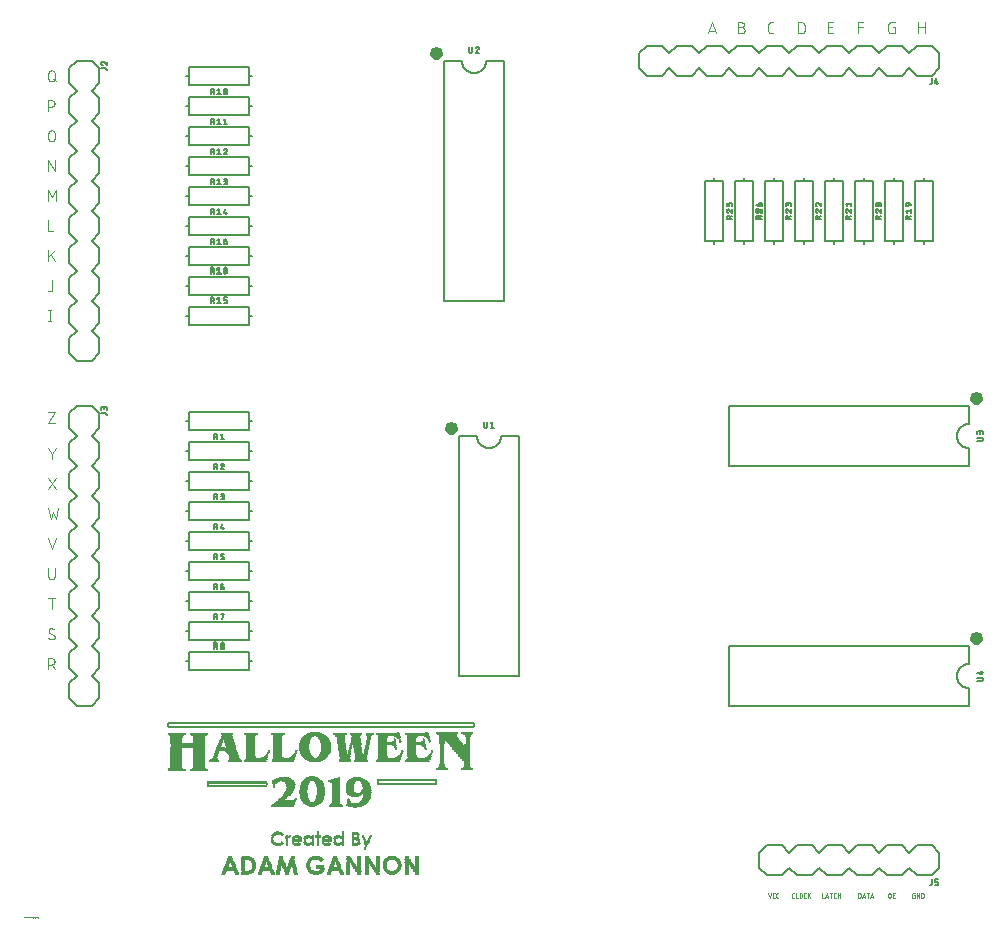
<source format=gbr>
G04 EAGLE Gerber RS-274X export*
G75*
%MOMM*%
%FSLAX34Y34*%
%LPD*%
%INSilkscreen Top*%
%IPPOS*%
%AMOC8*
5,1,8,0,0,1.08239X$1,22.5*%
G01*
%ADD10C,0.025400*%
%ADD11C,0.076200*%
%ADD12R,0.355600X0.025400*%
%ADD13R,0.050800X0.025400*%
%ADD14R,0.736600X0.025400*%
%ADD15R,0.101600X0.025400*%
%ADD16R,0.965200X0.025400*%
%ADD17R,1.930400X0.025400*%
%ADD18R,0.457200X0.025400*%
%ADD19R,1.193800X0.025400*%
%ADD20R,1.879600X0.025400*%
%ADD21R,0.635000X0.025400*%
%ADD22R,1.346200X0.025400*%
%ADD23R,0.787400X0.025400*%
%ADD24R,1.447800X0.025400*%
%ADD25R,1.854200X0.025400*%
%ADD26R,0.914400X0.025400*%
%ADD27R,1.473200X0.025400*%
%ADD28R,1.803400X0.025400*%
%ADD29R,0.990600X0.025400*%
%ADD30R,1.498600X0.025400*%
%ADD31R,1.092200X0.025400*%
%ADD32R,1.549400X0.025400*%
%ADD33R,1.778000X0.025400*%
%ADD34R,0.838200X0.025400*%
%ADD35R,1.574800X0.025400*%
%ADD36R,1.752600X0.025400*%
%ADD37R,1.244600X0.025400*%
%ADD38R,1.625600X0.025400*%
%ADD39R,1.727200X0.025400*%
%ADD40R,1.295400X0.025400*%
%ADD41R,0.762000X0.025400*%
%ADD42R,1.371600X0.025400*%
%ADD43R,0.482600X0.025400*%
%ADD44R,1.701800X0.025400*%
%ADD45R,0.711200X0.025400*%
%ADD46R,0.406400X0.025400*%
%ADD47R,1.651000X0.025400*%
%ADD48R,0.381000X0.025400*%
%ADD49R,0.685800X0.025400*%
%ADD50R,0.304800X0.025400*%
%ADD51R,0.660400X0.025400*%
%ADD52R,0.279400X0.025400*%
%ADD53R,0.254000X0.025400*%
%ADD54R,0.203200X0.025400*%
%ADD55R,0.177800X0.025400*%
%ADD56R,1.524000X0.025400*%
%ADD57R,0.609600X0.025400*%
%ADD58R,0.152400X0.025400*%
%ADD59R,0.228600X0.025400*%
%ADD60R,0.127000X0.025400*%
%ADD61R,0.508000X0.025400*%
%ADD62R,0.076200X0.025400*%
%ADD63R,0.533400X0.025400*%
%ADD64R,0.558800X0.025400*%
%ADD65R,0.584200X0.025400*%
%ADD66R,0.812800X0.025400*%
%ADD67R,1.016000X0.025400*%
%ADD68R,1.066800X0.025400*%
%ADD69R,1.168400X0.025400*%
%ADD70R,1.219200X0.025400*%
%ADD71R,1.270000X0.025400*%
%ADD72R,1.320800X0.025400*%
%ADD73R,0.863600X0.025400*%
%ADD74R,0.939800X0.025400*%
%ADD75R,0.889000X0.025400*%
%ADD76R,4.978400X0.025400*%
%ADD77R,5.029200X0.025400*%
%ADD78R,5.080000X0.025400*%
%ADD79R,5.130800X0.025400*%
%ADD80R,0.330200X0.025400*%
%ADD81R,1.828800X0.025400*%
%ADD82R,1.676400X0.025400*%
%ADD83R,1.397000X0.025400*%
%ADD84R,0.431800X0.025400*%
%ADD85R,1.117600X0.025400*%
%ADD86R,1.143000X0.025400*%
%ADD87R,1.041400X0.025400*%
%ADD88R,0.025400X0.025400*%
%ADD89R,1.905000X0.025400*%
%ADD90R,2.032000X0.025400*%
%ADD91R,2.057400X0.025400*%
%ADD92R,2.082800X0.025400*%
%ADD93R,1.981200X0.025400*%
%ADD94R,1.955800X0.025400*%
%ADD95R,1.422400X0.025400*%
%ADD96R,2.921000X0.025400*%
%ADD97R,1.600200X0.025400*%
%ADD98R,25.857200X0.025400*%
%ADD99R,25.908000X0.025400*%
%ADD100R,25.958800X0.025400*%
%ADD101R,26.009600X0.025400*%
%ADD102C,0.000000*%
%ADD103C,0.203200*%
%ADD104C,0.127000*%

G36*
X350381Y724977D02*
X350381Y724977D01*
X350429Y724991D01*
X350519Y725008D01*
X351526Y725360D01*
X351570Y725385D01*
X351654Y725422D01*
X352557Y725990D01*
X352594Y726024D01*
X352668Y726078D01*
X353422Y726832D01*
X353451Y726874D01*
X353511Y726943D01*
X354078Y727846D01*
X354097Y727893D01*
X354140Y727974D01*
X354492Y728981D01*
X354500Y729031D01*
X354523Y729119D01*
X354643Y730179D01*
X354639Y730229D01*
X354643Y730321D01*
X354523Y731381D01*
X354509Y731429D01*
X354492Y731519D01*
X354140Y732526D01*
X354115Y732570D01*
X354078Y732654D01*
X353511Y733557D01*
X353477Y733594D01*
X353422Y733668D01*
X352668Y734422D01*
X352626Y734451D01*
X352557Y734511D01*
X351654Y735078D01*
X351607Y735097D01*
X351526Y735140D01*
X350519Y735492D01*
X350469Y735500D01*
X350381Y735523D01*
X349321Y735643D01*
X349271Y735639D01*
X349179Y735643D01*
X348119Y735523D01*
X348071Y735509D01*
X347981Y735492D01*
X346974Y735140D01*
X346930Y735115D01*
X346846Y735078D01*
X345943Y734511D01*
X345906Y734477D01*
X345832Y734422D01*
X345078Y733668D01*
X345049Y733626D01*
X344990Y733557D01*
X344422Y732654D01*
X344403Y732607D01*
X344360Y732526D01*
X344008Y731519D01*
X344000Y731469D01*
X343977Y731381D01*
X343857Y730321D01*
X343861Y730271D01*
X343857Y730179D01*
X343977Y729119D01*
X343991Y729071D01*
X344008Y728981D01*
X344360Y727974D01*
X344385Y727930D01*
X344422Y727846D01*
X344990Y726943D01*
X345024Y726906D01*
X345078Y726832D01*
X345832Y726078D01*
X345874Y726049D01*
X345943Y725990D01*
X346846Y725422D01*
X346893Y725403D01*
X346974Y725360D01*
X347981Y725008D01*
X348031Y725000D01*
X348119Y724977D01*
X349179Y724857D01*
X349229Y724861D01*
X349321Y724857D01*
X350381Y724977D01*
G37*
G36*
X807581Y432877D02*
X807581Y432877D01*
X807629Y432891D01*
X807719Y432908D01*
X808726Y433260D01*
X808770Y433285D01*
X808854Y433322D01*
X809757Y433890D01*
X809794Y433924D01*
X809868Y433978D01*
X810622Y434732D01*
X810651Y434774D01*
X810711Y434843D01*
X811278Y435746D01*
X811297Y435793D01*
X811340Y435874D01*
X811692Y436881D01*
X811700Y436931D01*
X811723Y437019D01*
X811843Y438079D01*
X811839Y438129D01*
X811843Y438221D01*
X811723Y439281D01*
X811709Y439329D01*
X811692Y439419D01*
X811340Y440426D01*
X811315Y440470D01*
X811278Y440554D01*
X810711Y441457D01*
X810677Y441494D01*
X810622Y441568D01*
X809868Y442322D01*
X809826Y442351D01*
X809757Y442411D01*
X808854Y442978D01*
X808807Y442997D01*
X808726Y443040D01*
X807719Y443392D01*
X807669Y443400D01*
X807581Y443423D01*
X806521Y443543D01*
X806471Y443539D01*
X806379Y443543D01*
X805319Y443423D01*
X805271Y443409D01*
X805181Y443392D01*
X804174Y443040D01*
X804130Y443015D01*
X804046Y442978D01*
X803143Y442411D01*
X803106Y442377D01*
X803032Y442322D01*
X802278Y441568D01*
X802249Y441526D01*
X802190Y441457D01*
X801622Y440554D01*
X801603Y440507D01*
X801560Y440426D01*
X801208Y439419D01*
X801200Y439369D01*
X801177Y439281D01*
X801057Y438221D01*
X801061Y438171D01*
X801057Y438079D01*
X801177Y437019D01*
X801191Y436971D01*
X801208Y436881D01*
X801560Y435874D01*
X801585Y435830D01*
X801622Y435746D01*
X802190Y434843D01*
X802224Y434806D01*
X802278Y434732D01*
X803032Y433978D01*
X803074Y433949D01*
X803143Y433890D01*
X804046Y433322D01*
X804093Y433303D01*
X804174Y433260D01*
X805181Y432908D01*
X805231Y432900D01*
X805319Y432877D01*
X806379Y432757D01*
X806429Y432761D01*
X806521Y432757D01*
X807581Y432877D01*
G37*
G36*
X363081Y407477D02*
X363081Y407477D01*
X363129Y407491D01*
X363219Y407508D01*
X364226Y407860D01*
X364270Y407885D01*
X364354Y407922D01*
X365257Y408490D01*
X365294Y408524D01*
X365368Y408578D01*
X366122Y409332D01*
X366151Y409374D01*
X366211Y409443D01*
X366778Y410346D01*
X366797Y410393D01*
X366840Y410474D01*
X367192Y411481D01*
X367200Y411531D01*
X367223Y411619D01*
X367343Y412679D01*
X367339Y412729D01*
X367343Y412821D01*
X367223Y413881D01*
X367209Y413929D01*
X367192Y414019D01*
X366840Y415026D01*
X366815Y415070D01*
X366778Y415154D01*
X366211Y416057D01*
X366177Y416094D01*
X366122Y416168D01*
X365368Y416922D01*
X365326Y416951D01*
X365257Y417011D01*
X364354Y417578D01*
X364307Y417597D01*
X364226Y417640D01*
X363219Y417992D01*
X363169Y418000D01*
X363081Y418023D01*
X362021Y418143D01*
X361971Y418139D01*
X361879Y418143D01*
X360819Y418023D01*
X360771Y418009D01*
X360681Y417992D01*
X359674Y417640D01*
X359630Y417615D01*
X359546Y417578D01*
X358643Y417011D01*
X358606Y416977D01*
X358532Y416922D01*
X357778Y416168D01*
X357749Y416126D01*
X357690Y416057D01*
X357122Y415154D01*
X357103Y415107D01*
X357060Y415026D01*
X356708Y414019D01*
X356700Y413969D01*
X356677Y413881D01*
X356557Y412821D01*
X356561Y412771D01*
X356557Y412679D01*
X356677Y411619D01*
X356691Y411571D01*
X356708Y411481D01*
X357060Y410474D01*
X357085Y410430D01*
X357122Y410346D01*
X357690Y409443D01*
X357724Y409406D01*
X357778Y409332D01*
X358532Y408578D01*
X358574Y408549D01*
X358643Y408490D01*
X359546Y407922D01*
X359593Y407903D01*
X359674Y407860D01*
X360681Y407508D01*
X360731Y407500D01*
X360819Y407477D01*
X361879Y407357D01*
X361929Y407361D01*
X362021Y407357D01*
X363081Y407477D01*
G37*
G36*
X807581Y229677D02*
X807581Y229677D01*
X807629Y229691D01*
X807719Y229708D01*
X808726Y230060D01*
X808770Y230085D01*
X808854Y230122D01*
X809757Y230690D01*
X809794Y230724D01*
X809868Y230778D01*
X810622Y231532D01*
X810651Y231574D01*
X810711Y231643D01*
X811278Y232546D01*
X811297Y232593D01*
X811340Y232674D01*
X811692Y233681D01*
X811700Y233731D01*
X811723Y233819D01*
X811843Y234879D01*
X811839Y234929D01*
X811843Y235021D01*
X811723Y236081D01*
X811709Y236129D01*
X811692Y236219D01*
X811340Y237226D01*
X811315Y237270D01*
X811278Y237354D01*
X810711Y238257D01*
X810677Y238294D01*
X810622Y238368D01*
X809868Y239122D01*
X809826Y239151D01*
X809757Y239211D01*
X808854Y239778D01*
X808807Y239797D01*
X808726Y239840D01*
X807719Y240192D01*
X807669Y240200D01*
X807581Y240223D01*
X806521Y240343D01*
X806471Y240339D01*
X806379Y240343D01*
X805319Y240223D01*
X805271Y240209D01*
X805181Y240192D01*
X804174Y239840D01*
X804130Y239815D01*
X804046Y239778D01*
X803143Y239211D01*
X803106Y239177D01*
X803032Y239122D01*
X802278Y238368D01*
X802249Y238326D01*
X802190Y238257D01*
X801622Y237354D01*
X801603Y237307D01*
X801560Y237226D01*
X801208Y236219D01*
X801200Y236169D01*
X801177Y236081D01*
X801057Y235021D01*
X801061Y234971D01*
X801057Y234879D01*
X801177Y233819D01*
X801191Y233771D01*
X801208Y233681D01*
X801560Y232674D01*
X801585Y232630D01*
X801622Y232546D01*
X802190Y231643D01*
X802224Y231606D01*
X802278Y231532D01*
X803032Y230778D01*
X803074Y230749D01*
X803143Y230690D01*
X804046Y230122D01*
X804093Y230103D01*
X804174Y230060D01*
X805181Y229708D01*
X805231Y229700D01*
X805319Y229677D01*
X806379Y229557D01*
X806429Y229561D01*
X806521Y229557D01*
X807581Y229677D01*
G37*
D10*
X753449Y17484D02*
X754084Y17484D01*
X754084Y15367D01*
X752814Y15367D01*
X752759Y15369D01*
X752703Y15374D01*
X752649Y15383D01*
X752595Y15396D01*
X752542Y15412D01*
X752490Y15431D01*
X752439Y15454D01*
X752391Y15480D01*
X752343Y15510D01*
X752298Y15542D01*
X752256Y15577D01*
X752215Y15615D01*
X752177Y15656D01*
X752142Y15698D01*
X752110Y15743D01*
X752080Y15791D01*
X752054Y15839D01*
X752031Y15890D01*
X752012Y15942D01*
X751996Y15995D01*
X751983Y16049D01*
X751974Y16103D01*
X751969Y16159D01*
X751967Y16214D01*
X751967Y18330D01*
X751969Y18388D01*
X751975Y18445D01*
X751985Y18502D01*
X751998Y18559D01*
X752016Y18614D01*
X752037Y18667D01*
X752062Y18720D01*
X752090Y18770D01*
X752122Y18818D01*
X752157Y18865D01*
X752195Y18908D01*
X752236Y18949D01*
X752279Y18987D01*
X752326Y19022D01*
X752374Y19054D01*
X752424Y19082D01*
X752477Y19107D01*
X752530Y19128D01*
X752585Y19146D01*
X752642Y19159D01*
X752699Y19169D01*
X752756Y19175D01*
X752814Y19177D01*
X754084Y19177D01*
X755868Y19177D02*
X755868Y15367D01*
X757985Y15367D02*
X755868Y19177D01*
X757985Y19177D02*
X757985Y15367D01*
X759770Y15367D02*
X759770Y19177D01*
X760828Y19177D01*
X760892Y19175D01*
X760956Y19169D01*
X761019Y19160D01*
X761081Y19146D01*
X761143Y19129D01*
X761203Y19108D01*
X761262Y19084D01*
X761320Y19056D01*
X761375Y19024D01*
X761429Y18990D01*
X761480Y18952D01*
X761530Y18911D01*
X761576Y18867D01*
X761620Y18821D01*
X761661Y18771D01*
X761699Y18720D01*
X761733Y18666D01*
X761765Y18611D01*
X761793Y18553D01*
X761817Y18494D01*
X761838Y18434D01*
X761855Y18372D01*
X761869Y18310D01*
X761878Y18247D01*
X761884Y18183D01*
X761886Y18119D01*
X761886Y16425D01*
X761884Y16361D01*
X761878Y16297D01*
X761869Y16234D01*
X761855Y16172D01*
X761838Y16110D01*
X761817Y16050D01*
X761793Y15991D01*
X761765Y15933D01*
X761733Y15878D01*
X761699Y15824D01*
X761661Y15773D01*
X761620Y15723D01*
X761576Y15677D01*
X761530Y15633D01*
X761480Y15592D01*
X761429Y15554D01*
X761375Y15520D01*
X761320Y15488D01*
X761262Y15460D01*
X761203Y15436D01*
X761143Y15415D01*
X761081Y15398D01*
X761019Y15384D01*
X760956Y15375D01*
X760892Y15369D01*
X760828Y15367D01*
X759770Y15367D01*
X731647Y16425D02*
X731647Y18119D01*
X731649Y18183D01*
X731655Y18247D01*
X731664Y18310D01*
X731678Y18372D01*
X731695Y18434D01*
X731716Y18494D01*
X731740Y18553D01*
X731768Y18611D01*
X731800Y18666D01*
X731834Y18720D01*
X731872Y18771D01*
X731913Y18821D01*
X731957Y18867D01*
X732003Y18911D01*
X732053Y18952D01*
X732104Y18990D01*
X732158Y19024D01*
X732213Y19056D01*
X732271Y19084D01*
X732330Y19108D01*
X732390Y19129D01*
X732452Y19146D01*
X732514Y19160D01*
X732577Y19169D01*
X732641Y19175D01*
X732705Y19177D01*
X732769Y19175D01*
X732833Y19169D01*
X732896Y19160D01*
X732958Y19146D01*
X733020Y19129D01*
X733080Y19108D01*
X733139Y19084D01*
X733197Y19056D01*
X733252Y19024D01*
X733306Y18990D01*
X733357Y18952D01*
X733407Y18911D01*
X733453Y18867D01*
X733497Y18821D01*
X733538Y18771D01*
X733576Y18720D01*
X733610Y18666D01*
X733642Y18611D01*
X733670Y18553D01*
X733694Y18494D01*
X733715Y18434D01*
X733732Y18372D01*
X733746Y18310D01*
X733755Y18247D01*
X733761Y18183D01*
X733763Y18119D01*
X733764Y18119D02*
X733764Y16425D01*
X733763Y16425D02*
X733761Y16361D01*
X733755Y16297D01*
X733746Y16234D01*
X733732Y16172D01*
X733715Y16110D01*
X733694Y16050D01*
X733670Y15991D01*
X733642Y15933D01*
X733610Y15878D01*
X733576Y15824D01*
X733538Y15773D01*
X733497Y15723D01*
X733453Y15677D01*
X733407Y15633D01*
X733357Y15592D01*
X733306Y15554D01*
X733252Y15520D01*
X733197Y15488D01*
X733139Y15460D01*
X733080Y15436D01*
X733020Y15415D01*
X732958Y15398D01*
X732896Y15384D01*
X732833Y15375D01*
X732769Y15369D01*
X732705Y15367D01*
X732641Y15369D01*
X732577Y15375D01*
X732514Y15384D01*
X732452Y15398D01*
X732390Y15415D01*
X732330Y15436D01*
X732271Y15460D01*
X732213Y15488D01*
X732158Y15520D01*
X732104Y15554D01*
X732053Y15592D01*
X732003Y15633D01*
X731957Y15677D01*
X731913Y15723D01*
X731872Y15773D01*
X731834Y15824D01*
X731800Y15878D01*
X731768Y15933D01*
X731740Y15991D01*
X731716Y16050D01*
X731695Y16110D01*
X731678Y16172D01*
X731664Y16234D01*
X731655Y16297D01*
X731649Y16361D01*
X731647Y16425D01*
X735433Y15367D02*
X737126Y15367D01*
X735433Y15367D02*
X735433Y19177D01*
X737126Y19177D01*
X736703Y17484D02*
X735433Y17484D01*
X706247Y19177D02*
X706247Y15367D01*
X706247Y19177D02*
X707305Y19177D01*
X707369Y19175D01*
X707433Y19169D01*
X707496Y19160D01*
X707558Y19146D01*
X707620Y19129D01*
X707680Y19108D01*
X707739Y19084D01*
X707797Y19056D01*
X707852Y19024D01*
X707906Y18990D01*
X707957Y18952D01*
X708007Y18911D01*
X708053Y18867D01*
X708097Y18821D01*
X708138Y18771D01*
X708176Y18720D01*
X708210Y18666D01*
X708242Y18611D01*
X708270Y18553D01*
X708294Y18494D01*
X708315Y18434D01*
X708332Y18372D01*
X708346Y18310D01*
X708355Y18247D01*
X708361Y18183D01*
X708363Y18119D01*
X708364Y18119D02*
X708364Y16425D01*
X708363Y16425D02*
X708361Y16361D01*
X708355Y16297D01*
X708346Y16234D01*
X708332Y16172D01*
X708315Y16110D01*
X708294Y16050D01*
X708270Y15991D01*
X708242Y15933D01*
X708210Y15878D01*
X708176Y15824D01*
X708138Y15773D01*
X708097Y15723D01*
X708053Y15677D01*
X708007Y15633D01*
X707957Y15592D01*
X707906Y15554D01*
X707852Y15520D01*
X707797Y15488D01*
X707739Y15460D01*
X707680Y15436D01*
X707620Y15415D01*
X707558Y15398D01*
X707496Y15384D01*
X707433Y15375D01*
X707369Y15369D01*
X707305Y15367D01*
X706247Y15367D01*
X709815Y15367D02*
X711085Y19177D01*
X712355Y15367D01*
X712037Y16320D02*
X710132Y16320D01*
X714499Y15367D02*
X714499Y19177D01*
X715557Y19177D02*
X713440Y19177D01*
X717912Y19177D02*
X716642Y15367D01*
X719182Y15367D02*
X717912Y19177D01*
X718865Y16320D02*
X716960Y16320D01*
X675767Y15367D02*
X675767Y19177D01*
X675767Y15367D02*
X677460Y15367D01*
X678597Y15367D02*
X679867Y19177D01*
X681137Y15367D01*
X680819Y16320D02*
X678914Y16320D01*
X683281Y15367D02*
X683281Y19177D01*
X684339Y19177D02*
X682222Y19177D01*
X686473Y15367D02*
X687320Y15367D01*
X686473Y15367D02*
X686418Y15369D01*
X686362Y15374D01*
X686308Y15383D01*
X686254Y15396D01*
X686201Y15412D01*
X686149Y15431D01*
X686098Y15454D01*
X686050Y15480D01*
X686002Y15510D01*
X685957Y15542D01*
X685915Y15577D01*
X685874Y15615D01*
X685836Y15656D01*
X685801Y15698D01*
X685769Y15743D01*
X685739Y15791D01*
X685713Y15839D01*
X685690Y15890D01*
X685671Y15942D01*
X685655Y15995D01*
X685642Y16049D01*
X685633Y16103D01*
X685628Y16159D01*
X685626Y16214D01*
X685627Y16214D02*
X685627Y18330D01*
X685626Y18330D02*
X685628Y18388D01*
X685634Y18445D01*
X685644Y18502D01*
X685657Y18559D01*
X685675Y18614D01*
X685696Y18667D01*
X685721Y18720D01*
X685749Y18770D01*
X685781Y18818D01*
X685816Y18865D01*
X685854Y18908D01*
X685895Y18949D01*
X685938Y18987D01*
X685985Y19022D01*
X686033Y19054D01*
X686083Y19082D01*
X686136Y19107D01*
X686189Y19128D01*
X686244Y19146D01*
X686301Y19159D01*
X686358Y19169D01*
X686415Y19175D01*
X686473Y19177D01*
X687320Y19177D01*
X688806Y19177D02*
X688806Y15367D01*
X688806Y17484D02*
X690923Y17484D01*
X690923Y19177D02*
X690923Y15367D01*
X652060Y15367D02*
X651214Y15367D01*
X651159Y15369D01*
X651103Y15374D01*
X651049Y15383D01*
X650995Y15396D01*
X650942Y15412D01*
X650890Y15431D01*
X650839Y15454D01*
X650791Y15480D01*
X650743Y15510D01*
X650698Y15542D01*
X650656Y15577D01*
X650615Y15615D01*
X650577Y15656D01*
X650542Y15698D01*
X650510Y15743D01*
X650480Y15791D01*
X650454Y15839D01*
X650431Y15890D01*
X650412Y15942D01*
X650396Y15995D01*
X650383Y16049D01*
X650374Y16103D01*
X650369Y16159D01*
X650367Y16214D01*
X650367Y18330D01*
X650369Y18388D01*
X650375Y18445D01*
X650385Y18502D01*
X650398Y18559D01*
X650416Y18614D01*
X650437Y18667D01*
X650462Y18720D01*
X650490Y18770D01*
X650522Y18818D01*
X650557Y18865D01*
X650595Y18908D01*
X650636Y18949D01*
X650679Y18987D01*
X650726Y19022D01*
X650774Y19054D01*
X650824Y19082D01*
X650877Y19107D01*
X650930Y19128D01*
X650985Y19146D01*
X651042Y19159D01*
X651099Y19169D01*
X651156Y19175D01*
X651214Y19177D01*
X652060Y19177D01*
X653553Y19177D02*
X653553Y15367D01*
X655246Y15367D01*
X656594Y16425D02*
X656594Y18119D01*
X656595Y18119D02*
X656597Y18183D01*
X656603Y18247D01*
X656612Y18310D01*
X656626Y18372D01*
X656643Y18434D01*
X656664Y18494D01*
X656688Y18553D01*
X656716Y18611D01*
X656748Y18666D01*
X656782Y18720D01*
X656820Y18771D01*
X656861Y18821D01*
X656905Y18867D01*
X656951Y18911D01*
X657001Y18952D01*
X657052Y18990D01*
X657106Y19024D01*
X657161Y19056D01*
X657219Y19084D01*
X657278Y19108D01*
X657338Y19129D01*
X657400Y19146D01*
X657462Y19160D01*
X657525Y19169D01*
X657589Y19175D01*
X657653Y19177D01*
X657717Y19175D01*
X657781Y19169D01*
X657844Y19160D01*
X657906Y19146D01*
X657968Y19129D01*
X658028Y19108D01*
X658087Y19084D01*
X658145Y19056D01*
X658200Y19024D01*
X658254Y18990D01*
X658305Y18952D01*
X658355Y18911D01*
X658401Y18867D01*
X658445Y18821D01*
X658486Y18771D01*
X658524Y18720D01*
X658558Y18666D01*
X658590Y18611D01*
X658618Y18553D01*
X658642Y18494D01*
X658663Y18434D01*
X658680Y18372D01*
X658694Y18310D01*
X658703Y18247D01*
X658709Y18183D01*
X658711Y18119D01*
X658711Y16425D01*
X658709Y16361D01*
X658703Y16297D01*
X658694Y16234D01*
X658680Y16172D01*
X658663Y16110D01*
X658642Y16050D01*
X658618Y15991D01*
X658590Y15933D01*
X658558Y15878D01*
X658524Y15824D01*
X658486Y15773D01*
X658445Y15723D01*
X658401Y15677D01*
X658355Y15633D01*
X658305Y15592D01*
X658254Y15554D01*
X658200Y15520D01*
X658145Y15488D01*
X658087Y15460D01*
X658028Y15436D01*
X657968Y15415D01*
X657906Y15398D01*
X657844Y15384D01*
X657781Y15375D01*
X657717Y15369D01*
X657653Y15367D01*
X657589Y15369D01*
X657525Y15375D01*
X657462Y15384D01*
X657400Y15398D01*
X657338Y15415D01*
X657278Y15436D01*
X657219Y15460D01*
X657161Y15488D01*
X657106Y15520D01*
X657052Y15554D01*
X657001Y15592D01*
X656951Y15633D01*
X656905Y15677D01*
X656861Y15723D01*
X656820Y15773D01*
X656782Y15824D01*
X656748Y15878D01*
X656716Y15933D01*
X656688Y15991D01*
X656664Y16050D01*
X656643Y16110D01*
X656626Y16172D01*
X656612Y16234D01*
X656603Y16297D01*
X656597Y16361D01*
X656595Y16425D01*
X661089Y15367D02*
X661936Y15367D01*
X661089Y15367D02*
X661034Y15369D01*
X660978Y15374D01*
X660924Y15383D01*
X660870Y15396D01*
X660817Y15412D01*
X660765Y15431D01*
X660714Y15454D01*
X660666Y15480D01*
X660618Y15510D01*
X660573Y15542D01*
X660531Y15577D01*
X660490Y15615D01*
X660452Y15656D01*
X660417Y15698D01*
X660385Y15743D01*
X660355Y15791D01*
X660329Y15839D01*
X660306Y15890D01*
X660287Y15942D01*
X660271Y15995D01*
X660258Y16049D01*
X660249Y16103D01*
X660244Y16159D01*
X660242Y16214D01*
X660242Y18330D01*
X660244Y18388D01*
X660250Y18445D01*
X660260Y18502D01*
X660273Y18559D01*
X660291Y18614D01*
X660312Y18667D01*
X660337Y18720D01*
X660365Y18770D01*
X660397Y18818D01*
X660432Y18865D01*
X660470Y18908D01*
X660511Y18949D01*
X660554Y18987D01*
X660601Y19022D01*
X660649Y19054D01*
X660699Y19082D01*
X660752Y19107D01*
X660805Y19128D01*
X660860Y19146D01*
X660917Y19159D01*
X660974Y19169D01*
X661031Y19175D01*
X661089Y19177D01*
X661936Y19177D01*
X663470Y19177D02*
X663470Y15367D01*
X663470Y16849D02*
X665587Y19177D01*
X664317Y17695D02*
X665587Y15367D01*
X631317Y15367D02*
X630047Y19177D01*
X632587Y19177D02*
X631317Y15367D01*
X634753Y15367D02*
X635600Y15367D01*
X634753Y15367D02*
X634698Y15369D01*
X634642Y15374D01*
X634588Y15383D01*
X634534Y15396D01*
X634481Y15412D01*
X634429Y15431D01*
X634378Y15454D01*
X634330Y15480D01*
X634282Y15510D01*
X634237Y15542D01*
X634195Y15577D01*
X634154Y15615D01*
X634116Y15656D01*
X634081Y15698D01*
X634049Y15743D01*
X634019Y15791D01*
X633993Y15839D01*
X633970Y15890D01*
X633951Y15942D01*
X633935Y15995D01*
X633922Y16049D01*
X633913Y16103D01*
X633908Y16159D01*
X633906Y16214D01*
X633907Y16214D02*
X633907Y18330D01*
X633906Y18330D02*
X633908Y18388D01*
X633914Y18445D01*
X633924Y18502D01*
X633937Y18559D01*
X633955Y18614D01*
X633976Y18667D01*
X634001Y18720D01*
X634029Y18770D01*
X634061Y18818D01*
X634096Y18865D01*
X634134Y18908D01*
X634175Y18949D01*
X634218Y18987D01*
X634265Y19022D01*
X634313Y19054D01*
X634363Y19082D01*
X634416Y19107D01*
X634469Y19128D01*
X634524Y19146D01*
X634581Y19159D01*
X634638Y19169D01*
X634695Y19175D01*
X634753Y19177D01*
X635600Y19177D01*
X637801Y15367D02*
X638648Y15367D01*
X637801Y15367D02*
X637746Y15369D01*
X637690Y15374D01*
X637636Y15383D01*
X637582Y15396D01*
X637529Y15412D01*
X637477Y15431D01*
X637426Y15454D01*
X637378Y15480D01*
X637330Y15510D01*
X637285Y15542D01*
X637243Y15577D01*
X637202Y15615D01*
X637164Y15656D01*
X637129Y15698D01*
X637097Y15743D01*
X637067Y15791D01*
X637041Y15839D01*
X637018Y15890D01*
X636999Y15942D01*
X636983Y15995D01*
X636970Y16049D01*
X636961Y16103D01*
X636956Y16159D01*
X636954Y16214D01*
X636955Y16214D02*
X636955Y18330D01*
X636954Y18330D02*
X636956Y18388D01*
X636962Y18445D01*
X636972Y18502D01*
X636985Y18559D01*
X637003Y18614D01*
X637024Y18667D01*
X637049Y18720D01*
X637077Y18770D01*
X637109Y18818D01*
X637144Y18865D01*
X637182Y18908D01*
X637223Y18949D01*
X637266Y18987D01*
X637313Y19022D01*
X637361Y19054D01*
X637411Y19082D01*
X637464Y19107D01*
X637517Y19128D01*
X637572Y19146D01*
X637629Y19159D01*
X637686Y19169D01*
X637743Y19175D01*
X637801Y19177D01*
X638648Y19177D01*
D11*
X25922Y426339D02*
X20701Y426339D01*
X25922Y426339D02*
X20701Y416941D01*
X25922Y416941D01*
X20701Y395859D02*
X23834Y391421D01*
X26966Y395859D01*
X23834Y391421D02*
X23834Y386461D01*
X26966Y370459D02*
X20701Y361061D01*
X26966Y361061D02*
X20701Y370459D01*
X20701Y345059D02*
X22789Y335661D01*
X24878Y341926D01*
X26966Y335661D01*
X29055Y345059D01*
X20701Y319659D02*
X23834Y310261D01*
X26966Y319659D01*
X20701Y294259D02*
X20701Y287472D01*
X20703Y287371D01*
X20709Y287270D01*
X20719Y287169D01*
X20732Y287069D01*
X20750Y286969D01*
X20771Y286870D01*
X20797Y286772D01*
X20826Y286675D01*
X20858Y286579D01*
X20895Y286485D01*
X20935Y286392D01*
X20979Y286300D01*
X21026Y286211D01*
X21077Y286123D01*
X21131Y286037D01*
X21188Y285954D01*
X21248Y285872D01*
X21312Y285794D01*
X21378Y285717D01*
X21448Y285644D01*
X21520Y285573D01*
X21595Y285505D01*
X21673Y285440D01*
X21753Y285378D01*
X21835Y285319D01*
X21920Y285263D01*
X22006Y285211D01*
X22095Y285162D01*
X22186Y285116D01*
X22278Y285075D01*
X22372Y285036D01*
X22467Y285002D01*
X22563Y284971D01*
X22661Y284944D01*
X22759Y284920D01*
X22859Y284901D01*
X22959Y284885D01*
X23059Y284873D01*
X23160Y284865D01*
X23261Y284861D01*
X23363Y284861D01*
X23464Y284865D01*
X23565Y284873D01*
X23665Y284885D01*
X23765Y284901D01*
X23865Y284920D01*
X23963Y284944D01*
X24061Y284971D01*
X24157Y285002D01*
X24252Y285036D01*
X24346Y285075D01*
X24438Y285116D01*
X24529Y285162D01*
X24617Y285211D01*
X24704Y285263D01*
X24789Y285319D01*
X24871Y285378D01*
X24951Y285440D01*
X25029Y285505D01*
X25104Y285573D01*
X25176Y285644D01*
X25246Y285717D01*
X25312Y285794D01*
X25376Y285872D01*
X25436Y285954D01*
X25493Y286037D01*
X25547Y286123D01*
X25598Y286211D01*
X25645Y286300D01*
X25689Y286392D01*
X25729Y286485D01*
X25766Y286579D01*
X25798Y286675D01*
X25827Y286772D01*
X25853Y286870D01*
X25874Y286969D01*
X25892Y287069D01*
X25905Y287169D01*
X25915Y287270D01*
X25921Y287371D01*
X25923Y287472D01*
X25922Y287472D02*
X25922Y294259D01*
X23312Y268859D02*
X23312Y259461D01*
X20701Y268859D02*
X25922Y268859D01*
X25922Y236149D02*
X25920Y236060D01*
X25914Y235972D01*
X25905Y235884D01*
X25892Y235796D01*
X25875Y235709D01*
X25855Y235623D01*
X25830Y235538D01*
X25803Y235453D01*
X25771Y235370D01*
X25737Y235289D01*
X25698Y235209D01*
X25657Y235131D01*
X25612Y235054D01*
X25564Y234980D01*
X25513Y234907D01*
X25459Y234837D01*
X25401Y234770D01*
X25341Y234704D01*
X25279Y234642D01*
X25213Y234582D01*
X25146Y234524D01*
X25076Y234470D01*
X25003Y234419D01*
X24929Y234371D01*
X24852Y234326D01*
X24774Y234285D01*
X24694Y234246D01*
X24613Y234212D01*
X24530Y234180D01*
X24445Y234153D01*
X24360Y234128D01*
X24274Y234108D01*
X24187Y234091D01*
X24099Y234078D01*
X24011Y234069D01*
X23923Y234063D01*
X23834Y234061D01*
X23705Y234063D01*
X23576Y234069D01*
X23447Y234078D01*
X23319Y234091D01*
X23191Y234108D01*
X23064Y234129D01*
X22937Y234153D01*
X22811Y234181D01*
X22686Y234213D01*
X22562Y234248D01*
X22439Y234287D01*
X22317Y234330D01*
X22197Y234376D01*
X22078Y234426D01*
X21960Y234479D01*
X21844Y234535D01*
X21730Y234595D01*
X21617Y234658D01*
X21507Y234725D01*
X21398Y234794D01*
X21292Y234867D01*
X21187Y234943D01*
X21085Y235022D01*
X20986Y235104D01*
X20888Y235188D01*
X20793Y235276D01*
X20701Y235366D01*
X20962Y241371D02*
X20964Y241460D01*
X20970Y241548D01*
X20979Y241636D01*
X20992Y241724D01*
X21009Y241811D01*
X21029Y241897D01*
X21054Y241982D01*
X21081Y242067D01*
X21113Y242150D01*
X21147Y242231D01*
X21186Y242311D01*
X21227Y242389D01*
X21272Y242466D01*
X21320Y242540D01*
X21371Y242613D01*
X21425Y242683D01*
X21483Y242750D01*
X21543Y242816D01*
X21605Y242878D01*
X21671Y242938D01*
X21738Y242996D01*
X21808Y243050D01*
X21881Y243101D01*
X21955Y243149D01*
X22032Y243194D01*
X22110Y243235D01*
X22190Y243274D01*
X22271Y243308D01*
X22354Y243340D01*
X22439Y243367D01*
X22524Y243392D01*
X22610Y243412D01*
X22697Y243429D01*
X22785Y243442D01*
X22873Y243451D01*
X22961Y243457D01*
X23050Y243459D01*
X23170Y243457D01*
X23290Y243452D01*
X23410Y243442D01*
X23529Y243430D01*
X23648Y243413D01*
X23766Y243393D01*
X23884Y243369D01*
X24000Y243342D01*
X24116Y243311D01*
X24231Y243277D01*
X24345Y243239D01*
X24458Y243197D01*
X24569Y243152D01*
X24679Y243104D01*
X24787Y243053D01*
X24894Y242998D01*
X24999Y242940D01*
X25102Y242878D01*
X25203Y242814D01*
X25303Y242746D01*
X25400Y242676D01*
X22006Y239544D02*
X21928Y239592D01*
X21852Y239644D01*
X21779Y239698D01*
X21708Y239756D01*
X21639Y239817D01*
X21573Y239881D01*
X21510Y239948D01*
X21450Y240017D01*
X21393Y240089D01*
X21339Y240163D01*
X21289Y240240D01*
X21241Y240319D01*
X21198Y240399D01*
X21157Y240482D01*
X21121Y240566D01*
X21088Y240651D01*
X21059Y240738D01*
X21033Y240827D01*
X21011Y240916D01*
X20994Y241006D01*
X20980Y241096D01*
X20970Y241188D01*
X20964Y241279D01*
X20962Y241371D01*
X24878Y237976D02*
X24956Y237928D01*
X25032Y237876D01*
X25105Y237822D01*
X25176Y237764D01*
X25245Y237703D01*
X25311Y237639D01*
X25374Y237572D01*
X25434Y237503D01*
X25491Y237431D01*
X25545Y237357D01*
X25595Y237280D01*
X25643Y237201D01*
X25686Y237121D01*
X25727Y237038D01*
X25763Y236954D01*
X25796Y236869D01*
X25825Y236782D01*
X25851Y236693D01*
X25873Y236604D01*
X25890Y236514D01*
X25904Y236424D01*
X25914Y236332D01*
X25920Y236241D01*
X25922Y236149D01*
X24878Y237977D02*
X22006Y239543D01*
X20701Y218059D02*
X20701Y208661D01*
X20701Y218059D02*
X23312Y218059D01*
X23413Y218057D01*
X23514Y218051D01*
X23615Y218041D01*
X23715Y218028D01*
X23815Y218010D01*
X23914Y217989D01*
X24012Y217963D01*
X24109Y217934D01*
X24205Y217902D01*
X24299Y217865D01*
X24392Y217825D01*
X24484Y217781D01*
X24573Y217734D01*
X24661Y217683D01*
X24747Y217629D01*
X24830Y217572D01*
X24912Y217512D01*
X24990Y217448D01*
X25067Y217382D01*
X25140Y217312D01*
X25211Y217240D01*
X25279Y217165D01*
X25344Y217087D01*
X25406Y217007D01*
X25465Y216925D01*
X25521Y216840D01*
X25573Y216753D01*
X25622Y216665D01*
X25668Y216574D01*
X25709Y216482D01*
X25748Y216388D01*
X25782Y216293D01*
X25813Y216197D01*
X25840Y216099D01*
X25864Y216001D01*
X25883Y215901D01*
X25899Y215801D01*
X25911Y215701D01*
X25919Y215600D01*
X25923Y215499D01*
X25923Y215397D01*
X25919Y215296D01*
X25911Y215195D01*
X25899Y215095D01*
X25883Y214995D01*
X25864Y214895D01*
X25840Y214797D01*
X25813Y214699D01*
X25782Y214603D01*
X25748Y214508D01*
X25709Y214414D01*
X25668Y214322D01*
X25622Y214231D01*
X25573Y214142D01*
X25521Y214056D01*
X25465Y213971D01*
X25406Y213889D01*
X25344Y213809D01*
X25279Y213731D01*
X25211Y213656D01*
X25140Y213584D01*
X25067Y213514D01*
X24990Y213448D01*
X24912Y213384D01*
X24830Y213324D01*
X24747Y213267D01*
X24661Y213213D01*
X24573Y213162D01*
X24484Y213115D01*
X24392Y213071D01*
X24299Y213031D01*
X24205Y212994D01*
X24109Y212962D01*
X24012Y212933D01*
X23914Y212907D01*
X23815Y212886D01*
X23715Y212868D01*
X23615Y212855D01*
X23514Y212845D01*
X23413Y212839D01*
X23312Y212837D01*
X23312Y212838D02*
X20701Y212838D01*
X23834Y212838D02*
X25922Y208661D01*
X20701Y709112D02*
X20701Y713288D01*
X20703Y713389D01*
X20709Y713490D01*
X20719Y713591D01*
X20732Y713691D01*
X20750Y713791D01*
X20771Y713890D01*
X20797Y713988D01*
X20826Y714085D01*
X20858Y714181D01*
X20895Y714275D01*
X20935Y714368D01*
X20979Y714460D01*
X21026Y714549D01*
X21077Y714637D01*
X21131Y714723D01*
X21188Y714806D01*
X21248Y714888D01*
X21312Y714966D01*
X21378Y715043D01*
X21448Y715116D01*
X21520Y715187D01*
X21595Y715255D01*
X21673Y715320D01*
X21753Y715382D01*
X21835Y715441D01*
X21920Y715497D01*
X22007Y715549D01*
X22095Y715598D01*
X22186Y715644D01*
X22278Y715685D01*
X22372Y715724D01*
X22467Y715758D01*
X22563Y715789D01*
X22661Y715816D01*
X22759Y715840D01*
X22859Y715859D01*
X22959Y715875D01*
X23059Y715887D01*
X23160Y715895D01*
X23261Y715899D01*
X23363Y715899D01*
X23464Y715895D01*
X23565Y715887D01*
X23665Y715875D01*
X23765Y715859D01*
X23865Y715840D01*
X23963Y715816D01*
X24061Y715789D01*
X24157Y715758D01*
X24252Y715724D01*
X24346Y715685D01*
X24438Y715644D01*
X24529Y715598D01*
X24618Y715549D01*
X24704Y715497D01*
X24789Y715441D01*
X24871Y715382D01*
X24951Y715320D01*
X25029Y715255D01*
X25104Y715187D01*
X25176Y715116D01*
X25246Y715043D01*
X25312Y714966D01*
X25376Y714888D01*
X25436Y714806D01*
X25493Y714723D01*
X25547Y714637D01*
X25598Y714549D01*
X25645Y714460D01*
X25689Y714368D01*
X25729Y714275D01*
X25766Y714181D01*
X25798Y714085D01*
X25827Y713988D01*
X25853Y713890D01*
X25874Y713791D01*
X25892Y713691D01*
X25905Y713591D01*
X25915Y713490D01*
X25921Y713389D01*
X25923Y713288D01*
X25922Y713288D02*
X25922Y709112D01*
X25923Y709112D02*
X25921Y709011D01*
X25915Y708910D01*
X25905Y708809D01*
X25892Y708709D01*
X25874Y708609D01*
X25853Y708510D01*
X25827Y708412D01*
X25798Y708315D01*
X25766Y708219D01*
X25729Y708125D01*
X25689Y708032D01*
X25645Y707940D01*
X25598Y707851D01*
X25547Y707763D01*
X25493Y707677D01*
X25436Y707594D01*
X25376Y707512D01*
X25312Y707434D01*
X25246Y707357D01*
X25176Y707284D01*
X25104Y707213D01*
X25029Y707145D01*
X24951Y707080D01*
X24871Y707018D01*
X24789Y706959D01*
X24704Y706903D01*
X24617Y706851D01*
X24529Y706802D01*
X24438Y706756D01*
X24346Y706715D01*
X24252Y706676D01*
X24157Y706642D01*
X24061Y706611D01*
X23963Y706584D01*
X23865Y706560D01*
X23765Y706541D01*
X23665Y706525D01*
X23565Y706513D01*
X23464Y706505D01*
X23363Y706501D01*
X23261Y706501D01*
X23160Y706505D01*
X23059Y706513D01*
X22959Y706525D01*
X22859Y706541D01*
X22759Y706560D01*
X22661Y706584D01*
X22563Y706611D01*
X22467Y706642D01*
X22372Y706676D01*
X22278Y706715D01*
X22186Y706756D01*
X22095Y706802D01*
X22006Y706851D01*
X21920Y706903D01*
X21835Y706959D01*
X21753Y707018D01*
X21673Y707080D01*
X21595Y707145D01*
X21520Y707213D01*
X21448Y707284D01*
X21378Y707357D01*
X21312Y707434D01*
X21248Y707512D01*
X21188Y707594D01*
X21131Y707677D01*
X21077Y707763D01*
X21026Y707851D01*
X20979Y707940D01*
X20935Y708032D01*
X20895Y708125D01*
X20858Y708219D01*
X20826Y708315D01*
X20797Y708412D01*
X20771Y708510D01*
X20750Y708609D01*
X20732Y708709D01*
X20719Y708809D01*
X20709Y708910D01*
X20703Y709011D01*
X20701Y709112D01*
X24878Y708589D02*
X26966Y706501D01*
X20701Y690499D02*
X20701Y681101D01*
X20701Y690499D02*
X23312Y690499D01*
X23413Y690497D01*
X23514Y690491D01*
X23615Y690481D01*
X23715Y690468D01*
X23815Y690450D01*
X23914Y690429D01*
X24012Y690403D01*
X24109Y690374D01*
X24205Y690342D01*
X24299Y690305D01*
X24392Y690265D01*
X24484Y690221D01*
X24573Y690174D01*
X24661Y690123D01*
X24747Y690069D01*
X24830Y690012D01*
X24912Y689952D01*
X24990Y689888D01*
X25067Y689822D01*
X25140Y689752D01*
X25211Y689680D01*
X25279Y689605D01*
X25344Y689527D01*
X25406Y689447D01*
X25465Y689365D01*
X25521Y689280D01*
X25573Y689194D01*
X25622Y689105D01*
X25668Y689014D01*
X25709Y688922D01*
X25748Y688828D01*
X25782Y688733D01*
X25813Y688637D01*
X25840Y688539D01*
X25864Y688441D01*
X25883Y688341D01*
X25899Y688241D01*
X25911Y688141D01*
X25919Y688040D01*
X25923Y687939D01*
X25923Y687837D01*
X25919Y687736D01*
X25911Y687635D01*
X25899Y687535D01*
X25883Y687435D01*
X25864Y687335D01*
X25840Y687237D01*
X25813Y687139D01*
X25782Y687043D01*
X25748Y686948D01*
X25709Y686854D01*
X25668Y686762D01*
X25622Y686671D01*
X25573Y686583D01*
X25521Y686496D01*
X25465Y686411D01*
X25406Y686329D01*
X25344Y686249D01*
X25279Y686171D01*
X25211Y686096D01*
X25140Y686024D01*
X25067Y685954D01*
X24990Y685888D01*
X24912Y685824D01*
X24830Y685764D01*
X24747Y685707D01*
X24661Y685653D01*
X24573Y685602D01*
X24484Y685555D01*
X24392Y685511D01*
X24299Y685471D01*
X24205Y685434D01*
X24109Y685402D01*
X24012Y685373D01*
X23914Y685347D01*
X23815Y685326D01*
X23715Y685308D01*
X23615Y685295D01*
X23514Y685285D01*
X23413Y685279D01*
X23312Y685277D01*
X23312Y685278D02*
X20701Y685278D01*
X20701Y662488D02*
X20701Y658312D01*
X20701Y662488D02*
X20703Y662589D01*
X20709Y662690D01*
X20719Y662791D01*
X20732Y662891D01*
X20750Y662991D01*
X20771Y663090D01*
X20797Y663188D01*
X20826Y663285D01*
X20858Y663381D01*
X20895Y663475D01*
X20935Y663568D01*
X20979Y663660D01*
X21026Y663749D01*
X21077Y663837D01*
X21131Y663923D01*
X21188Y664006D01*
X21248Y664088D01*
X21312Y664166D01*
X21378Y664243D01*
X21448Y664316D01*
X21520Y664387D01*
X21595Y664455D01*
X21673Y664520D01*
X21753Y664582D01*
X21835Y664641D01*
X21920Y664697D01*
X22007Y664749D01*
X22095Y664798D01*
X22186Y664844D01*
X22278Y664885D01*
X22372Y664924D01*
X22467Y664958D01*
X22563Y664989D01*
X22661Y665016D01*
X22759Y665040D01*
X22859Y665059D01*
X22959Y665075D01*
X23059Y665087D01*
X23160Y665095D01*
X23261Y665099D01*
X23363Y665099D01*
X23464Y665095D01*
X23565Y665087D01*
X23665Y665075D01*
X23765Y665059D01*
X23865Y665040D01*
X23963Y665016D01*
X24061Y664989D01*
X24157Y664958D01*
X24252Y664924D01*
X24346Y664885D01*
X24438Y664844D01*
X24529Y664798D01*
X24618Y664749D01*
X24704Y664697D01*
X24789Y664641D01*
X24871Y664582D01*
X24951Y664520D01*
X25029Y664455D01*
X25104Y664387D01*
X25176Y664316D01*
X25246Y664243D01*
X25312Y664166D01*
X25376Y664088D01*
X25436Y664006D01*
X25493Y663923D01*
X25547Y663837D01*
X25598Y663749D01*
X25645Y663660D01*
X25689Y663568D01*
X25729Y663475D01*
X25766Y663381D01*
X25798Y663285D01*
X25827Y663188D01*
X25853Y663090D01*
X25874Y662991D01*
X25892Y662891D01*
X25905Y662791D01*
X25915Y662690D01*
X25921Y662589D01*
X25923Y662488D01*
X25922Y662488D02*
X25922Y658312D01*
X25923Y658312D02*
X25921Y658211D01*
X25915Y658110D01*
X25905Y658009D01*
X25892Y657909D01*
X25874Y657809D01*
X25853Y657710D01*
X25827Y657612D01*
X25798Y657515D01*
X25766Y657419D01*
X25729Y657325D01*
X25689Y657232D01*
X25645Y657140D01*
X25598Y657051D01*
X25547Y656963D01*
X25493Y656877D01*
X25436Y656794D01*
X25376Y656712D01*
X25312Y656634D01*
X25246Y656557D01*
X25176Y656484D01*
X25104Y656413D01*
X25029Y656345D01*
X24951Y656280D01*
X24871Y656218D01*
X24789Y656159D01*
X24704Y656103D01*
X24617Y656051D01*
X24529Y656002D01*
X24438Y655956D01*
X24346Y655915D01*
X24252Y655876D01*
X24157Y655842D01*
X24061Y655811D01*
X23963Y655784D01*
X23865Y655760D01*
X23765Y655741D01*
X23665Y655725D01*
X23565Y655713D01*
X23464Y655705D01*
X23363Y655701D01*
X23261Y655701D01*
X23160Y655705D01*
X23059Y655713D01*
X22959Y655725D01*
X22859Y655741D01*
X22759Y655760D01*
X22661Y655784D01*
X22563Y655811D01*
X22467Y655842D01*
X22372Y655876D01*
X22278Y655915D01*
X22186Y655956D01*
X22095Y656002D01*
X22006Y656051D01*
X21920Y656103D01*
X21835Y656159D01*
X21753Y656218D01*
X21673Y656280D01*
X21595Y656345D01*
X21520Y656413D01*
X21448Y656484D01*
X21378Y656557D01*
X21312Y656634D01*
X21248Y656712D01*
X21188Y656794D01*
X21131Y656877D01*
X21077Y656963D01*
X21026Y657051D01*
X20979Y657140D01*
X20935Y657232D01*
X20895Y657325D01*
X20858Y657419D01*
X20826Y657515D01*
X20797Y657612D01*
X20771Y657710D01*
X20750Y657809D01*
X20732Y657909D01*
X20719Y658009D01*
X20709Y658110D01*
X20703Y658211D01*
X20701Y658312D01*
X20701Y639699D02*
X20701Y630301D01*
X25922Y630301D02*
X20701Y639699D01*
X25922Y639699D02*
X25922Y630301D01*
X20701Y614299D02*
X20701Y604901D01*
X23834Y609078D02*
X20701Y614299D01*
X23834Y609078D02*
X26966Y614299D01*
X26966Y604901D01*
X20701Y588899D02*
X20701Y579501D01*
X24878Y579501D01*
X20701Y563499D02*
X20701Y554101D01*
X20701Y557756D02*
X25922Y563499D01*
X22789Y559844D02*
X25922Y554101D01*
X23834Y538099D02*
X23834Y530789D01*
X23833Y530789D02*
X23831Y530700D01*
X23825Y530612D01*
X23816Y530524D01*
X23803Y530436D01*
X23786Y530349D01*
X23766Y530263D01*
X23741Y530178D01*
X23714Y530093D01*
X23682Y530010D01*
X23648Y529929D01*
X23609Y529849D01*
X23568Y529771D01*
X23523Y529694D01*
X23475Y529620D01*
X23424Y529547D01*
X23370Y529477D01*
X23312Y529410D01*
X23252Y529344D01*
X23190Y529282D01*
X23124Y529222D01*
X23057Y529164D01*
X22987Y529110D01*
X22914Y529059D01*
X22840Y529011D01*
X22763Y528966D01*
X22685Y528925D01*
X22605Y528886D01*
X22524Y528852D01*
X22441Y528820D01*
X22356Y528793D01*
X22271Y528768D01*
X22185Y528748D01*
X22098Y528731D01*
X22010Y528718D01*
X21922Y528709D01*
X21834Y528703D01*
X21745Y528701D01*
X20701Y528701D01*
X21745Y512699D02*
X21745Y503301D01*
X20701Y503301D02*
X22789Y503301D01*
X22789Y512699D02*
X20701Y512699D01*
X579501Y747141D02*
X582634Y756539D01*
X585766Y747141D01*
X584983Y749491D02*
X580284Y749491D01*
X604901Y752362D02*
X607512Y752362D01*
X607512Y752363D02*
X607613Y752361D01*
X607714Y752355D01*
X607815Y752345D01*
X607915Y752332D01*
X608015Y752314D01*
X608114Y752293D01*
X608212Y752267D01*
X608309Y752238D01*
X608405Y752206D01*
X608499Y752169D01*
X608592Y752129D01*
X608684Y752085D01*
X608773Y752038D01*
X608861Y751987D01*
X608947Y751933D01*
X609030Y751876D01*
X609112Y751816D01*
X609190Y751752D01*
X609267Y751686D01*
X609340Y751616D01*
X609411Y751544D01*
X609479Y751469D01*
X609544Y751391D01*
X609606Y751311D01*
X609665Y751229D01*
X609721Y751144D01*
X609773Y751058D01*
X609822Y750969D01*
X609868Y750878D01*
X609909Y750786D01*
X609948Y750692D01*
X609982Y750597D01*
X610013Y750501D01*
X610040Y750403D01*
X610064Y750305D01*
X610083Y750205D01*
X610099Y750105D01*
X610111Y750005D01*
X610119Y749904D01*
X610123Y749803D01*
X610123Y749701D01*
X610119Y749600D01*
X610111Y749499D01*
X610099Y749399D01*
X610083Y749299D01*
X610064Y749199D01*
X610040Y749101D01*
X610013Y749003D01*
X609982Y748907D01*
X609948Y748812D01*
X609909Y748718D01*
X609868Y748626D01*
X609822Y748535D01*
X609773Y748447D01*
X609721Y748360D01*
X609665Y748275D01*
X609606Y748193D01*
X609544Y748113D01*
X609479Y748035D01*
X609411Y747960D01*
X609340Y747888D01*
X609267Y747818D01*
X609190Y747752D01*
X609112Y747688D01*
X609030Y747628D01*
X608947Y747571D01*
X608861Y747517D01*
X608773Y747466D01*
X608684Y747419D01*
X608592Y747375D01*
X608499Y747335D01*
X608405Y747298D01*
X608309Y747266D01*
X608212Y747237D01*
X608114Y747211D01*
X608015Y747190D01*
X607915Y747172D01*
X607815Y747159D01*
X607714Y747149D01*
X607613Y747143D01*
X607512Y747141D01*
X604901Y747141D01*
X604901Y756539D01*
X607512Y756539D01*
X607602Y756537D01*
X607691Y756531D01*
X607781Y756522D01*
X607870Y756508D01*
X607958Y756491D01*
X608045Y756470D01*
X608132Y756445D01*
X608217Y756416D01*
X608301Y756384D01*
X608383Y756349D01*
X608464Y756309D01*
X608543Y756267D01*
X608620Y756221D01*
X608695Y756171D01*
X608768Y756119D01*
X608839Y756063D01*
X608907Y756005D01*
X608972Y755943D01*
X609035Y755879D01*
X609095Y755812D01*
X609152Y755743D01*
X609206Y755671D01*
X609257Y755597D01*
X609305Y755521D01*
X609349Y755443D01*
X609390Y755363D01*
X609428Y755281D01*
X609462Y755198D01*
X609492Y755113D01*
X609519Y755027D01*
X609542Y754941D01*
X609561Y754853D01*
X609576Y754764D01*
X609588Y754675D01*
X609596Y754586D01*
X609600Y754496D01*
X609600Y754406D01*
X609596Y754316D01*
X609588Y754227D01*
X609576Y754138D01*
X609561Y754049D01*
X609542Y753961D01*
X609519Y753875D01*
X609492Y753789D01*
X609462Y753704D01*
X609428Y753621D01*
X609390Y753539D01*
X609349Y753459D01*
X609305Y753381D01*
X609257Y753305D01*
X609206Y753231D01*
X609152Y753159D01*
X609095Y753090D01*
X609035Y753023D01*
X608972Y752959D01*
X608907Y752897D01*
X608839Y752839D01*
X608768Y752783D01*
X608695Y752731D01*
X608620Y752681D01*
X608543Y752635D01*
X608464Y752593D01*
X608383Y752553D01*
X608301Y752518D01*
X608217Y752486D01*
X608132Y752457D01*
X608045Y752432D01*
X607958Y752411D01*
X607870Y752394D01*
X607781Y752380D01*
X607691Y752371D01*
X607602Y752365D01*
X607512Y752363D01*
X632389Y747141D02*
X634478Y747141D01*
X632389Y747141D02*
X632300Y747143D01*
X632212Y747149D01*
X632124Y747158D01*
X632036Y747171D01*
X631949Y747188D01*
X631863Y747208D01*
X631778Y747233D01*
X631693Y747260D01*
X631610Y747292D01*
X631529Y747326D01*
X631449Y747365D01*
X631371Y747406D01*
X631294Y747451D01*
X631220Y747499D01*
X631147Y747550D01*
X631077Y747604D01*
X631010Y747662D01*
X630944Y747722D01*
X630882Y747784D01*
X630822Y747850D01*
X630764Y747917D01*
X630710Y747987D01*
X630659Y748060D01*
X630611Y748134D01*
X630566Y748211D01*
X630525Y748289D01*
X630486Y748369D01*
X630452Y748450D01*
X630420Y748533D01*
X630393Y748618D01*
X630368Y748703D01*
X630348Y748789D01*
X630331Y748876D01*
X630318Y748964D01*
X630309Y749052D01*
X630303Y749140D01*
X630301Y749229D01*
X630301Y754451D01*
X630303Y754542D01*
X630309Y754633D01*
X630319Y754724D01*
X630333Y754814D01*
X630350Y754903D01*
X630372Y754991D01*
X630398Y755079D01*
X630427Y755165D01*
X630460Y755250D01*
X630497Y755333D01*
X630537Y755415D01*
X630581Y755495D01*
X630628Y755573D01*
X630679Y755649D01*
X630732Y755722D01*
X630789Y755793D01*
X630850Y755862D01*
X630913Y755927D01*
X630978Y755990D01*
X631047Y756050D01*
X631118Y756108D01*
X631191Y756161D01*
X631267Y756212D01*
X631345Y756259D01*
X631425Y756303D01*
X631507Y756343D01*
X631590Y756380D01*
X631675Y756413D01*
X631761Y756442D01*
X631849Y756468D01*
X631937Y756490D01*
X632026Y756507D01*
X632116Y756521D01*
X632207Y756531D01*
X632298Y756537D01*
X632389Y756539D01*
X634478Y756539D01*
X655701Y756539D02*
X655701Y747141D01*
X655701Y756539D02*
X658312Y756539D01*
X658412Y756537D01*
X658512Y756531D01*
X658611Y756522D01*
X658711Y756508D01*
X658809Y756491D01*
X658907Y756470D01*
X659004Y756446D01*
X659100Y756417D01*
X659195Y756385D01*
X659288Y756350D01*
X659380Y756311D01*
X659471Y756268D01*
X659559Y756222D01*
X659646Y756172D01*
X659731Y756120D01*
X659814Y756064D01*
X659895Y756005D01*
X659973Y755942D01*
X660049Y755877D01*
X660123Y755809D01*
X660193Y755739D01*
X660261Y755665D01*
X660326Y755589D01*
X660389Y755511D01*
X660448Y755430D01*
X660504Y755347D01*
X660556Y755262D01*
X660606Y755175D01*
X660652Y755087D01*
X660695Y754996D01*
X660734Y754904D01*
X660769Y754811D01*
X660801Y754716D01*
X660830Y754620D01*
X660854Y754523D01*
X660875Y754425D01*
X660892Y754327D01*
X660906Y754227D01*
X660915Y754128D01*
X660921Y754028D01*
X660923Y753928D01*
X660922Y753928D02*
X660922Y749752D01*
X660923Y749752D02*
X660921Y749652D01*
X660915Y749552D01*
X660906Y749453D01*
X660892Y749353D01*
X660875Y749255D01*
X660854Y749157D01*
X660830Y749060D01*
X660801Y748964D01*
X660769Y748869D01*
X660734Y748776D01*
X660695Y748684D01*
X660652Y748593D01*
X660606Y748505D01*
X660556Y748418D01*
X660504Y748333D01*
X660448Y748250D01*
X660389Y748169D01*
X660326Y748091D01*
X660261Y748015D01*
X660193Y747941D01*
X660123Y747871D01*
X660049Y747803D01*
X659973Y747738D01*
X659895Y747675D01*
X659814Y747616D01*
X659731Y747560D01*
X659646Y747508D01*
X659559Y747458D01*
X659471Y747412D01*
X659380Y747369D01*
X659288Y747330D01*
X659195Y747295D01*
X659100Y747263D01*
X659004Y747234D01*
X658907Y747210D01*
X658809Y747189D01*
X658711Y747172D01*
X658611Y747158D01*
X658512Y747149D01*
X658412Y747143D01*
X658312Y747141D01*
X655701Y747141D01*
X681101Y747141D02*
X685278Y747141D01*
X681101Y747141D02*
X681101Y756539D01*
X685278Y756539D01*
X684234Y752362D02*
X681101Y752362D01*
X706501Y756539D02*
X706501Y747141D01*
X706501Y756539D02*
X710678Y756539D01*
X710678Y752362D02*
X706501Y752362D01*
X735556Y752362D02*
X737122Y752362D01*
X737122Y747141D01*
X733989Y747141D01*
X733900Y747143D01*
X733812Y747149D01*
X733724Y747158D01*
X733636Y747171D01*
X733549Y747188D01*
X733463Y747208D01*
X733378Y747233D01*
X733293Y747260D01*
X733210Y747292D01*
X733129Y747326D01*
X733049Y747365D01*
X732971Y747406D01*
X732894Y747451D01*
X732820Y747499D01*
X732747Y747550D01*
X732677Y747604D01*
X732610Y747662D01*
X732544Y747722D01*
X732482Y747784D01*
X732422Y747850D01*
X732364Y747917D01*
X732310Y747987D01*
X732259Y748060D01*
X732211Y748134D01*
X732166Y748211D01*
X732125Y748289D01*
X732086Y748369D01*
X732052Y748450D01*
X732020Y748533D01*
X731993Y748618D01*
X731968Y748703D01*
X731948Y748789D01*
X731931Y748876D01*
X731918Y748964D01*
X731909Y749052D01*
X731903Y749140D01*
X731901Y749229D01*
X731901Y754451D01*
X731903Y754542D01*
X731909Y754633D01*
X731919Y754724D01*
X731933Y754814D01*
X731950Y754903D01*
X731972Y754991D01*
X731998Y755079D01*
X732027Y755165D01*
X732060Y755250D01*
X732097Y755333D01*
X732137Y755415D01*
X732181Y755495D01*
X732228Y755573D01*
X732279Y755649D01*
X732332Y755722D01*
X732389Y755793D01*
X732450Y755862D01*
X732513Y755927D01*
X732578Y755990D01*
X732647Y756050D01*
X732718Y756108D01*
X732791Y756161D01*
X732867Y756212D01*
X732945Y756259D01*
X733025Y756303D01*
X733107Y756343D01*
X733190Y756380D01*
X733275Y756413D01*
X733361Y756442D01*
X733449Y756468D01*
X733537Y756490D01*
X733626Y756507D01*
X733716Y756521D01*
X733807Y756531D01*
X733898Y756537D01*
X733989Y756539D01*
X737122Y756539D01*
X757301Y756539D02*
X757301Y747141D01*
X757301Y752362D02*
X762522Y752362D01*
X762522Y756539D02*
X762522Y747141D01*
D12*
X280543Y91694D03*
D13*
X227711Y91948D03*
D14*
X280416Y91948D03*
D15*
X227457Y92202D03*
D16*
X280289Y92202D03*
D17*
X218567Y92456D03*
D18*
X243967Y92456D03*
D19*
X263906Y92456D03*
X280162Y92456D03*
D20*
X218821Y92710D03*
D21*
X243840Y92710D03*
D19*
X263906Y92710D03*
D22*
X279908Y92710D03*
D20*
X219075Y92964D03*
D23*
X243840Y92964D03*
D19*
X263906Y92964D03*
D24*
X280162Y92964D03*
D25*
X219202Y93218D03*
D26*
X243713Y93218D03*
D19*
X263906Y93218D03*
D27*
X280289Y93218D03*
D28*
X219456Y93472D03*
D29*
X243840Y93472D03*
D16*
X263779Y93472D03*
D30*
X280670Y93472D03*
D28*
X219710Y93726D03*
D31*
X243840Y93726D03*
D26*
X263779Y93726D03*
D32*
X280924Y93726D03*
D33*
X219837Y93980D03*
D19*
X243840Y93980D03*
D34*
X263906Y93980D03*
D35*
X281051Y93980D03*
D36*
X220218Y94234D03*
D37*
X243840Y94234D03*
D23*
X263906Y94234D03*
D38*
X281305Y94234D03*
D39*
X220345Y94488D03*
D40*
X243840Y94488D03*
D41*
X263779Y94488D03*
D21*
X276606Y94488D03*
D16*
X284861Y94488D03*
D39*
X220599Y94742D03*
D42*
X243713Y94742D03*
D14*
X263906Y94742D03*
D43*
X275844Y94742D03*
D34*
X285750Y94742D03*
D44*
X220726Y94996D03*
D24*
X243840Y94996D03*
D45*
X263779Y94996D03*
D46*
X275463Y94996D03*
D23*
X286512Y94996D03*
D47*
X220980Y95250D03*
D30*
X243840Y95250D03*
D45*
X263779Y95250D03*
D48*
X275336Y95250D03*
D14*
X286766Y95250D03*
D47*
X221234Y95504D03*
D23*
X240030Y95504D03*
D14*
X247904Y95504D03*
D49*
X263906Y95504D03*
D50*
X275209Y95504D03*
D45*
X287147Y95504D03*
D38*
X221361Y95758D03*
D49*
X239522Y95758D03*
D51*
X248539Y95758D03*
D49*
X263906Y95758D03*
D52*
X275082Y95758D03*
D49*
X287528Y95758D03*
D38*
X221615Y96012D03*
D51*
X239141Y96012D03*
D21*
X248666Y96012D03*
D49*
X263906Y96012D03*
D52*
X275082Y96012D03*
D49*
X287782Y96012D03*
D35*
X221869Y96266D03*
D51*
X238887Y96266D03*
D21*
X248920Y96266D03*
D49*
X263906Y96266D03*
D53*
X274955Y96266D03*
D49*
X288036Y96266D03*
D35*
X222123Y96520D03*
D51*
X238633Y96520D03*
D21*
X249174Y96520D03*
D49*
X263906Y96520D03*
D54*
X274955Y96520D03*
D49*
X288290Y96520D03*
D32*
X222250Y96774D03*
D51*
X238633Y96774D03*
D21*
X249428Y96774D03*
D49*
X263906Y96774D03*
D55*
X274828Y96774D03*
D51*
X288671Y96774D03*
D56*
X222377Y97028D03*
D51*
X238379Y97028D03*
D57*
X249555Y97028D03*
D49*
X263906Y97028D03*
D55*
X274828Y97028D03*
D51*
X288671Y97028D03*
D56*
X222631Y97282D03*
D51*
X238125Y97282D03*
D21*
X249682Y97282D03*
D49*
X263906Y97282D03*
D58*
X274701Y97282D03*
D51*
X288925Y97282D03*
D43*
X217678Y97536D03*
D59*
X229108Y97536D03*
D51*
X238125Y97536D03*
D21*
X249936Y97536D03*
D49*
X263906Y97536D03*
D60*
X274828Y97536D03*
D21*
X289052Y97536D03*
D43*
X217932Y97790D03*
D55*
X229616Y97790D03*
D51*
X237871Y97790D03*
D21*
X249936Y97790D03*
D49*
X263906Y97790D03*
D60*
X274828Y97790D03*
D21*
X289306Y97790D03*
D43*
X218186Y98044D03*
D60*
X229870Y98044D03*
D51*
X237871Y98044D03*
D21*
X250190Y98044D03*
D49*
X263906Y98044D03*
D15*
X274701Y98044D03*
D51*
X289433Y98044D03*
D61*
X218567Y98298D03*
D60*
X230124Y98298D03*
D51*
X237617Y98298D03*
D21*
X250190Y98298D03*
D49*
X263906Y98298D03*
D15*
X274701Y98298D03*
D21*
X289560Y98298D03*
D61*
X218821Y98552D03*
D15*
X230251Y98552D03*
D51*
X237617Y98552D03*
X250317Y98552D03*
D49*
X263906Y98552D03*
D62*
X274828Y98552D03*
D57*
X289687Y98552D03*
D61*
X219075Y98806D03*
D62*
X230378Y98806D03*
D49*
X237490Y98806D03*
D21*
X250444Y98806D03*
D49*
X263906Y98806D03*
D62*
X274828Y98806D03*
D21*
X289814Y98806D03*
D61*
X219329Y99060D03*
D62*
X230378Y99060D03*
D51*
X237363Y99060D03*
X250571Y99060D03*
D49*
X263906Y99060D03*
D62*
X274828Y99060D03*
D57*
X289941Y99060D03*
D63*
X219710Y99314D03*
D51*
X237363Y99314D03*
X250571Y99314D03*
D49*
X263906Y99314D03*
D21*
X290068Y99314D03*
D63*
X219964Y99568D03*
D49*
X237236Y99568D03*
X250698Y99568D03*
X263906Y99568D03*
D21*
X290068Y99568D03*
D63*
X220218Y99822D03*
D49*
X237236Y99822D03*
D51*
X250825Y99822D03*
D49*
X263906Y99822D03*
D57*
X290195Y99822D03*
D63*
X220472Y100076D03*
D51*
X237109Y100076D03*
X250825Y100076D03*
D49*
X263906Y100076D03*
D21*
X290322Y100076D03*
D63*
X220726Y100330D03*
D49*
X236982Y100330D03*
X250952Y100330D03*
X263906Y100330D03*
D52*
X280162Y100330D03*
D21*
X290322Y100330D03*
D64*
X221107Y100584D03*
D49*
X236982Y100584D03*
X250952Y100584D03*
X263906Y100584D03*
D63*
X280162Y100584D03*
D21*
X290322Y100584D03*
D65*
X221234Y100838D03*
D49*
X236982Y100838D03*
X250952Y100838D03*
X263906Y100838D03*
D45*
X280289Y100838D03*
D57*
X290449Y100838D03*
D65*
X221488Y101092D03*
D49*
X236982Y101092D03*
X250952Y101092D03*
X263906Y101092D03*
D66*
X280289Y101092D03*
D21*
X290576Y101092D03*
D65*
X221742Y101346D03*
D45*
X236855Y101346D03*
X251079Y101346D03*
D49*
X263906Y101346D03*
D26*
X280289Y101346D03*
D21*
X290576Y101346D03*
D65*
X221996Y101600D03*
D49*
X236728Y101600D03*
X251206Y101600D03*
X263906Y101600D03*
D67*
X280289Y101600D03*
D21*
X290576Y101600D03*
X222250Y101854D03*
D49*
X236728Y101854D03*
X251206Y101854D03*
X263906Y101854D03*
D68*
X280289Y101854D03*
D21*
X290576Y101854D03*
X222504Y102108D03*
D49*
X236728Y102108D03*
X251206Y102108D03*
X263906Y102108D03*
D69*
X280289Y102108D03*
D21*
X290576Y102108D03*
X222758Y102362D03*
D49*
X236728Y102362D03*
X251206Y102362D03*
X263906Y102362D03*
D70*
X280289Y102362D03*
D21*
X290576Y102362D03*
X223012Y102616D03*
D49*
X236728Y102616D03*
X251206Y102616D03*
X263906Y102616D03*
D71*
X280289Y102616D03*
D51*
X290703Y102616D03*
X223139Y102870D03*
D49*
X236728Y102870D03*
X251206Y102870D03*
X263906Y102870D03*
D72*
X280289Y102870D03*
D51*
X290703Y102870D03*
X223393Y103124D03*
D45*
X236601Y103124D03*
X251333Y103124D03*
D49*
X263906Y103124D03*
D42*
X280289Y103124D03*
D51*
X290703Y103124D03*
X223647Y103378D03*
D45*
X236601Y103378D03*
X251333Y103378D03*
D49*
X263906Y103378D03*
D73*
X277749Y103378D03*
D68*
X288671Y103378D03*
D49*
X223774Y103632D03*
D45*
X236601Y103632D03*
X251333Y103632D03*
D49*
X263906Y103632D03*
D23*
X277114Y103632D03*
D16*
X289179Y103632D03*
D49*
X224028Y103886D03*
D45*
X236601Y103886D03*
X251333Y103886D03*
D49*
X263906Y103886D03*
D23*
X276860Y103886D03*
D74*
X289306Y103886D03*
D45*
X224155Y104140D03*
X236601Y104140D03*
X251333Y104140D03*
D49*
X263906Y104140D03*
D14*
X276606Y104140D03*
D75*
X289560Y104140D03*
D49*
X224282Y104394D03*
D45*
X236601Y104394D03*
X251333Y104394D03*
D49*
X263906Y104394D03*
D41*
X276479Y104394D03*
D73*
X289687Y104394D03*
D45*
X224409Y104648D03*
X236601Y104648D03*
X251333Y104648D03*
D49*
X263906Y104648D03*
D14*
X276352Y104648D03*
D73*
X289687Y104648D03*
D45*
X224663Y104902D03*
D49*
X236474Y104902D03*
D45*
X251333Y104902D03*
D49*
X263906Y104902D03*
D45*
X276225Y104902D03*
D34*
X289814Y104902D03*
D45*
X224663Y105156D03*
D49*
X236474Y105156D03*
D45*
X251333Y105156D03*
D49*
X263906Y105156D03*
D45*
X275971Y105156D03*
D66*
X289941Y105156D03*
D45*
X224917Y105410D03*
X236601Y105410D03*
X251333Y105410D03*
D49*
X263906Y105410D03*
D45*
X275971Y105410D03*
D66*
X289941Y105410D03*
D14*
X225044Y105664D03*
D45*
X236601Y105664D03*
X251333Y105664D03*
D49*
X263906Y105664D03*
D45*
X275971Y105664D03*
D23*
X290068Y105664D03*
D45*
X225171Y105918D03*
X236601Y105918D03*
X251333Y105918D03*
D49*
X263906Y105918D03*
D45*
X275717Y105918D03*
D23*
X290068Y105918D03*
D14*
X225298Y106172D03*
D49*
X236728Y106172D03*
D45*
X251333Y106172D03*
D49*
X263906Y106172D03*
D45*
X275717Y106172D03*
D41*
X290195Y106172D03*
D14*
X225298Y106426D03*
D49*
X236728Y106426D03*
D45*
X251333Y106426D03*
D49*
X263906Y106426D03*
D45*
X275717Y106426D03*
D14*
X290068Y106426D03*
X225552Y106680D03*
D49*
X236728Y106680D03*
X251206Y106680D03*
X263906Y106680D03*
X275590Y106680D03*
D14*
X290068Y106680D03*
X225552Y106934D03*
D49*
X236728Y106934D03*
X251206Y106934D03*
X263906Y106934D03*
X275590Y106934D03*
D14*
X290068Y106934D03*
X225552Y107188D03*
D49*
X236728Y107188D03*
X251206Y107188D03*
X263906Y107188D03*
X275590Y107188D03*
D45*
X290195Y107188D03*
D41*
X225679Y107442D03*
D49*
X236728Y107442D03*
X251206Y107442D03*
X263906Y107442D03*
X275590Y107442D03*
D45*
X290195Y107442D03*
D14*
X225806Y107696D03*
D49*
X236728Y107696D03*
X251206Y107696D03*
X263906Y107696D03*
X275590Y107696D03*
D45*
X290195Y107696D03*
D13*
X211709Y107950D03*
D14*
X225806Y107950D03*
D51*
X236855Y107950D03*
D49*
X251206Y107950D03*
X263906Y107950D03*
X275590Y107950D03*
X290068Y107950D03*
D15*
X211963Y108204D03*
D14*
X225806Y108204D03*
D51*
X236855Y108204D03*
D49*
X251206Y108204D03*
X263906Y108204D03*
X275590Y108204D03*
X290068Y108204D03*
D15*
X211963Y108458D03*
D14*
X225806Y108458D03*
D49*
X236982Y108458D03*
D51*
X251079Y108458D03*
D49*
X263906Y108458D03*
X275590Y108458D03*
X290068Y108458D03*
D15*
X211963Y108712D03*
D41*
X225933Y108712D03*
D49*
X236982Y108712D03*
X250952Y108712D03*
X263906Y108712D03*
X275590Y108712D03*
X290068Y108712D03*
D76*
X180467Y108966D03*
D15*
X211963Y108966D03*
D41*
X225933Y108966D03*
D51*
X237109Y108966D03*
D49*
X250952Y108966D03*
X263906Y108966D03*
X275590Y108966D03*
D51*
X289941Y108966D03*
D77*
X180467Y109220D03*
D60*
X211836Y109220D03*
D41*
X225933Y109220D03*
D51*
X237109Y109220D03*
D49*
X250952Y109220D03*
X263906Y109220D03*
X275590Y109220D03*
D51*
X289941Y109220D03*
D78*
X180467Y109474D03*
D60*
X211836Y109474D03*
D41*
X225933Y109474D03*
D51*
X237109Y109474D03*
X250825Y109474D03*
D49*
X263906Y109474D03*
X275590Y109474D03*
D51*
X289941Y109474D03*
D79*
X180467Y109728D03*
D58*
X211963Y109728D03*
D41*
X225933Y109728D03*
D51*
X237363Y109728D03*
X250825Y109728D03*
D49*
X263906Y109728D03*
X275590Y109728D03*
D21*
X289814Y109728D03*
D79*
X180467Y109982D03*
D58*
X211963Y109982D03*
D41*
X225933Y109982D03*
D51*
X237363Y109982D03*
X250825Y109982D03*
D49*
X263906Y109982D03*
D51*
X275717Y109982D03*
D21*
X289814Y109982D03*
D79*
X180467Y110236D03*
D55*
X211836Y110236D03*
D41*
X225933Y110236D03*
D51*
X237363Y110236D03*
X250571Y110236D03*
D49*
X263906Y110236D03*
D51*
X275717Y110236D03*
X289687Y110236D03*
D58*
X155575Y110490D03*
X205359Y110490D03*
D54*
X211963Y110490D03*
D41*
X225933Y110490D03*
D21*
X237490Y110490D03*
D51*
X250571Y110490D03*
D49*
X263906Y110490D03*
X275844Y110490D03*
D21*
X289560Y110490D03*
D76*
X324231Y110490D03*
D58*
X155575Y110744D03*
X205359Y110744D03*
D54*
X211963Y110744D03*
D41*
X225933Y110744D03*
D51*
X237617Y110744D03*
X250571Y110744D03*
D49*
X263906Y110744D03*
D51*
X275971Y110744D03*
D21*
X289560Y110744D03*
D77*
X324231Y110744D03*
D58*
X155575Y110998D03*
X205359Y110998D03*
D54*
X211963Y110998D03*
D23*
X225806Y110998D03*
D21*
X237744Y110998D03*
X250444Y110998D03*
D49*
X263906Y110998D03*
D51*
X275971Y110998D03*
D57*
X289433Y110998D03*
D78*
X324231Y110998D03*
D58*
X155575Y111252D03*
X205359Y111252D03*
D53*
X211963Y111252D03*
D41*
X225679Y111252D03*
D21*
X237744Y111252D03*
D51*
X250317Y111252D03*
D49*
X263906Y111252D03*
X276098Y111252D03*
D57*
X289179Y111252D03*
D79*
X324231Y111252D03*
D58*
X155575Y111506D03*
X205359Y111506D03*
D52*
X212090Y111506D03*
D41*
X225679Y111506D03*
D21*
X237998Y111506D03*
X250190Y111506D03*
D49*
X263906Y111506D03*
D51*
X276225Y111506D03*
D57*
X289179Y111506D03*
D79*
X324231Y111506D03*
D58*
X155575Y111760D03*
X205359Y111760D03*
D50*
X212217Y111760D03*
D23*
X225552Y111760D03*
D21*
X237998Y111760D03*
X250190Y111760D03*
D45*
X263779Y111760D03*
D49*
X276352Y111760D03*
D57*
X288925Y111760D03*
D79*
X324231Y111760D03*
X180467Y112014D03*
D80*
X212344Y112014D03*
D23*
X225552Y112014D03*
D57*
X238125Y112014D03*
D21*
X249936Y112014D03*
D45*
X263779Y112014D03*
D51*
X276479Y112014D03*
D57*
X288925Y112014D03*
D58*
X299339Y112014D03*
X349123Y112014D03*
D79*
X180467Y112268D03*
D48*
X212344Y112268D03*
D23*
X225298Y112268D03*
D21*
X238252Y112268D03*
X249936Y112268D03*
D45*
X263779Y112268D03*
D49*
X276606Y112268D03*
D57*
X288671Y112268D03*
D58*
X299339Y112268D03*
X349123Y112268D03*
D79*
X180467Y112522D03*
D46*
X212471Y112522D03*
D66*
X225171Y112522D03*
D57*
X238379Y112522D03*
X249809Y112522D03*
D14*
X263652Y112522D03*
D49*
X276860Y112522D03*
D57*
X288417Y112522D03*
D58*
X299339Y112522D03*
X349123Y112522D03*
D78*
X180467Y112776D03*
D18*
X212725Y112776D03*
D34*
X225044Y112776D03*
D57*
X238633Y112776D03*
X249555Y112776D03*
D41*
X263525Y112776D03*
D51*
X276987Y112776D03*
D65*
X288290Y112776D03*
D58*
X299339Y112776D03*
X349123Y112776D03*
D77*
X180467Y113030D03*
D61*
X212979Y113030D03*
D73*
X224663Y113030D03*
D21*
X238760Y113030D03*
X249428Y113030D03*
D66*
X263271Y113030D03*
D51*
X277241Y113030D03*
D65*
X288036Y113030D03*
D58*
X299339Y113030D03*
X349123Y113030D03*
D76*
X180467Y113284D03*
D65*
X213106Y113284D03*
D75*
X224282Y113284D03*
D57*
X238887Y113284D03*
X249301Y113284D03*
D29*
X262382Y113284D03*
D49*
X277368Y113284D03*
D57*
X287909Y113284D03*
D58*
X299339Y113284D03*
X349123Y113284D03*
D51*
X213487Y113538D03*
D16*
X223901Y113538D03*
D57*
X239141Y113538D03*
X249047Y113538D03*
D67*
X262255Y113538D03*
D49*
X277622Y113538D03*
D57*
X287655Y113538D03*
D58*
X299339Y113538D03*
X349123Y113538D03*
D81*
X219329Y113792D03*
D57*
X239395Y113792D03*
X248793Y113792D03*
D67*
X262255Y113792D03*
D45*
X278003Y113792D03*
D57*
X287147Y113792D03*
D79*
X324231Y113792D03*
D28*
X219202Y114046D03*
D21*
X239522Y114046D03*
X248666Y114046D03*
D67*
X262255Y114046D03*
D41*
X278511Y114046D03*
D49*
X286512Y114046D03*
D79*
X324231Y114046D03*
D36*
X219202Y114300D03*
D51*
X239903Y114300D03*
X248285Y114300D03*
D74*
X262636Y114300D03*
D27*
X282321Y114300D03*
D79*
X324231Y114300D03*
D82*
X219329Y114554D03*
D24*
X244094Y114554D03*
D34*
X263144Y114554D03*
D83*
X282448Y114554D03*
D78*
X324231Y114554D03*
D35*
X219583Y114808D03*
D83*
X244094Y114808D03*
D14*
X263652Y114808D03*
D72*
X282321Y114808D03*
D77*
X324231Y114808D03*
D27*
X219583Y115062D03*
D22*
X244094Y115062D03*
D21*
X264160Y115062D03*
D71*
X282321Y115062D03*
D76*
X324231Y115062D03*
D42*
X219583Y115316D03*
D71*
X243967Y115316D03*
D63*
X264668Y115316D03*
D69*
X282321Y115316D03*
D71*
X219837Y115570D03*
D70*
X243967Y115570D03*
D84*
X265176Y115570D03*
D68*
X282321Y115570D03*
D85*
X219837Y115824D03*
D86*
X244094Y115824D03*
D80*
X265684Y115824D03*
D29*
X282194Y115824D03*
D67*
X219837Y116078D03*
D68*
X243967Y116078D03*
D53*
X266065Y116078D03*
D73*
X282321Y116078D03*
D66*
X219837Y116332D03*
D29*
X244094Y116332D03*
D58*
X266573Y116332D03*
D45*
X282067Y116332D03*
D65*
X219964Y116586D03*
D75*
X244094Y116586D03*
D13*
X267081Y116586D03*
D61*
X282067Y116586D03*
D41*
X243967Y116840D03*
D21*
X244094Y117094D03*
D18*
X243967Y117348D03*
D56*
X129159Y122428D03*
D32*
X148336Y122428D03*
D56*
X129159Y122682D03*
D32*
X148336Y122682D03*
D56*
X129159Y122936D03*
D32*
X148336Y122936D03*
D56*
X129159Y123190D03*
D32*
X148336Y123190D03*
D74*
X353568Y123190D03*
D16*
X375285Y123190D03*
D56*
X129159Y123444D03*
D32*
X148336Y123444D03*
D74*
X353568Y123444D03*
D16*
X375285Y123444D03*
D22*
X129032Y123698D03*
X148336Y123698D03*
D74*
X353568Y123698D03*
D16*
X375285Y123698D03*
D71*
X128905Y123952D03*
D37*
X148336Y123952D03*
D74*
X353568Y123952D03*
D16*
X375285Y123952D03*
D19*
X129032Y124206D03*
X148336Y124206D03*
D74*
X353568Y124206D03*
D16*
X375285Y124206D03*
D86*
X129032Y124460D03*
X148336Y124460D03*
D23*
X353822Y124460D03*
X375412Y124460D03*
D85*
X128905Y124714D03*
D31*
X148336Y124714D03*
D51*
X353695Y124714D03*
D45*
X375285Y124714D03*
D68*
X128905Y124968D03*
X148463Y124968D03*
D57*
X353695Y124968D03*
D21*
X375412Y124968D03*
D68*
X128905Y125222D03*
X148463Y125222D03*
D64*
X353695Y125222D03*
D65*
X375412Y125222D03*
D67*
X128905Y125476D03*
D87*
X148336Y125476D03*
D61*
X353695Y125476D03*
D64*
X375285Y125476D03*
D67*
X128905Y125730D03*
X148463Y125730D03*
D61*
X353695Y125730D03*
X375285Y125730D03*
D67*
X128905Y125984D03*
X148463Y125984D03*
D43*
X353568Y125984D03*
D61*
X375285Y125984D03*
D67*
X128905Y126238D03*
X148463Y126238D03*
D18*
X353695Y126238D03*
D61*
X375285Y126238D03*
D29*
X129032Y126492D03*
D67*
X148463Y126492D03*
D18*
X353695Y126492D03*
D43*
X375158Y126492D03*
D29*
X129032Y126746D03*
D67*
X148463Y126746D03*
D18*
X353695Y126746D03*
D43*
X375158Y126746D03*
D29*
X129032Y127000D03*
D67*
X148463Y127000D03*
D84*
X353568Y127000D03*
D18*
X375285Y127000D03*
D29*
X129032Y127254D03*
D67*
X148463Y127254D03*
D84*
X353568Y127254D03*
D18*
X375285Y127254D03*
D29*
X129032Y127508D03*
D67*
X148463Y127508D03*
D84*
X353568Y127508D03*
D43*
X375158Y127508D03*
D29*
X129032Y127762D03*
D67*
X148463Y127762D03*
D46*
X353695Y127762D03*
D43*
X375158Y127762D03*
D29*
X129032Y128016D03*
D67*
X148463Y128016D03*
D46*
X353695Y128016D03*
D43*
X375158Y128016D03*
D29*
X129032Y128270D03*
D67*
X148463Y128270D03*
D46*
X353695Y128270D03*
D43*
X375158Y128270D03*
D29*
X129032Y128524D03*
D67*
X148463Y128524D03*
D46*
X353695Y128524D03*
D43*
X375158Y128524D03*
D29*
X129032Y128778D03*
D67*
X148463Y128778D03*
D46*
X353695Y128778D03*
D61*
X375031Y128778D03*
D29*
X129032Y129032D03*
D67*
X148463Y129032D03*
D46*
X353695Y129032D03*
D61*
X375031Y129032D03*
D29*
X129032Y129286D03*
D67*
X148463Y129286D03*
D46*
X353695Y129286D03*
D61*
X375031Y129286D03*
D29*
X129032Y129540D03*
D67*
X148463Y129540D03*
D46*
X353695Y129540D03*
D63*
X374904Y129540D03*
D29*
X129032Y129794D03*
D67*
X148463Y129794D03*
D46*
X353695Y129794D03*
D63*
X374904Y129794D03*
D29*
X129032Y130048D03*
D67*
X148463Y130048D03*
D13*
X204851Y130048D03*
X228219Y130048D03*
D64*
X246507Y130048D03*
D13*
X317881Y130048D03*
D88*
X342900Y130048D03*
D46*
X353695Y130048D03*
D64*
X374777Y130048D03*
D29*
X129032Y130302D03*
D67*
X148463Y130302D03*
D15*
X204597Y130302D03*
X227965Y130302D03*
D66*
X246507Y130302D03*
D58*
X317373Y130302D03*
X342519Y130302D03*
D46*
X353695Y130302D03*
D65*
X374650Y130302D03*
D29*
X129032Y130556D03*
D67*
X148463Y130556D03*
D66*
X161163Y130556D03*
D37*
X178308Y130556D03*
D89*
X195834Y130556D03*
X218948Y130556D03*
D29*
X246634Y130556D03*
D68*
X271653Y130556D03*
D69*
X285369Y130556D03*
D90*
X307975Y130556D03*
D91*
X332994Y130556D03*
D46*
X353695Y130556D03*
D65*
X374650Y130556D03*
D29*
X129032Y130810D03*
D67*
X148463Y130810D03*
D66*
X161163Y130810D03*
D37*
X178308Y130810D03*
D89*
X195834Y130810D03*
X218948Y130810D03*
D86*
X246634Y130810D03*
D68*
X271653Y130810D03*
D69*
X285369Y130810D03*
D91*
X308102Y130810D03*
X332994Y130810D03*
D46*
X353695Y130810D03*
D57*
X374523Y130810D03*
D29*
X129032Y131064D03*
D67*
X148463Y131064D03*
D66*
X161163Y131064D03*
D37*
X178308Y131064D03*
D89*
X195834Y131064D03*
D17*
X219075Y131064D03*
D71*
X246507Y131064D03*
D68*
X271653Y131064D03*
D69*
X285369Y131064D03*
D91*
X308102Y131064D03*
D92*
X333121Y131064D03*
D46*
X353695Y131064D03*
D21*
X374396Y131064D03*
D29*
X129032Y131318D03*
D67*
X148463Y131318D03*
D23*
X161036Y131318D03*
D37*
X178308Y131318D03*
D17*
X195961Y131318D03*
X219075Y131318D03*
D42*
X246507Y131318D03*
D68*
X271653Y131318D03*
D69*
X285369Y131318D03*
D91*
X308102Y131318D03*
D92*
X333121Y131318D03*
D46*
X353695Y131318D03*
D21*
X374396Y131318D03*
D29*
X129032Y131572D03*
D67*
X148463Y131572D03*
D21*
X161036Y131572D03*
D31*
X178308Y131572D03*
D81*
X196469Y131572D03*
X219583Y131572D03*
D27*
X246507Y131572D03*
D74*
X271526Y131572D03*
D87*
X285242Y131572D03*
D93*
X308737Y131572D03*
X333629Y131572D03*
D46*
X353695Y131572D03*
D51*
X374269Y131572D03*
D29*
X129032Y131826D03*
D67*
X148463Y131826D03*
D65*
X161036Y131826D03*
D29*
X178308Y131826D03*
D28*
X196596Y131826D03*
D81*
X219837Y131826D03*
D32*
X246634Y131826D03*
D26*
X271653Y131826D03*
D29*
X285242Y131826D03*
D94*
X308864Y131826D03*
D93*
X333883Y131826D03*
D46*
X353695Y131826D03*
D49*
X374142Y131826D03*
D29*
X129032Y132080D03*
D67*
X148463Y132080D03*
D63*
X161036Y132080D03*
D74*
X178308Y132080D03*
D28*
X196850Y132080D03*
X219964Y132080D03*
D38*
X246507Y132080D03*
D26*
X271653Y132080D03*
D16*
X285369Y132080D03*
D17*
X308991Y132080D03*
D94*
X334010Y132080D03*
D46*
X353695Y132080D03*
D45*
X374015Y132080D03*
D29*
X129032Y132334D03*
D67*
X148463Y132334D03*
D43*
X161290Y132334D03*
D26*
X178181Y132334D03*
D33*
X196977Y132334D03*
X220091Y132334D03*
D44*
X246634Y132334D03*
D73*
X271653Y132334D03*
D74*
X285242Y132334D03*
D17*
X309245Y132334D03*
X334137Y132334D03*
D46*
X353695Y132334D03*
D14*
X373888Y132334D03*
D29*
X129032Y132588D03*
D67*
X148463Y132588D03*
D84*
X161290Y132588D03*
D75*
X178308Y132588D03*
D33*
X196977Y132588D03*
D28*
X220218Y132588D03*
D33*
X246507Y132588D03*
D75*
X271780Y132588D03*
D74*
X285242Y132588D03*
D17*
X309245Y132588D03*
D94*
X334264Y132588D03*
D46*
X353695Y132588D03*
D41*
X373761Y132588D03*
D29*
X129032Y132842D03*
D67*
X148463Y132842D03*
D46*
X161417Y132842D03*
D73*
X178181Y132842D03*
D16*
X192913Y132842D03*
D51*
X202565Y132842D03*
D16*
X216281Y132842D03*
D49*
X225806Y132842D03*
D81*
X246507Y132842D03*
D75*
X271780Y132842D03*
D74*
X285242Y132842D03*
D67*
X304673Y132842D03*
D21*
X315722Y132842D03*
D67*
X329819Y132842D03*
D21*
X340868Y132842D03*
D46*
X353695Y132842D03*
D23*
X373634Y132842D03*
D29*
X129032Y133096D03*
D67*
X148463Y133096D03*
D46*
X161417Y133096D03*
D73*
X178181Y133096D03*
X192405Y133096D03*
D65*
X203200Y133096D03*
D73*
X215773Y133096D03*
D64*
X226441Y133096D03*
D34*
X241300Y133096D03*
D66*
X251841Y133096D03*
D75*
X271780Y133096D03*
D74*
X285242Y133096D03*
D26*
X304419Y133096D03*
D64*
X316357Y133096D03*
D74*
X329438Y133096D03*
D63*
X341376Y133096D03*
D46*
X353695Y133096D03*
D23*
X373634Y133096D03*
D29*
X129032Y133350D03*
D67*
X148463Y133350D03*
D48*
X161544Y133350D03*
D34*
X178054Y133350D03*
D66*
X192151Y133350D03*
D61*
X203581Y133350D03*
D66*
X215519Y133350D03*
D43*
X226822Y133350D03*
D66*
X240919Y133350D03*
D23*
X252222Y133350D03*
D75*
X271780Y133350D03*
D16*
X285115Y133350D03*
D75*
X304292Y133350D03*
D43*
X316738Y133350D03*
D75*
X329184Y133350D03*
D43*
X341884Y133350D03*
D46*
X353695Y133350D03*
D66*
X373507Y133350D03*
D29*
X129032Y133604D03*
D67*
X148463Y133604D03*
D48*
X161798Y133604D03*
D34*
X178054Y133604D03*
D23*
X192024Y133604D03*
D18*
X203835Y133604D03*
D23*
X215392Y133604D03*
D18*
X227203Y133604D03*
D23*
X240538Y133604D03*
D41*
X252603Y133604D03*
D75*
X271780Y133604D03*
D29*
X285242Y133604D03*
D73*
X304165Y133604D03*
D46*
X317119Y133604D03*
D73*
X329057Y133604D03*
D84*
X342138Y133604D03*
D46*
X353695Y133604D03*
D34*
X373380Y133604D03*
D29*
X129032Y133858D03*
D67*
X148463Y133858D03*
D48*
X161798Y133858D03*
D34*
X178054Y133858D03*
D23*
X192024Y133858D03*
D84*
X204216Y133858D03*
D41*
X215265Y133858D03*
D46*
X227457Y133858D03*
D23*
X240284Y133858D03*
D41*
X252857Y133858D03*
D75*
X271780Y133858D03*
D29*
X285242Y133858D03*
D34*
X304038Y133858D03*
D48*
X317500Y133858D03*
D34*
X328930Y133858D03*
D48*
X342392Y133858D03*
D46*
X353695Y133858D03*
D73*
X373253Y133858D03*
D29*
X129032Y134112D03*
D67*
X148463Y134112D03*
D12*
X161925Y134112D03*
D66*
X177927Y134112D03*
D23*
X192024Y134112D03*
D48*
X204470Y134112D03*
D41*
X215265Y134112D03*
D12*
X227711Y134112D03*
D23*
X240030Y134112D03*
D41*
X253111Y134112D03*
D74*
X271780Y134112D03*
D29*
X285242Y134112D03*
D66*
X303911Y134112D03*
D12*
X317627Y134112D03*
D66*
X328803Y134112D03*
D12*
X342773Y134112D03*
D46*
X353695Y134112D03*
D75*
X373126Y134112D03*
D29*
X129032Y134366D03*
D67*
X148463Y134366D03*
D12*
X161925Y134366D03*
D66*
X177927Y134366D03*
D41*
X191897Y134366D03*
D80*
X204724Y134366D03*
D41*
X215265Y134366D03*
D12*
X227965Y134366D03*
D23*
X239776Y134366D03*
D41*
X253365Y134366D03*
D74*
X271780Y134366D03*
D29*
X285242Y134366D03*
D23*
X303784Y134366D03*
D80*
X318008Y134366D03*
D66*
X328803Y134366D03*
D80*
X342900Y134366D03*
D46*
X353695Y134366D03*
D26*
X372999Y134366D03*
D29*
X129032Y134620D03*
D67*
X148463Y134620D03*
D12*
X161925Y134620D03*
D66*
X177927Y134620D03*
D41*
X191897Y134620D03*
D80*
X204978Y134620D03*
D41*
X215265Y134620D03*
D50*
X228219Y134620D03*
D23*
X239522Y134620D03*
D41*
X253619Y134620D03*
D74*
X271780Y134620D03*
D29*
X285242Y134620D03*
D23*
X303784Y134620D03*
D50*
X318135Y134620D03*
D23*
X328676Y134620D03*
D52*
X343154Y134620D03*
D46*
X353695Y134620D03*
D74*
X372872Y134620D03*
D29*
X129032Y134874D03*
D67*
X148463Y134874D03*
D12*
X162179Y134874D03*
D66*
X177673Y134874D03*
D41*
X191897Y134874D03*
D52*
X205232Y134874D03*
D41*
X215265Y134874D03*
D52*
X228346Y134874D03*
D23*
X239522Y134874D03*
D14*
X253746Y134874D03*
D74*
X271780Y134874D03*
D87*
X285242Y134874D03*
D23*
X303784Y134874D03*
D52*
X318262Y134874D03*
D23*
X328676Y134874D03*
D52*
X343408Y134874D03*
D46*
X353695Y134874D03*
D74*
X372872Y134874D03*
D29*
X129032Y135128D03*
D67*
X148463Y135128D03*
D12*
X162179Y135128D03*
D66*
X177673Y135128D03*
D41*
X191897Y135128D03*
D53*
X205359Y135128D03*
D41*
X215265Y135128D03*
D52*
X228600Y135128D03*
D23*
X239268Y135128D03*
D41*
X253873Y135128D03*
D49*
X270510Y135128D03*
D59*
X275336Y135128D03*
D49*
X283464Y135128D03*
D50*
X288925Y135128D03*
D41*
X303657Y135128D03*
D53*
X318643Y135128D03*
D23*
X328676Y135128D03*
D53*
X343535Y135128D03*
D46*
X353695Y135128D03*
D16*
X372745Y135128D03*
D29*
X129032Y135382D03*
D67*
X148463Y135382D03*
D12*
X162179Y135382D03*
D34*
X177546Y135382D03*
D41*
X191897Y135382D03*
D59*
X205486Y135382D03*
D41*
X215265Y135382D03*
D53*
X228727Y135382D03*
D23*
X239014Y135382D03*
D41*
X254127Y135382D03*
D45*
X270383Y135382D03*
D59*
X275336Y135382D03*
D49*
X283464Y135382D03*
D50*
X288925Y135382D03*
D41*
X303657Y135382D03*
D59*
X318770Y135382D03*
D23*
X328676Y135382D03*
D59*
X343662Y135382D03*
D46*
X353695Y135382D03*
D29*
X372618Y135382D03*
X129032Y135636D03*
D67*
X148463Y135636D03*
D12*
X162433Y135636D03*
D66*
X177419Y135636D03*
D41*
X191897Y135636D03*
D59*
X205740Y135636D03*
D41*
X215265Y135636D03*
D59*
X228854Y135636D03*
D23*
X239014Y135636D03*
D41*
X254127Y135636D03*
D45*
X270383Y135636D03*
D53*
X275463Y135636D03*
D49*
X283464Y135636D03*
D50*
X288925Y135636D03*
D41*
X303657Y135636D03*
D54*
X318897Y135636D03*
D23*
X328676Y135636D03*
D59*
X343916Y135636D03*
D46*
X353695Y135636D03*
D67*
X372491Y135636D03*
D29*
X129032Y135890D03*
D67*
X148463Y135890D03*
D12*
X162433Y135890D03*
D34*
X177292Y135890D03*
D41*
X191897Y135890D03*
D54*
X205867Y135890D03*
D41*
X215265Y135890D03*
D54*
X228981Y135890D03*
D23*
X238760Y135890D03*
D41*
X254381Y135890D03*
D45*
X270383Y135890D03*
D53*
X275463Y135890D03*
D49*
X283464Y135890D03*
D80*
X289052Y135890D03*
D41*
X303657Y135890D03*
D54*
X319151Y135890D03*
D41*
X328549Y135890D03*
D54*
X344043Y135890D03*
D46*
X353695Y135890D03*
D87*
X372364Y135890D03*
D29*
X129032Y136144D03*
D67*
X148463Y136144D03*
D80*
X162560Y136144D03*
D73*
X177165Y136144D03*
D41*
X191897Y136144D03*
D55*
X205994Y136144D03*
D41*
X215265Y136144D03*
D54*
X229235Y136144D03*
D23*
X238506Y136144D03*
D41*
X254381Y136144D03*
D45*
X270383Y136144D03*
D59*
X275590Y136144D03*
D45*
X283337Y136144D03*
D50*
X289179Y136144D03*
D41*
X303657Y136144D03*
D55*
X319278Y136144D03*
D41*
X328549Y136144D03*
D55*
X344170Y136144D03*
D46*
X353695Y136144D03*
D68*
X372237Y136144D03*
D29*
X129032Y136398D03*
D67*
X148463Y136398D03*
D12*
X162687Y136398D03*
D34*
X177038Y136398D03*
D41*
X191897Y136398D03*
D54*
X206121Y136398D03*
D41*
X215265Y136398D03*
D55*
X229362Y136398D03*
D23*
X238506Y136398D03*
D41*
X254635Y136398D03*
D45*
X270383Y136398D03*
D59*
X275590Y136398D03*
D45*
X283337Y136398D03*
D50*
X289179Y136398D03*
D41*
X303657Y136398D03*
D55*
X319278Y136398D03*
D41*
X328549Y136398D03*
D55*
X344424Y136398D03*
D46*
X353695Y136398D03*
D31*
X372110Y136398D03*
D29*
X129032Y136652D03*
D67*
X148463Y136652D03*
D12*
X162687Y136652D03*
D73*
X176911Y136652D03*
D41*
X191897Y136652D03*
D55*
X206248Y136652D03*
D41*
X215265Y136652D03*
D58*
X229489Y136652D03*
D66*
X238379Y136652D03*
D41*
X254635Y136652D03*
D49*
X270256Y136652D03*
D59*
X275590Y136652D03*
D45*
X283337Y136652D03*
D50*
X289179Y136652D03*
D41*
X303657Y136652D03*
D55*
X319532Y136652D03*
D41*
X328549Y136652D03*
D58*
X344551Y136652D03*
D46*
X353695Y136652D03*
D31*
X372110Y136652D03*
D29*
X129032Y136906D03*
D67*
X148463Y136906D03*
D80*
X162814Y136906D03*
D75*
X176784Y136906D03*
D41*
X191897Y136906D03*
D58*
X206375Y136906D03*
D41*
X215265Y136906D03*
D55*
X229616Y136906D03*
D23*
X238252Y136906D03*
X254762Y136906D03*
D45*
X270129Y136906D03*
D53*
X275717Y136906D03*
D49*
X283210Y136906D03*
D50*
X289179Y136906D03*
D41*
X303657Y136906D03*
D58*
X319659Y136906D03*
D41*
X328549Y136906D03*
D60*
X344678Y136906D03*
D46*
X353695Y136906D03*
D85*
X371983Y136906D03*
D29*
X129032Y137160D03*
D67*
X148463Y137160D03*
D12*
X162941Y137160D03*
D75*
X176530Y137160D03*
D41*
X191897Y137160D03*
D58*
X206629Y137160D03*
D41*
X215265Y137160D03*
D58*
X229743Y137160D03*
D66*
X238125Y137160D03*
D41*
X254889Y137160D03*
D45*
X270129Y137160D03*
D53*
X275717Y137160D03*
D49*
X283210Y137160D03*
D80*
X289306Y137160D03*
D41*
X303657Y137160D03*
D60*
X319786Y137160D03*
D41*
X328549Y137160D03*
D58*
X344805Y137160D03*
D46*
X353695Y137160D03*
D86*
X371856Y137160D03*
D29*
X129032Y137414D03*
D67*
X148463Y137414D03*
D80*
X163068Y137414D03*
D26*
X176403Y137414D03*
D41*
X191897Y137414D03*
D58*
X206629Y137414D03*
D41*
X215265Y137414D03*
D60*
X229870Y137414D03*
D23*
X237998Y137414D03*
X255016Y137414D03*
D45*
X270129Y137414D03*
D59*
X275844Y137414D03*
D49*
X283210Y137414D03*
D50*
X289433Y137414D03*
D41*
X303657Y137414D03*
D60*
X320040Y137414D03*
D41*
X328549Y137414D03*
D60*
X344932Y137414D03*
D46*
X353695Y137414D03*
D69*
X371729Y137414D03*
D29*
X129032Y137668D03*
X148336Y137668D03*
D80*
X163068Y137668D03*
D74*
X176276Y137668D03*
D41*
X191897Y137668D03*
D60*
X206756Y137668D03*
D41*
X215265Y137668D03*
D58*
X229997Y137668D03*
D23*
X237998Y137668D03*
X255016Y137668D03*
D45*
X270129Y137668D03*
D59*
X275844Y137668D03*
D45*
X283083Y137668D03*
D50*
X289433Y137668D03*
D41*
X303657Y137668D03*
D60*
X320040Y137668D03*
D41*
X328549Y137668D03*
D15*
X345059Y137668D03*
D46*
X353695Y137668D03*
D19*
X371602Y137668D03*
D29*
X129032Y137922D03*
X148336Y137922D03*
D12*
X163195Y137922D03*
D16*
X175895Y137922D03*
D41*
X191897Y137922D03*
D60*
X206756Y137922D03*
D41*
X215265Y137922D03*
D60*
X230124Y137922D03*
D66*
X237871Y137922D03*
D41*
X255143Y137922D03*
D45*
X270129Y137922D03*
D59*
X275844Y137922D03*
D45*
X283083Y137922D03*
D50*
X289433Y137922D03*
D41*
X303657Y137922D03*
D15*
X320167Y137922D03*
D41*
X328549Y137922D03*
D60*
X345186Y137922D03*
D46*
X353695Y137922D03*
D70*
X371475Y137922D03*
D29*
X129032Y138176D03*
X148336Y138176D03*
D80*
X163322Y138176D03*
D29*
X175768Y138176D03*
D41*
X191897Y138176D03*
D60*
X207010Y138176D03*
D41*
X215265Y138176D03*
D60*
X230124Y138176D03*
D23*
X237744Y138176D03*
X255270Y138176D03*
D49*
X270002Y138176D03*
D53*
X275971Y138176D03*
D45*
X283083Y138176D03*
D50*
X289433Y138176D03*
D41*
X303657Y138176D03*
D60*
X320294Y138176D03*
D41*
X328549Y138176D03*
D15*
X345313Y138176D03*
D46*
X353695Y138176D03*
D37*
X371348Y138176D03*
D29*
X129032Y138430D03*
X148336Y138430D03*
D12*
X163449Y138430D03*
D67*
X175641Y138430D03*
D41*
X191897Y138430D03*
D15*
X207137Y138430D03*
D41*
X215265Y138430D03*
D60*
X230378Y138430D03*
D23*
X237744Y138430D03*
X255270Y138430D03*
D45*
X269875Y138430D03*
D53*
X275971Y138430D03*
D45*
X283083Y138430D03*
D80*
X289560Y138430D03*
D41*
X303657Y138430D03*
D15*
X320421Y138430D03*
D41*
X328549Y138430D03*
D15*
X345313Y138430D03*
D46*
X353695Y138430D03*
D37*
X371348Y138430D03*
D29*
X129032Y138684D03*
X148336Y138684D03*
D80*
X163576Y138684D03*
D87*
X175260Y138684D03*
D41*
X191897Y138684D03*
D15*
X207137Y138684D03*
D41*
X215265Y138684D03*
D15*
X230505Y138684D03*
D66*
X237617Y138684D03*
D23*
X255270Y138684D03*
D45*
X269875Y138684D03*
D53*
X275971Y138684D03*
D49*
X282956Y138684D03*
D50*
X289687Y138684D03*
D41*
X303657Y138684D03*
D15*
X320421Y138684D03*
D41*
X328549Y138684D03*
D15*
X345567Y138684D03*
D46*
X353695Y138684D03*
D71*
X371221Y138684D03*
D29*
X129032Y138938D03*
X148336Y138938D03*
D80*
X163576Y138938D03*
D31*
X175006Y138938D03*
D41*
X191897Y138938D03*
D15*
X207391Y138938D03*
D41*
X215265Y138938D03*
D15*
X230505Y138938D03*
D23*
X237490Y138938D03*
X255270Y138938D03*
D45*
X269875Y138938D03*
D59*
X276098Y138938D03*
D49*
X282956Y138938D03*
D50*
X289687Y138938D03*
D41*
X303657Y138938D03*
D15*
X320675Y138938D03*
D41*
X328549Y138938D03*
D15*
X345567Y138938D03*
D46*
X353695Y138938D03*
D40*
X371094Y138938D03*
D29*
X129032Y139192D03*
X148336Y139192D03*
D12*
X163703Y139192D03*
D69*
X174625Y139192D03*
D41*
X191897Y139192D03*
D15*
X207391Y139192D03*
D41*
X215265Y139192D03*
D15*
X230505Y139192D03*
D23*
X237490Y139192D03*
D41*
X255397Y139192D03*
D45*
X269875Y139192D03*
D59*
X276098Y139192D03*
D45*
X282829Y139192D03*
D50*
X289687Y139192D03*
D41*
X303657Y139192D03*
D62*
X320548Y139192D03*
D41*
X328549Y139192D03*
D15*
X345567Y139192D03*
D46*
X353695Y139192D03*
D72*
X370967Y139192D03*
D29*
X129032Y139446D03*
X148336Y139446D03*
D80*
X163830Y139446D03*
D71*
X173863Y139446D03*
D41*
X191897Y139446D03*
D62*
X207518Y139446D03*
D41*
X215265Y139446D03*
D15*
X230759Y139446D03*
D23*
X237490Y139446D03*
X255524Y139446D03*
D45*
X269875Y139446D03*
D59*
X276098Y139446D03*
D45*
X282829Y139446D03*
D80*
X289814Y139446D03*
D41*
X303657Y139446D03*
D88*
X320294Y139446D03*
D41*
X328549Y139446D03*
D88*
X345440Y139446D03*
D46*
X353695Y139446D03*
D22*
X370840Y139446D03*
D29*
X129032Y139700D03*
X148336Y139700D03*
D28*
X171196Y139700D03*
D41*
X191897Y139700D03*
D15*
X207645Y139700D03*
D41*
X215265Y139700D03*
D15*
X230759Y139700D03*
D66*
X237363Y139700D03*
D23*
X255524Y139700D03*
D14*
X269748Y139700D03*
D53*
X276225Y139700D03*
D45*
X282829Y139700D03*
D80*
X289814Y139700D03*
D41*
X303657Y139700D03*
X328549Y139700D03*
D46*
X353695Y139700D03*
D42*
X370713Y139700D03*
D29*
X129032Y139954D03*
X148336Y139954D03*
D28*
X171196Y139954D03*
D41*
X191897Y139954D03*
D62*
X207518Y139954D03*
D41*
X215265Y139954D03*
D13*
X230759Y139954D03*
D66*
X237363Y139954D03*
D23*
X255524Y139954D03*
D45*
X269621Y139954D03*
D53*
X276225Y139954D03*
D45*
X282829Y139954D03*
D50*
X289941Y139954D03*
D41*
X303657Y139954D03*
X328549Y139954D03*
D46*
X353695Y139954D03*
D83*
X370586Y139954D03*
D29*
X129032Y140208D03*
X148336Y140208D03*
D36*
X171196Y140208D03*
D41*
X191897Y140208D03*
X215265Y140208D03*
D23*
X237236Y140208D03*
X255524Y140208D03*
D45*
X269621Y140208D03*
D59*
X276352Y140208D03*
D45*
X282829Y140208D03*
D50*
X289941Y140208D03*
D41*
X303657Y140208D03*
X328549Y140208D03*
D46*
X353695Y140208D03*
D83*
X370586Y140208D03*
D29*
X129032Y140462D03*
X148336Y140462D03*
D36*
X171196Y140462D03*
D41*
X191897Y140462D03*
X215265Y140462D03*
D23*
X237236Y140462D03*
X255524Y140462D03*
D45*
X269621Y140462D03*
D59*
X276352Y140462D03*
D49*
X282702Y140462D03*
D50*
X289941Y140462D03*
D41*
X303657Y140462D03*
D15*
X315087Y140462D03*
D41*
X328549Y140462D03*
D62*
X340106Y140462D03*
D46*
X353695Y140462D03*
D95*
X370459Y140462D03*
D29*
X129032Y140716D03*
X148336Y140716D03*
D39*
X171323Y140716D03*
D41*
X191897Y140716D03*
X215265Y140716D03*
D23*
X237236Y140716D03*
X255524Y140716D03*
D45*
X269621Y140716D03*
D59*
X276352Y140716D03*
D45*
X282575Y140716D03*
D80*
X290068Y140716D03*
D41*
X303657Y140716D03*
D15*
X315087Y140716D03*
D41*
X328549Y140716D03*
D15*
X339979Y140716D03*
D46*
X353695Y140716D03*
D24*
X370332Y140716D03*
D29*
X129032Y140970D03*
X148336Y140970D03*
D44*
X171196Y140970D03*
D41*
X191897Y140970D03*
X215265Y140970D03*
D66*
X237109Y140970D03*
D23*
X255524Y140970D03*
D45*
X269621Y140970D03*
D53*
X276479Y140970D03*
D45*
X282575Y140970D03*
D80*
X290068Y140970D03*
D41*
X303657Y140970D03*
D15*
X315087Y140970D03*
D41*
X328549Y140970D03*
D15*
X339979Y140970D03*
D46*
X353695Y140970D03*
D27*
X370205Y140970D03*
D29*
X129032Y141224D03*
X148336Y141224D03*
D73*
X167005Y141224D03*
D66*
X175641Y141224D03*
D41*
X191897Y141224D03*
X215265Y141224D03*
D66*
X237109Y141224D03*
D23*
X255524Y141224D03*
D14*
X269494Y141224D03*
D53*
X276479Y141224D03*
D45*
X282575Y141224D03*
D50*
X290195Y141224D03*
D41*
X303657Y141224D03*
D60*
X314960Y141224D03*
D41*
X328549Y141224D03*
D15*
X339979Y141224D03*
D46*
X353695Y141224D03*
D30*
X370078Y141224D03*
D29*
X129032Y141478D03*
X148336Y141478D03*
D23*
X166878Y141478D03*
D66*
X175641Y141478D03*
D41*
X191897Y141478D03*
X215265Y141478D03*
D66*
X237109Y141478D03*
D23*
X255524Y141478D03*
D45*
X269367Y141478D03*
D59*
X276606Y141478D03*
D45*
X282575Y141478D03*
D50*
X290195Y141478D03*
D41*
X303657Y141478D03*
D15*
X314833Y141478D03*
D41*
X328549Y141478D03*
D60*
X339852Y141478D03*
D46*
X353695Y141478D03*
D56*
X369951Y141478D03*
D29*
X129032Y141732D03*
X148336Y141732D03*
D41*
X166751Y141732D03*
D66*
X175387Y141732D03*
D41*
X191897Y141732D03*
X215265Y141732D03*
D66*
X237109Y141732D03*
X255651Y141732D03*
D45*
X269367Y141732D03*
D59*
X276606Y141732D03*
D45*
X282575Y141732D03*
D50*
X290195Y141732D03*
D41*
X303657Y141732D03*
D60*
X314706Y141732D03*
D41*
X328549Y141732D03*
D60*
X339852Y141732D03*
D46*
X353695Y141732D03*
D56*
X369951Y141732D03*
D29*
X129032Y141986D03*
X148336Y141986D03*
D51*
X166497Y141986D03*
D66*
X175387Y141986D03*
D41*
X191897Y141986D03*
X215265Y141986D03*
D66*
X237109Y141986D03*
X255651Y141986D03*
D45*
X269367Y141986D03*
D59*
X276606Y141986D03*
D45*
X282575Y141986D03*
D80*
X290322Y141986D03*
D41*
X303657Y141986D03*
D60*
X314706Y141986D03*
D41*
X328549Y141986D03*
D60*
X339598Y141986D03*
D46*
X353695Y141986D03*
D32*
X369824Y141986D03*
D29*
X129032Y142240D03*
X148336Y142240D03*
D57*
X166243Y142240D03*
D66*
X175387Y142240D03*
D41*
X191897Y142240D03*
X215265Y142240D03*
D66*
X237109Y142240D03*
X255651Y142240D03*
D45*
X269367Y142240D03*
D53*
X276733Y142240D03*
D45*
X282321Y142240D03*
D80*
X290322Y142240D03*
D41*
X303657Y142240D03*
D58*
X314579Y142240D03*
D41*
X328549Y142240D03*
D58*
X339471Y142240D03*
D46*
X353695Y142240D03*
D35*
X369697Y142240D03*
D96*
X138684Y142494D03*
D63*
X165862Y142494D03*
D66*
X175133Y142494D03*
D41*
X191897Y142494D03*
X215265Y142494D03*
D66*
X237109Y142494D03*
X255651Y142494D03*
D14*
X269240Y142494D03*
D53*
X276733Y142494D03*
D45*
X282321Y142494D03*
D50*
X290449Y142494D03*
D41*
X303657Y142494D03*
D55*
X314452Y142494D03*
D41*
X328549Y142494D03*
D58*
X339471Y142494D03*
D46*
X353695Y142494D03*
D97*
X369570Y142494D03*
D96*
X138684Y142748D03*
D80*
X165100Y142748D03*
D66*
X175133Y142748D03*
D41*
X191897Y142748D03*
X215265Y142748D03*
D23*
X236982Y142748D03*
D66*
X255651Y142748D03*
D14*
X269240Y142748D03*
D59*
X276860Y142748D03*
D45*
X282321Y142748D03*
D50*
X290449Y142748D03*
D41*
X303657Y142748D03*
D54*
X314325Y142748D03*
D41*
X328549Y142748D03*
D55*
X339344Y142748D03*
D46*
X353695Y142748D03*
D38*
X369443Y142748D03*
D96*
X138684Y143002D03*
D80*
X165100Y143002D03*
D66*
X175133Y143002D03*
D41*
X191897Y143002D03*
X215265Y143002D03*
D66*
X237109Y143002D03*
X255651Y143002D03*
D14*
X269240Y143002D03*
D59*
X276860Y143002D03*
D45*
X282321Y143002D03*
D80*
X290576Y143002D03*
D41*
X303657Y143002D03*
D54*
X314071Y143002D03*
D41*
X328549Y143002D03*
D54*
X339217Y143002D03*
D46*
X353695Y143002D03*
D47*
X369316Y143002D03*
D96*
X138684Y143256D03*
D80*
X165354Y143256D03*
D66*
X174879Y143256D03*
D41*
X191897Y143256D03*
X215265Y143256D03*
D66*
X237109Y143256D03*
D23*
X255524Y143256D03*
D45*
X269113Y143256D03*
D59*
X276860Y143256D03*
D45*
X282321Y143256D03*
D80*
X290576Y143256D03*
D41*
X303657Y143256D03*
D59*
X313944Y143256D03*
D41*
X328549Y143256D03*
D53*
X338963Y143256D03*
D46*
X353695Y143256D03*
D70*
X366903Y143256D03*
D84*
X375412Y143256D03*
D96*
X138684Y143510D03*
D80*
X165354Y143510D03*
D66*
X174879Y143510D03*
D41*
X191897Y143510D03*
X215265Y143510D03*
D66*
X237109Y143510D03*
D23*
X255524Y143510D03*
D45*
X269113Y143510D03*
D53*
X276987Y143510D03*
D45*
X282321Y143510D03*
D80*
X290576Y143510D03*
D41*
X303657Y143510D03*
D52*
X313690Y143510D03*
D41*
X328549Y143510D03*
D53*
X338709Y143510D03*
D46*
X353695Y143510D03*
D70*
X366903Y143510D03*
D84*
X375412Y143510D03*
D96*
X138684Y143764D03*
D80*
X165354Y143764D03*
D66*
X174879Y143764D03*
D41*
X191897Y143764D03*
X215265Y143764D03*
D66*
X237109Y143764D03*
D23*
X255524Y143764D03*
D45*
X269113Y143764D03*
D53*
X276987Y143764D03*
D45*
X282067Y143764D03*
D50*
X290703Y143764D03*
D41*
X303657Y143764D03*
D50*
X313563Y143764D03*
D41*
X328549Y143764D03*
D50*
X338455Y143764D03*
D46*
X353695Y143764D03*
D70*
X366649Y143764D03*
D84*
X375412Y143764D03*
D96*
X138684Y144018D03*
D80*
X165608Y144018D03*
D23*
X174752Y144018D03*
D41*
X191897Y144018D03*
X215265Y144018D03*
D23*
X237236Y144018D03*
X255524Y144018D03*
D14*
X268986Y144018D03*
D59*
X277114Y144018D03*
D45*
X282067Y144018D03*
D50*
X290703Y144018D03*
D41*
X303657Y144018D03*
D48*
X313182Y144018D03*
D41*
X328549Y144018D03*
D48*
X338074Y144018D03*
D46*
X353695Y144018D03*
D70*
X366395Y144018D03*
D84*
X375412Y144018D03*
D96*
X138684Y144272D03*
D80*
X165608Y144272D03*
D66*
X174625Y144272D03*
D41*
X191897Y144272D03*
X215265Y144272D03*
D23*
X237236Y144272D03*
X255524Y144272D03*
D14*
X268986Y144272D03*
D59*
X277114Y144272D03*
D45*
X282067Y144272D03*
D80*
X290830Y144272D03*
D30*
X307340Y144272D03*
D56*
X332359Y144272D03*
D46*
X353695Y144272D03*
D70*
X366141Y144272D03*
D84*
X375412Y144272D03*
D96*
X138684Y144526D03*
D12*
X165735Y144526D03*
D66*
X174625Y144526D03*
D41*
X191897Y144526D03*
X215265Y144526D03*
D23*
X237236Y144526D03*
X255524Y144526D03*
D14*
X268986Y144526D03*
D59*
X277114Y144526D03*
D45*
X282067Y144526D03*
D80*
X290830Y144526D03*
D30*
X307340Y144526D03*
D56*
X332359Y144526D03*
D46*
X353695Y144526D03*
D70*
X365887Y144526D03*
D46*
X375539Y144526D03*
D96*
X138684Y144780D03*
D80*
X165862Y144780D03*
D23*
X174498Y144780D03*
D41*
X191897Y144780D03*
X215265Y144780D03*
D23*
X237236Y144780D03*
X255524Y144780D03*
D45*
X268859Y144780D03*
D16*
X280797Y144780D03*
D80*
X290830Y144780D03*
D30*
X307340Y144780D03*
D56*
X332359Y144780D03*
D46*
X353695Y144780D03*
D37*
X365760Y144780D03*
D46*
X375539Y144780D03*
D96*
X138684Y145034D03*
D80*
X165862Y145034D03*
D66*
X174371Y145034D03*
D41*
X191897Y145034D03*
X215265Y145034D03*
D23*
X237236Y145034D03*
X255524Y145034D03*
D45*
X268859Y145034D03*
D16*
X280797Y145034D03*
D50*
X290957Y145034D03*
D30*
X307340Y145034D03*
X332232Y145034D03*
D46*
X353695Y145034D03*
D37*
X365506Y145034D03*
D46*
X375539Y145034D03*
D96*
X138684Y145288D03*
D80*
X166116Y145288D03*
D66*
X174371Y145288D03*
D41*
X191897Y145288D03*
X215265Y145288D03*
D23*
X237236Y145288D03*
D66*
X255397Y145288D03*
D45*
X268859Y145288D03*
D16*
X280797Y145288D03*
D50*
X290957Y145288D03*
D30*
X307340Y145288D03*
X332232Y145288D03*
D84*
X353822Y145288D03*
D70*
X365379Y145288D03*
D46*
X375539Y145288D03*
D96*
X138684Y145542D03*
D80*
X166116Y145542D03*
D23*
X174244Y145542D03*
D41*
X191897Y145542D03*
X215265Y145542D03*
D23*
X237490Y145542D03*
X255270Y145542D03*
D14*
X268732Y145542D03*
D26*
X280797Y145542D03*
D80*
X291084Y145542D03*
D30*
X307340Y145542D03*
X332232Y145542D03*
D84*
X353822Y145542D03*
D70*
X365125Y145542D03*
D46*
X375539Y145542D03*
D29*
X129032Y145796D03*
X148336Y145796D03*
D80*
X166116Y145796D03*
D66*
X174117Y145796D03*
D41*
X191897Y145796D03*
X215265Y145796D03*
D23*
X237490Y145796D03*
X255270Y145796D03*
D14*
X268732Y145796D03*
D26*
X280797Y145796D03*
D80*
X291084Y145796D03*
D27*
X307213Y145796D03*
D30*
X332232Y145796D03*
D84*
X353822Y145796D03*
D70*
X364871Y145796D03*
D46*
X375539Y145796D03*
D29*
X129032Y146050D03*
X148336Y146050D03*
D80*
X166370Y146050D03*
D66*
X174117Y146050D03*
D41*
X191897Y146050D03*
X215265Y146050D03*
D23*
X237490Y146050D03*
X255270Y146050D03*
D14*
X268732Y146050D03*
D26*
X280797Y146050D03*
D50*
X291211Y146050D03*
D27*
X307213Y146050D03*
D30*
X332232Y146050D03*
D84*
X353822Y146050D03*
D37*
X364744Y146050D03*
D46*
X375539Y146050D03*
D29*
X129032Y146304D03*
X148336Y146304D03*
D80*
X166370Y146304D03*
D23*
X173990Y146304D03*
D41*
X191897Y146304D03*
X215265Y146304D03*
D23*
X237490Y146304D03*
X255270Y146304D03*
D45*
X268605Y146304D03*
D26*
X280797Y146304D03*
D50*
X291211Y146304D03*
D27*
X307213Y146304D03*
D88*
X318516Y146304D03*
D30*
X332232Y146304D03*
D88*
X343662Y146304D03*
D84*
X353822Y146304D03*
D37*
X364490Y146304D03*
D46*
X375539Y146304D03*
D29*
X129032Y146558D03*
X148336Y146558D03*
D50*
X166497Y146558D03*
D66*
X173863Y146558D03*
D41*
X191897Y146558D03*
X215265Y146558D03*
D23*
X237744Y146558D03*
X255016Y146558D03*
D45*
X268605Y146558D03*
D26*
X280797Y146558D03*
D80*
X291338Y146558D03*
D27*
X307213Y146558D03*
D62*
X318770Y146558D03*
D27*
X332105Y146558D03*
D62*
X343662Y146558D03*
D84*
X353822Y146558D03*
D37*
X364236Y146558D03*
D46*
X375539Y146558D03*
D29*
X129032Y146812D03*
X148336Y146812D03*
D80*
X166624Y146812D03*
D66*
X173863Y146812D03*
D41*
X191897Y146812D03*
X215265Y146812D03*
D23*
X237744Y146812D03*
X255016Y146812D03*
D14*
X268478Y146812D03*
D75*
X280924Y146812D03*
D80*
X291338Y146812D03*
D41*
X303657Y146812D03*
D52*
X313182Y146812D03*
D15*
X318897Y146812D03*
D41*
X328549Y146812D03*
D52*
X338074Y146812D03*
D15*
X343789Y146812D03*
D84*
X353822Y146812D03*
D70*
X364109Y146812D03*
D46*
X375539Y146812D03*
D29*
X129032Y147066D03*
X148336Y147066D03*
D80*
X166624Y147066D03*
D23*
X173736Y147066D03*
D41*
X191897Y147066D03*
X215265Y147066D03*
X237871Y147066D03*
D23*
X255016Y147066D03*
D14*
X268478Y147066D03*
D73*
X280797Y147066D03*
D80*
X291338Y147066D03*
D41*
X303657Y147066D03*
D59*
X313436Y147066D03*
D15*
X318643Y147066D03*
D41*
X328549Y147066D03*
D59*
X338328Y147066D03*
D15*
X343789Y147066D03*
D84*
X353822Y147066D03*
D70*
X363855Y147066D03*
D46*
X375539Y147066D03*
D29*
X129032Y147320D03*
X148336Y147320D03*
D50*
X166751Y147320D03*
D66*
X173609Y147320D03*
D41*
X191897Y147320D03*
X215265Y147320D03*
D23*
X237998Y147320D03*
X254762Y147320D03*
D14*
X268478Y147320D03*
D73*
X280797Y147320D03*
D50*
X291465Y147320D03*
D41*
X303657Y147320D03*
D55*
X313436Y147320D03*
D15*
X318643Y147320D03*
D41*
X328549Y147320D03*
D54*
X338455Y147320D03*
D60*
X343662Y147320D03*
D84*
X353822Y147320D03*
D37*
X363728Y147320D03*
D46*
X375539Y147320D03*
D29*
X129032Y147574D03*
X148336Y147574D03*
D80*
X166878Y147574D03*
D66*
X173609Y147574D03*
D41*
X191897Y147574D03*
X215265Y147574D03*
D23*
X237998Y147574D03*
X254762Y147574D03*
D14*
X268478Y147574D03*
D73*
X280797Y147574D03*
D50*
X291465Y147574D03*
D41*
X303657Y147574D03*
D58*
X313563Y147574D03*
D15*
X318643Y147574D03*
D41*
X328549Y147574D03*
D55*
X338582Y147574D03*
D15*
X343535Y147574D03*
D84*
X353822Y147574D03*
D37*
X363474Y147574D03*
D46*
X375539Y147574D03*
D29*
X129032Y147828D03*
X148336Y147828D03*
D50*
X167005Y147828D03*
D23*
X173482Y147828D03*
D41*
X191897Y147828D03*
X215265Y147828D03*
X238125Y147828D03*
D66*
X254635Y147828D03*
D14*
X268478Y147828D03*
D73*
X280797Y147828D03*
D80*
X291592Y147828D03*
D41*
X303657Y147828D03*
D60*
X313690Y147828D03*
X318516Y147828D03*
D41*
X328549Y147828D03*
D60*
X338582Y147828D03*
X343408Y147828D03*
D84*
X353822Y147828D03*
D37*
X363220Y147828D03*
D46*
X375539Y147828D03*
D29*
X129032Y148082D03*
X148336Y148082D03*
D50*
X167005Y148082D03*
D66*
X173355Y148082D03*
D41*
X191897Y148082D03*
X215265Y148082D03*
D23*
X238252Y148082D03*
X254508Y148082D03*
D45*
X268351Y148082D03*
D34*
X280924Y148082D03*
D80*
X291592Y148082D03*
D41*
X303657Y148082D03*
D60*
X313690Y148082D03*
X318516Y148082D03*
D41*
X328549Y148082D03*
D15*
X338709Y148082D03*
D60*
X343408Y148082D03*
D84*
X353822Y148082D03*
D37*
X362966Y148082D03*
D46*
X375539Y148082D03*
D29*
X129032Y148336D03*
X148336Y148336D03*
D80*
X167132Y148336D03*
D66*
X173355Y148336D03*
D41*
X191897Y148336D03*
X215265Y148336D03*
X238379Y148336D03*
D23*
X254508Y148336D03*
D14*
X268224Y148336D03*
D34*
X280924Y148336D03*
D80*
X291592Y148336D03*
D41*
X303657Y148336D03*
D60*
X313690Y148336D03*
X318262Y148336D03*
D41*
X328549Y148336D03*
D15*
X338709Y148336D03*
D58*
X343281Y148336D03*
D84*
X353822Y148336D03*
D37*
X362712Y148336D03*
D46*
X375539Y148336D03*
D29*
X129032Y148590D03*
X148336Y148590D03*
D50*
X167259Y148590D03*
D23*
X173228Y148590D03*
D41*
X191897Y148590D03*
X215265Y148590D03*
D23*
X238506Y148590D03*
X254254Y148590D03*
D14*
X268224Y148590D03*
D34*
X280924Y148590D03*
D50*
X291719Y148590D03*
D41*
X303657Y148590D03*
D15*
X313817Y148590D03*
D58*
X318135Y148590D03*
D41*
X328549Y148590D03*
D15*
X338709Y148590D03*
D58*
X343281Y148590D03*
D84*
X353822Y148590D03*
D70*
X362585Y148590D03*
D46*
X375539Y148590D03*
D29*
X129032Y148844D03*
X148336Y148844D03*
D50*
X167259Y148844D03*
D23*
X173228Y148844D03*
D41*
X191897Y148844D03*
X215265Y148844D03*
X238633Y148844D03*
D23*
X254254Y148844D03*
D14*
X268224Y148844D03*
D66*
X280797Y148844D03*
D50*
X291719Y148844D03*
D41*
X303657Y148844D03*
D62*
X313690Y148844D03*
D58*
X318135Y148844D03*
D41*
X328549Y148844D03*
D15*
X338709Y148844D03*
D58*
X343027Y148844D03*
D84*
X353822Y148844D03*
D37*
X362458Y148844D03*
D46*
X375539Y148844D03*
D29*
X129032Y149098D03*
X148336Y149098D03*
D85*
X171577Y149098D03*
D41*
X191897Y149098D03*
X215265Y149098D03*
X238887Y149098D03*
D23*
X254000Y149098D03*
D14*
X268224Y149098D03*
D66*
X280797Y149098D03*
D80*
X291846Y149098D03*
D41*
X303657Y149098D03*
D62*
X313690Y149098D03*
D55*
X318008Y149098D03*
D41*
X328549Y149098D03*
D15*
X338709Y149098D03*
D55*
X342900Y149098D03*
D82*
X360045Y149098D03*
D46*
X375539Y149098D03*
D29*
X129032Y149352D03*
X148336Y149352D03*
D31*
X171450Y149352D03*
D41*
X191897Y149352D03*
X215265Y149352D03*
X238887Y149352D03*
D23*
X254000Y149352D03*
D14*
X268224Y149352D03*
D66*
X280797Y149352D03*
D80*
X291846Y149352D03*
D41*
X303657Y149352D03*
D62*
X313690Y149352D03*
D55*
X317754Y149352D03*
D41*
X328549Y149352D03*
D62*
X338582Y149352D03*
D55*
X342900Y149352D03*
D47*
X359918Y149352D03*
D46*
X375539Y149352D03*
D29*
X129032Y149606D03*
X148336Y149606D03*
D31*
X171450Y149606D03*
D41*
X191897Y149606D03*
X215265Y149606D03*
X239141Y149606D03*
D23*
X253746Y149606D03*
D45*
X268097Y149606D03*
D23*
X280924Y149606D03*
D80*
X291846Y149606D03*
D41*
X303657Y149606D03*
D54*
X317627Y149606D03*
D41*
X328549Y149606D03*
D54*
X342773Y149606D03*
D38*
X359791Y149606D03*
D46*
X375539Y149606D03*
D29*
X129032Y149860D03*
D67*
X148463Y149860D03*
D68*
X171577Y149860D03*
D41*
X191897Y149860D03*
X215265Y149860D03*
X239395Y149860D03*
D23*
X253492Y149860D03*
D14*
X267970Y149860D03*
D23*
X280924Y149860D03*
D50*
X291973Y149860D03*
D41*
X303657Y149860D03*
D59*
X317500Y149860D03*
D41*
X328549Y149860D03*
D54*
X342519Y149860D03*
D97*
X359664Y149860D03*
D46*
X375539Y149860D03*
D29*
X129032Y150114D03*
D67*
X148463Y150114D03*
D87*
X171450Y150114D03*
D41*
X191897Y150114D03*
X215265Y150114D03*
D14*
X239522Y150114D03*
D66*
X253365Y150114D03*
D14*
X267970Y150114D03*
D23*
X280924Y150114D03*
D80*
X292100Y150114D03*
D41*
X303657Y150114D03*
D53*
X317373Y150114D03*
D41*
X328549Y150114D03*
D59*
X342392Y150114D03*
D97*
X359664Y150114D03*
D46*
X375539Y150114D03*
D29*
X129032Y150368D03*
D67*
X148463Y150368D03*
D87*
X171450Y150368D03*
D41*
X191897Y150368D03*
X215265Y150368D03*
X239649Y150368D03*
D23*
X253238Y150368D03*
D14*
X267970Y150368D03*
D41*
X280797Y150368D03*
D80*
X292100Y150368D03*
D41*
X303657Y150368D03*
D52*
X317246Y150368D03*
D23*
X328676Y150368D03*
D52*
X342138Y150368D03*
D35*
X359537Y150368D03*
D46*
X375539Y150368D03*
D67*
X129159Y150622D03*
X148463Y150622D03*
X171577Y150622D03*
D41*
X191897Y150622D03*
X215265Y150622D03*
X239903Y150622D03*
D23*
X252984Y150622D03*
D14*
X267970Y150622D03*
D41*
X280797Y150622D03*
D80*
X292100Y150622D03*
D41*
X303657Y150622D03*
D52*
X316992Y150622D03*
D23*
X328676Y150622D03*
D50*
X342011Y150622D03*
D32*
X359410Y150622D03*
D46*
X375539Y150622D03*
D67*
X129159Y150876D03*
X148463Y150876D03*
D29*
X171450Y150876D03*
D41*
X191897Y150876D03*
X215265Y150876D03*
X240157Y150876D03*
D23*
X252730Y150876D03*
D14*
X267970Y150876D03*
X280924Y150876D03*
D80*
X292100Y150876D03*
D23*
X303784Y150876D03*
D80*
X316738Y150876D03*
D66*
X328803Y150876D03*
D80*
X341884Y150876D03*
D56*
X359283Y150876D03*
D46*
X375539Y150876D03*
D87*
X129032Y151130D03*
D68*
X148463Y151130D03*
D16*
X171577Y151130D03*
D41*
X191897Y151130D03*
X215265Y151130D03*
X240411Y151130D03*
D66*
X252349Y151130D03*
D41*
X267843Y151130D03*
D14*
X280924Y151130D03*
D12*
X292227Y151130D03*
D66*
X303911Y151130D03*
D48*
X316484Y151130D03*
D66*
X328803Y151130D03*
D12*
X341503Y151130D03*
D30*
X359156Y151130D03*
D18*
X375539Y151130D03*
D68*
X129159Y151384D03*
X148463Y151384D03*
D16*
X171577Y151384D03*
D41*
X192151Y151384D03*
X215265Y151384D03*
X240665Y151384D03*
D66*
X252095Y151384D03*
D41*
X267843Y151384D03*
D14*
X280924Y151384D03*
D80*
X292354Y151384D03*
D34*
X304038Y151384D03*
D84*
X316230Y151384D03*
D34*
X328930Y151384D03*
D84*
X341122Y151384D03*
D30*
X359156Y151384D03*
D18*
X375539Y151384D03*
D68*
X129159Y151638D03*
D31*
X148336Y151638D03*
D74*
X171450Y151638D03*
D41*
X192151Y151638D03*
X215265Y151638D03*
D23*
X241046Y151638D03*
D34*
X251714Y151638D03*
D23*
X267716Y151638D03*
D14*
X280924Y151638D03*
D80*
X292354Y151638D03*
D73*
X304165Y151638D03*
D43*
X315722Y151638D03*
D75*
X329184Y151638D03*
D43*
X340868Y151638D03*
D30*
X358902Y151638D03*
D18*
X375539Y151638D03*
D85*
X129159Y151892D03*
X148463Y151892D03*
D26*
X171577Y151892D03*
D23*
X192024Y151892D03*
D41*
X215265Y151892D03*
D81*
X246507Y151892D03*
D23*
X267716Y151892D03*
D14*
X280924Y151892D03*
D48*
X292354Y151892D03*
D74*
X304546Y151892D03*
D65*
X315214Y151892D03*
D16*
X329565Y151892D03*
D65*
X340360Y151892D03*
D30*
X358902Y151892D03*
D18*
X375539Y151892D03*
D86*
X129032Y152146D03*
X148590Y152146D03*
D26*
X171577Y152146D03*
D23*
X192024Y152146D03*
X215392Y152146D03*
D36*
X246634Y152146D03*
D66*
X267843Y152146D03*
D41*
X281051Y152146D03*
D48*
X292354Y152146D03*
D81*
X308991Y152146D03*
X333883Y152146D03*
D30*
X358902Y152146D03*
D43*
X375666Y152146D03*
D19*
X129032Y152400D03*
X148590Y152400D03*
D75*
X171450Y152400D03*
D66*
X192151Y152400D03*
X215265Y152400D03*
D82*
X246507Y152400D03*
D34*
X267716Y152400D03*
D23*
X280924Y152400D03*
D46*
X292481Y152400D03*
D81*
X308991Y152400D03*
X333883Y152400D03*
D27*
X358775Y152400D03*
D61*
X375539Y152400D03*
D71*
X129159Y152654D03*
X148463Y152654D03*
D26*
X171577Y152654D03*
D73*
X192151Y152654D03*
D34*
X215392Y152654D03*
D38*
X246507Y152654D03*
D75*
X267716Y152654D03*
D66*
X281051Y152654D03*
D18*
X292481Y152654D03*
D25*
X308864Y152654D03*
D81*
X333883Y152654D03*
D56*
X358775Y152654D03*
D64*
X375539Y152654D03*
D83*
X129032Y152908D03*
X148336Y152908D03*
D26*
X171577Y152908D03*
X192151Y152908D03*
D75*
X215392Y152908D03*
D56*
X246507Y152908D03*
D74*
X267716Y152908D03*
D73*
X281051Y152908D03*
D63*
X292608Y152908D03*
D25*
X308610Y152908D03*
X333756Y152908D03*
D56*
X358775Y152908D03*
D65*
X375412Y152908D03*
D56*
X129159Y153162D03*
X148463Y153162D03*
D16*
X171577Y153162D03*
X192151Y153162D03*
X215519Y153162D03*
D27*
X246507Y153162D03*
D67*
X267589Y153162D03*
D75*
X280924Y153162D03*
D51*
X292735Y153162D03*
D20*
X308483Y153162D03*
D89*
X333502Y153162D03*
D35*
X358521Y153162D03*
D57*
X375539Y153162D03*
D56*
X129159Y153416D03*
X148463Y153416D03*
D68*
X171577Y153416D03*
D85*
X192151Y153416D03*
D86*
X215392Y153416D03*
D42*
X246507Y153416D03*
D19*
X267716Y153416D03*
D87*
X280924Y153416D03*
D49*
X292608Y153416D03*
D93*
X307975Y153416D03*
D94*
X332994Y153416D03*
D38*
X358521Y153416D03*
D49*
X375412Y153416D03*
D56*
X129159Y153670D03*
X148463Y153670D03*
D68*
X171577Y153670D03*
D85*
X192151Y153670D03*
D86*
X215392Y153670D03*
D71*
X246507Y153670D03*
D19*
X267716Y153670D03*
D87*
X280924Y153670D03*
D49*
X292608Y153670D03*
D93*
X307975Y153670D03*
X332867Y153670D03*
D39*
X358521Y153670D03*
D34*
X375412Y153670D03*
D56*
X129159Y153924D03*
X148463Y153924D03*
D68*
X171577Y153924D03*
D85*
X192151Y153924D03*
D86*
X215392Y153924D03*
D69*
X246507Y153924D03*
D19*
X267716Y153924D03*
D87*
X280924Y153924D03*
D49*
X292608Y153924D03*
D93*
X307975Y153924D03*
X332867Y153924D03*
D81*
X358267Y153924D03*
D29*
X375412Y153924D03*
D56*
X129159Y154178D03*
X148463Y154178D03*
D68*
X171577Y154178D03*
D85*
X192151Y154178D03*
D86*
X215392Y154178D03*
D67*
X246507Y154178D03*
D19*
X267716Y154178D03*
D87*
X280924Y154178D03*
D49*
X292608Y154178D03*
D94*
X307848Y154178D03*
D93*
X332867Y154178D03*
D81*
X358267Y154178D03*
D29*
X375412Y154178D03*
D34*
X246380Y154432D03*
D59*
X316484Y154432D03*
D53*
X341503Y154432D03*
D81*
X358267Y154432D03*
D29*
X375412Y154432D03*
D21*
X246380Y154686D03*
D13*
X317373Y154686D03*
X342265Y154686D03*
D81*
X358267Y154686D03*
D29*
X375412Y154686D03*
D59*
X246126Y154940D03*
D81*
X358267Y154940D03*
D29*
X375412Y154940D03*
D98*
X251333Y159004D03*
D99*
X251333Y159258D03*
D100*
X251333Y159512D03*
D101*
X251333Y159766D03*
X251333Y160020D03*
X251333Y160274D03*
D58*
X122047Y160528D03*
X380619Y160528D03*
X122047Y160782D03*
X380619Y160782D03*
X122047Y161036D03*
X380619Y161036D03*
X122047Y161290D03*
X380619Y161290D03*
X122047Y161544D03*
X380619Y161544D03*
X122047Y161798D03*
X380619Y161798D03*
D101*
X251333Y162052D03*
X251333Y162306D03*
X251333Y162560D03*
D100*
X251333Y162814D03*
D99*
X251333Y163068D03*
D98*
X251333Y163322D03*
D102*
X226Y-1270D02*
X113Y-1270D01*
X93Y-1268D01*
X74Y-1263D01*
X56Y-1255D01*
X40Y-1244D01*
X26Y-1230D01*
X15Y-1214D01*
X7Y-1196D01*
X2Y-1177D01*
X0Y-1157D01*
X0Y-875D01*
X2Y-855D01*
X7Y-836D01*
X15Y-819D01*
X26Y-802D01*
X40Y-788D01*
X56Y-777D01*
X74Y-769D01*
X93Y-764D01*
X113Y-762D01*
X226Y-762D01*
X387Y-1199D02*
X387Y-1228D01*
X387Y-1199D02*
X415Y-1199D01*
X415Y-1228D01*
X387Y-1228D01*
X387Y-1002D02*
X387Y-974D01*
X415Y-974D01*
X415Y-1002D01*
X387Y-1002D01*
X578Y-1326D02*
X803Y-706D01*
X976Y-762D02*
X976Y-1129D01*
X978Y-1151D01*
X983Y-1173D01*
X991Y-1193D01*
X1003Y-1212D01*
X1017Y-1229D01*
X1034Y-1243D01*
X1053Y-1255D01*
X1073Y-1263D01*
X1095Y-1268D01*
X1117Y-1270D01*
X1139Y-1268D01*
X1161Y-1263D01*
X1181Y-1255D01*
X1200Y-1243D01*
X1217Y-1229D01*
X1231Y-1212D01*
X1243Y-1193D01*
X1251Y-1173D01*
X1256Y-1151D01*
X1258Y-1129D01*
X1258Y-762D01*
X1488Y-1072D02*
X1630Y-1129D01*
X1489Y-1073D02*
X1474Y-1065D01*
X1461Y-1054D01*
X1452Y-1040D01*
X1446Y-1024D01*
X1443Y-1007D01*
X1444Y-991D01*
X1450Y-975D01*
X1458Y-960D01*
X1470Y-948D01*
X1484Y-939D01*
X1500Y-934D01*
X1517Y-932D01*
X1516Y-932D02*
X1549Y-934D01*
X1581Y-940D01*
X1613Y-948D01*
X1643Y-960D01*
X1629Y-1129D02*
X1644Y-1137D01*
X1657Y-1148D01*
X1666Y-1162D01*
X1672Y-1178D01*
X1675Y-1195D01*
X1674Y-1211D01*
X1668Y-1227D01*
X1660Y-1242D01*
X1648Y-1254D01*
X1634Y-1263D01*
X1618Y-1268D01*
X1601Y-1270D01*
X1562Y-1268D01*
X1522Y-1262D01*
X1484Y-1254D01*
X1446Y-1242D01*
X1927Y-1270D02*
X2068Y-1270D01*
X1927Y-1270D02*
X1910Y-1268D01*
X1894Y-1264D01*
X1880Y-1256D01*
X1867Y-1245D01*
X1856Y-1232D01*
X1848Y-1218D01*
X1844Y-1202D01*
X1842Y-1185D01*
X1842Y-1044D01*
X1844Y-1024D01*
X1849Y-1005D01*
X1857Y-987D01*
X1868Y-971D01*
X1882Y-957D01*
X1899Y-946D01*
X1916Y-938D01*
X1935Y-933D01*
X1955Y-931D01*
X1975Y-933D01*
X1994Y-938D01*
X2012Y-946D01*
X2028Y-957D01*
X2042Y-971D01*
X2053Y-988D01*
X2061Y-1005D01*
X2066Y-1024D01*
X2068Y-1044D01*
X2068Y-1101D01*
X1842Y-1101D01*
X2255Y-1270D02*
X2255Y-931D01*
X2424Y-931D01*
X2424Y-988D01*
X2601Y-1072D02*
X2742Y-1129D01*
X2601Y-1073D02*
X2586Y-1065D01*
X2573Y-1054D01*
X2564Y-1040D01*
X2558Y-1024D01*
X2555Y-1007D01*
X2556Y-991D01*
X2562Y-975D01*
X2570Y-960D01*
X2582Y-948D01*
X2596Y-939D01*
X2612Y-934D01*
X2629Y-932D01*
X2662Y-934D01*
X2694Y-940D01*
X2726Y-948D01*
X2756Y-960D01*
X2742Y-1129D02*
X2757Y-1137D01*
X2770Y-1148D01*
X2779Y-1162D01*
X2785Y-1178D01*
X2788Y-1195D01*
X2787Y-1211D01*
X2781Y-1227D01*
X2773Y-1242D01*
X2761Y-1254D01*
X2747Y-1263D01*
X2731Y-1268D01*
X2714Y-1270D01*
X2675Y-1268D01*
X2635Y-1262D01*
X2597Y-1254D01*
X2559Y-1242D01*
X2940Y-1326D02*
X3165Y-706D01*
X3464Y-762D02*
X3295Y-1270D01*
X3633Y-1270D02*
X3464Y-762D01*
X3591Y-1143D02*
X3337Y-1143D01*
X4002Y-1270D02*
X4002Y-762D01*
X4002Y-1270D02*
X3861Y-1270D01*
X3844Y-1268D01*
X3828Y-1264D01*
X3814Y-1256D01*
X3801Y-1245D01*
X3790Y-1232D01*
X3782Y-1218D01*
X3778Y-1202D01*
X3776Y-1185D01*
X3777Y-1185D02*
X3777Y-1016D01*
X3776Y-1016D02*
X3778Y-999D01*
X3782Y-983D01*
X3790Y-969D01*
X3801Y-956D01*
X3814Y-945D01*
X3828Y-937D01*
X3844Y-933D01*
X3861Y-931D01*
X4002Y-931D01*
X4287Y-1072D02*
X4414Y-1072D01*
X4287Y-1072D02*
X4269Y-1074D01*
X4251Y-1079D01*
X4235Y-1087D01*
X4220Y-1098D01*
X4208Y-1111D01*
X4198Y-1127D01*
X4192Y-1144D01*
X4188Y-1162D01*
X4188Y-1180D01*
X4192Y-1198D01*
X4198Y-1215D01*
X4208Y-1231D01*
X4220Y-1244D01*
X4235Y-1255D01*
X4251Y-1263D01*
X4269Y-1268D01*
X4287Y-1270D01*
X4414Y-1270D01*
X4414Y-1016D01*
X4412Y-999D01*
X4408Y-983D01*
X4400Y-969D01*
X4389Y-956D01*
X4376Y-945D01*
X4362Y-937D01*
X4346Y-933D01*
X4329Y-931D01*
X4216Y-931D01*
X4620Y-931D02*
X4620Y-1270D01*
X4620Y-931D02*
X4874Y-931D01*
X4891Y-933D01*
X4907Y-937D01*
X4921Y-945D01*
X4934Y-956D01*
X4945Y-969D01*
X4953Y-983D01*
X4957Y-999D01*
X4959Y-1016D01*
X4959Y-1270D01*
X4790Y-1270D02*
X4790Y-931D01*
X5134Y-1326D02*
X5360Y-706D01*
X5532Y-762D02*
X5532Y-1270D01*
X5532Y-762D02*
X5674Y-762D01*
X5696Y-764D01*
X5718Y-769D01*
X5738Y-777D01*
X5757Y-789D01*
X5774Y-803D01*
X5788Y-820D01*
X5800Y-839D01*
X5808Y-859D01*
X5813Y-881D01*
X5815Y-903D01*
X5815Y-1129D01*
X5813Y-1151D01*
X5808Y-1173D01*
X5800Y-1193D01*
X5788Y-1212D01*
X5774Y-1229D01*
X5757Y-1243D01*
X5738Y-1255D01*
X5718Y-1263D01*
X5696Y-1268D01*
X5674Y-1270D01*
X5532Y-1270D01*
X6087Y-1270D02*
X6228Y-1270D01*
X6087Y-1270D02*
X6070Y-1268D01*
X6054Y-1264D01*
X6040Y-1256D01*
X6027Y-1245D01*
X6016Y-1232D01*
X6008Y-1218D01*
X6004Y-1202D01*
X6002Y-1185D01*
X6003Y-1185D02*
X6003Y-1044D01*
X6005Y-1024D01*
X6010Y-1005D01*
X6018Y-987D01*
X6029Y-971D01*
X6043Y-957D01*
X6060Y-946D01*
X6077Y-938D01*
X6096Y-933D01*
X6116Y-931D01*
X6136Y-933D01*
X6155Y-938D01*
X6173Y-946D01*
X6189Y-957D01*
X6203Y-971D01*
X6214Y-988D01*
X6222Y-1005D01*
X6227Y-1024D01*
X6229Y-1044D01*
X6228Y-1044D02*
X6228Y-1101D01*
X6003Y-1101D01*
X6441Y-1072D02*
X6582Y-1129D01*
X6441Y-1073D02*
X6426Y-1065D01*
X6413Y-1054D01*
X6404Y-1040D01*
X6398Y-1024D01*
X6395Y-1007D01*
X6396Y-991D01*
X6402Y-975D01*
X6410Y-960D01*
X6422Y-948D01*
X6436Y-939D01*
X6452Y-934D01*
X6469Y-932D01*
X6502Y-934D01*
X6534Y-940D01*
X6566Y-948D01*
X6596Y-960D01*
X6582Y-1129D02*
X6597Y-1137D01*
X6610Y-1148D01*
X6619Y-1162D01*
X6625Y-1178D01*
X6628Y-1195D01*
X6627Y-1211D01*
X6621Y-1227D01*
X6613Y-1242D01*
X6601Y-1254D01*
X6587Y-1263D01*
X6571Y-1268D01*
X6554Y-1270D01*
X6515Y-1268D01*
X6475Y-1262D01*
X6437Y-1254D01*
X6399Y-1242D01*
X6813Y-1270D02*
X6813Y-762D01*
X7039Y-931D02*
X6813Y-1101D01*
X6912Y-1030D02*
X7039Y-1270D01*
X7157Y-931D02*
X7326Y-931D01*
X7213Y-762D02*
X7213Y-1185D01*
X7215Y-1202D01*
X7219Y-1218D01*
X7227Y-1232D01*
X7238Y-1245D01*
X7251Y-1256D01*
X7265Y-1264D01*
X7281Y-1268D01*
X7298Y-1270D01*
X7326Y-1270D01*
X7481Y-1157D02*
X7481Y-1044D01*
X7483Y-1024D01*
X7488Y-1005D01*
X7496Y-987D01*
X7507Y-971D01*
X7521Y-957D01*
X7538Y-946D01*
X7555Y-938D01*
X7574Y-933D01*
X7594Y-931D01*
X7614Y-933D01*
X7633Y-938D01*
X7651Y-946D01*
X7667Y-957D01*
X7681Y-971D01*
X7692Y-988D01*
X7700Y-1005D01*
X7705Y-1024D01*
X7707Y-1044D01*
X7707Y-1157D01*
X7705Y-1177D01*
X7700Y-1196D01*
X7692Y-1214D01*
X7681Y-1230D01*
X7667Y-1244D01*
X7651Y-1255D01*
X7633Y-1263D01*
X7614Y-1268D01*
X7594Y-1270D01*
X7574Y-1268D01*
X7555Y-1263D01*
X7538Y-1255D01*
X7521Y-1244D01*
X7507Y-1230D01*
X7496Y-1214D01*
X7488Y-1196D01*
X7483Y-1177D01*
X7481Y-1157D01*
X7894Y-931D02*
X7894Y-1439D01*
X7894Y-931D02*
X8035Y-931D01*
X8052Y-933D01*
X8068Y-937D01*
X8082Y-945D01*
X8095Y-956D01*
X8106Y-969D01*
X8114Y-983D01*
X8118Y-999D01*
X8120Y-1016D01*
X8119Y-1016D02*
X8119Y-1185D01*
X8120Y-1185D02*
X8118Y-1202D01*
X8114Y-1218D01*
X8106Y-1232D01*
X8095Y-1245D01*
X8082Y-1256D01*
X8068Y-1264D01*
X8052Y-1268D01*
X8035Y-1270D01*
X7894Y-1270D01*
X8273Y-1326D02*
X8499Y-706D01*
X8665Y-762D02*
X8665Y-1185D01*
X8667Y-1202D01*
X8671Y-1218D01*
X8679Y-1232D01*
X8690Y-1245D01*
X8703Y-1256D01*
X8717Y-1264D01*
X8733Y-1268D01*
X8750Y-1270D01*
X8898Y-1157D02*
X8898Y-1044D01*
X8900Y-1024D01*
X8905Y-1005D01*
X8913Y-987D01*
X8924Y-971D01*
X8938Y-957D01*
X8955Y-946D01*
X8972Y-938D01*
X8991Y-933D01*
X9011Y-931D01*
X9031Y-933D01*
X9050Y-938D01*
X9068Y-946D01*
X9084Y-957D01*
X9098Y-971D01*
X9109Y-988D01*
X9117Y-1005D01*
X9122Y-1024D01*
X9124Y-1044D01*
X9124Y-1157D01*
X9122Y-1177D01*
X9117Y-1196D01*
X9109Y-1214D01*
X9098Y-1230D01*
X9084Y-1244D01*
X9068Y-1255D01*
X9050Y-1263D01*
X9031Y-1268D01*
X9011Y-1270D01*
X8991Y-1268D01*
X8972Y-1263D01*
X8955Y-1255D01*
X8938Y-1244D01*
X8924Y-1230D01*
X8913Y-1214D01*
X8905Y-1196D01*
X8900Y-1177D01*
X8898Y-1157D01*
X9378Y-1270D02*
X9519Y-1270D01*
X9378Y-1270D02*
X9361Y-1268D01*
X9345Y-1264D01*
X9331Y-1256D01*
X9318Y-1245D01*
X9307Y-1232D01*
X9299Y-1218D01*
X9295Y-1202D01*
X9293Y-1185D01*
X9293Y-1016D01*
X9295Y-999D01*
X9299Y-983D01*
X9307Y-969D01*
X9318Y-956D01*
X9331Y-945D01*
X9345Y-937D01*
X9361Y-933D01*
X9378Y-931D01*
X9519Y-931D01*
X9519Y-1355D01*
X9517Y-1372D01*
X9513Y-1388D01*
X9505Y-1402D01*
X9494Y-1415D01*
X9481Y-1426D01*
X9467Y-1434D01*
X9451Y-1438D01*
X9434Y-1440D01*
X9434Y-1439D02*
X9321Y-1439D01*
X9706Y-1157D02*
X9706Y-1044D01*
X9708Y-1024D01*
X9713Y-1005D01*
X9721Y-987D01*
X9732Y-971D01*
X9746Y-957D01*
X9763Y-946D01*
X9780Y-938D01*
X9799Y-933D01*
X9819Y-931D01*
X9839Y-933D01*
X9858Y-938D01*
X9876Y-946D01*
X9892Y-957D01*
X9906Y-971D01*
X9917Y-988D01*
X9925Y-1005D01*
X9930Y-1024D01*
X9932Y-1044D01*
X9932Y-1157D01*
X9930Y-1177D01*
X9925Y-1196D01*
X9917Y-1214D01*
X9906Y-1230D01*
X9892Y-1244D01*
X9876Y-1255D01*
X9858Y-1263D01*
X9839Y-1268D01*
X9819Y-1270D01*
X9799Y-1268D01*
X9780Y-1263D01*
X9763Y-1255D01*
X9746Y-1244D01*
X9732Y-1230D01*
X9721Y-1214D01*
X9713Y-1196D01*
X9708Y-1177D01*
X9706Y-1157D01*
X10104Y-875D02*
X10245Y-762D01*
X10245Y-1270D01*
X10104Y-1270D02*
X10387Y-1270D01*
X10551Y-1270D02*
X10551Y-1242D01*
X10580Y-1242D01*
X10580Y-1270D01*
X10551Y-1270D01*
X10759Y-1270D02*
X10759Y-762D01*
X10759Y-1270D02*
X10900Y-1270D01*
X10917Y-1268D01*
X10933Y-1264D01*
X10947Y-1256D01*
X10960Y-1245D01*
X10971Y-1232D01*
X10979Y-1218D01*
X10983Y-1202D01*
X10985Y-1185D01*
X10984Y-1185D02*
X10984Y-1016D01*
X10985Y-1016D02*
X10983Y-999D01*
X10979Y-983D01*
X10971Y-969D01*
X10960Y-956D01*
X10947Y-945D01*
X10933Y-937D01*
X10917Y-933D01*
X10900Y-931D01*
X10759Y-931D01*
X11173Y-931D02*
X11173Y-1270D01*
X11173Y-931D02*
X11427Y-931D01*
X11444Y-933D01*
X11460Y-937D01*
X11474Y-945D01*
X11487Y-956D01*
X11498Y-969D01*
X11506Y-983D01*
X11510Y-999D01*
X11512Y-1016D01*
X11512Y-1270D01*
X11343Y-1270D02*
X11343Y-931D01*
X11719Y-931D02*
X11719Y-1439D01*
X11719Y-931D02*
X11860Y-931D01*
X11877Y-933D01*
X11893Y-937D01*
X11907Y-945D01*
X11920Y-956D01*
X11931Y-969D01*
X11939Y-983D01*
X11943Y-999D01*
X11945Y-1016D01*
X11944Y-1016D02*
X11944Y-1185D01*
X11945Y-1185D02*
X11943Y-1202D01*
X11939Y-1218D01*
X11931Y-1232D01*
X11920Y-1245D01*
X11907Y-1256D01*
X11893Y-1264D01*
X11877Y-1268D01*
X11860Y-1270D01*
X11719Y-1270D01*
D50*
X247269Y34544D03*
D52*
X311658Y34544D03*
D50*
X168783Y34798D03*
D52*
X180340Y34798D03*
D57*
X187325Y34798D03*
D52*
X199390Y34798D03*
D50*
X210947Y34798D03*
D52*
X214884Y34798D03*
X222504Y34798D03*
X229870Y34798D03*
D63*
X247142Y34798D03*
D52*
X257810Y34798D03*
D50*
X269367Y34798D03*
X274701Y34798D03*
D52*
X283972Y34798D03*
X290322Y34798D03*
D50*
X299593Y34798D03*
D61*
X311785Y34798D03*
D52*
X323850Y34798D03*
X332994Y34798D03*
D50*
X169037Y35052D03*
X180213Y35052D03*
D41*
X188087Y35052D03*
D50*
X199517Y35052D03*
D52*
X210820Y35052D03*
X215138Y35052D03*
X222504Y35052D03*
X229870Y35052D03*
D49*
X247142Y35052D03*
D50*
X257937Y35052D03*
D52*
X269240Y35052D03*
D50*
X274701Y35052D03*
X283845Y35052D03*
D52*
X290322Y35052D03*
D50*
X299593Y35052D03*
D21*
X311658Y35052D03*
D52*
X323850Y35052D03*
D50*
X332867Y35052D03*
X169037Y35306D03*
X180213Y35306D03*
D66*
X188341Y35306D03*
D50*
X199517Y35306D03*
X210693Y35306D03*
D52*
X215138Y35306D03*
X222504Y35306D03*
X229870Y35306D03*
D23*
X247142Y35306D03*
D50*
X257937Y35306D03*
X269113Y35306D03*
X274701Y35306D03*
D80*
X283718Y35306D03*
D52*
X290322Y35306D03*
D80*
X299466Y35306D03*
D14*
X311658Y35306D03*
D52*
X323850Y35306D03*
D50*
X332867Y35306D03*
D52*
X169164Y35560D03*
X180086Y35560D03*
D73*
X188595Y35560D03*
D50*
X199771Y35560D03*
X210693Y35560D03*
D52*
X215138Y35560D03*
D80*
X222504Y35560D03*
D52*
X229870Y35560D03*
D73*
X247015Y35560D03*
D50*
X258191Y35560D03*
X269113Y35560D03*
X274701Y35560D03*
D80*
X283718Y35560D03*
D52*
X290322Y35560D03*
D12*
X299339Y35560D03*
D34*
X311658Y35560D03*
D52*
X323850Y35560D03*
D80*
X332740Y35560D03*
D50*
X169291Y35814D03*
X179959Y35814D03*
D26*
X188849Y35814D03*
D50*
X199771Y35814D03*
X210439Y35814D03*
D52*
X215138Y35814D03*
D80*
X222504Y35814D03*
D52*
X229870Y35814D03*
D74*
X247142Y35814D03*
D50*
X258191Y35814D03*
X268859Y35814D03*
X274701Y35814D03*
D12*
X283591Y35814D03*
D52*
X290322Y35814D03*
D12*
X299339Y35814D03*
D75*
X311658Y35814D03*
D52*
X323850Y35814D03*
D80*
X332740Y35814D03*
D50*
X169291Y36068D03*
X179959Y36068D03*
D74*
X188976Y36068D03*
D52*
X199898Y36068D03*
D50*
X210439Y36068D03*
D52*
X215138Y36068D03*
D80*
X222504Y36068D03*
D53*
X229743Y36068D03*
D67*
X247015Y36068D03*
D52*
X258318Y36068D03*
D50*
X268859Y36068D03*
X274701Y36068D03*
D48*
X283464Y36068D03*
D52*
X290322Y36068D03*
D48*
X299212Y36068D03*
D16*
X311785Y36068D03*
D52*
X323850Y36068D03*
D12*
X332613Y36068D03*
D50*
X169545Y36322D03*
X179705Y36322D03*
D16*
X189103Y36322D03*
D50*
X200025Y36322D03*
D52*
X210312Y36322D03*
X215138Y36322D03*
D48*
X222504Y36322D03*
D52*
X229616Y36322D03*
D68*
X247015Y36322D03*
D50*
X258445Y36322D03*
D52*
X268732Y36322D03*
D50*
X274701Y36322D03*
D48*
X283464Y36322D03*
D52*
X290322Y36322D03*
D48*
X299212Y36322D03*
D87*
X311658Y36322D03*
D52*
X323850Y36322D03*
D48*
X332486Y36322D03*
D50*
X169545Y36576D03*
X179705Y36576D03*
D29*
X189230Y36576D03*
D50*
X200025Y36576D03*
X210185Y36576D03*
D52*
X215392Y36576D03*
D48*
X222504Y36576D03*
D52*
X229616Y36576D03*
D85*
X247015Y36576D03*
D50*
X258445Y36576D03*
X268605Y36576D03*
X274701Y36576D03*
D46*
X283337Y36576D03*
D52*
X290322Y36576D03*
D46*
X299085Y36576D03*
D31*
X311658Y36576D03*
D52*
X323850Y36576D03*
D48*
X332486Y36576D03*
D50*
X169545Y36830D03*
D52*
X179578Y36830D03*
D67*
X189357Y36830D03*
D50*
X200279Y36830D03*
X210185Y36830D03*
D52*
X215392Y36830D03*
D48*
X222504Y36830D03*
D52*
X229616Y36830D03*
D69*
X247015Y36830D03*
D50*
X258699Y36830D03*
X268605Y36830D03*
X274701Y36830D03*
D84*
X283210Y36830D03*
D52*
X290322Y36830D03*
D84*
X298958Y36830D03*
D86*
X311658Y36830D03*
D52*
X323850Y36830D03*
D46*
X332359Y36830D03*
D50*
X169799Y37084D03*
X179451Y37084D03*
D87*
X189484Y37084D03*
D50*
X200279Y37084D03*
X209931Y37084D03*
D52*
X215392Y37084D03*
D84*
X222504Y37084D03*
D52*
X229616Y37084D03*
D70*
X247015Y37084D03*
D50*
X258699Y37084D03*
X268351Y37084D03*
X274701Y37084D03*
D84*
X283210Y37084D03*
D52*
X290322Y37084D03*
D84*
X298958Y37084D03*
D19*
X311658Y37084D03*
D52*
X323850Y37084D03*
D84*
X332232Y37084D03*
D50*
X169799Y37338D03*
X179451Y37338D03*
D68*
X189611Y37338D03*
D50*
X200279Y37338D03*
X209931Y37338D03*
D52*
X215392Y37338D03*
D84*
X222504Y37338D03*
D52*
X229616Y37338D03*
D63*
X243332Y37338D03*
D18*
X251079Y37338D03*
D50*
X258699Y37338D03*
X268351Y37338D03*
X274701Y37338D03*
D18*
X283083Y37338D03*
D52*
X290322Y37338D03*
D18*
X298831Y37338D03*
D43*
X308102Y37338D03*
D61*
X315341Y37338D03*
D52*
X323850Y37338D03*
D84*
X332232Y37338D03*
D50*
X170053Y37592D03*
X179197Y37592D03*
D52*
X185674Y37592D03*
D18*
X192659Y37592D03*
D50*
X200533Y37592D03*
X209931Y37592D03*
D52*
X215392Y37592D03*
D84*
X222504Y37592D03*
D53*
X229489Y37592D03*
D18*
X242951Y37592D03*
D48*
X251460Y37592D03*
D50*
X258953Y37592D03*
X268351Y37592D03*
X274701Y37592D03*
D18*
X283083Y37592D03*
D52*
X290322Y37592D03*
D43*
X298704Y37592D03*
D84*
X307594Y37592D03*
D18*
X315849Y37592D03*
D52*
X323850Y37592D03*
D18*
X332105Y37592D03*
D50*
X170053Y37846D03*
X179197Y37846D03*
D52*
X185674Y37846D03*
D46*
X193167Y37846D03*
D50*
X200533Y37846D03*
X209677Y37846D03*
D52*
X215392Y37846D03*
D43*
X222504Y37846D03*
D52*
X229362Y37846D03*
D84*
X242570Y37846D03*
D12*
X251841Y37846D03*
D50*
X258953Y37846D03*
X268097Y37846D03*
X274701Y37846D03*
D43*
X282956Y37846D03*
D52*
X290322Y37846D03*
D43*
X298704Y37846D03*
D46*
X307213Y37846D03*
X316103Y37846D03*
D52*
X323850Y37846D03*
D43*
X331978Y37846D03*
D70*
X174625Y38100D03*
D52*
X185674Y38100D03*
D12*
X193421Y38100D03*
D19*
X205232Y38100D03*
D52*
X215646Y38100D03*
D43*
X222504Y38100D03*
D52*
X229362Y38100D03*
D46*
X242189Y38100D03*
D12*
X252095Y38100D03*
D19*
X263652Y38100D03*
D50*
X274701Y38100D03*
D61*
X282829Y38100D03*
D52*
X290322Y38100D03*
D61*
X298577Y38100D03*
D48*
X306832Y38100D03*
X316484Y38100D03*
D52*
X323850Y38100D03*
D43*
X331978Y38100D03*
D69*
X174625Y38354D03*
D52*
X185674Y38354D03*
D12*
X193675Y38354D03*
D69*
X205105Y38354D03*
D52*
X215646Y38354D03*
D43*
X222504Y38354D03*
D52*
X229362Y38354D03*
D48*
X242062Y38354D03*
D80*
X252222Y38354D03*
D69*
X263525Y38354D03*
D50*
X274701Y38354D03*
D61*
X282829Y38354D03*
D52*
X290322Y38354D03*
D63*
X298450Y38354D03*
D12*
X306705Y38354D03*
X316611Y38354D03*
D52*
X323850Y38354D03*
D61*
X331851Y38354D03*
D69*
X174625Y38608D03*
D52*
X185674Y38608D03*
D80*
X193802Y38608D03*
D69*
X205105Y38608D03*
D52*
X215646Y38608D03*
D63*
X222504Y38608D03*
D52*
X229362Y38608D03*
D12*
X241681Y38608D03*
D80*
X252476Y38608D03*
D69*
X263525Y38608D03*
D50*
X274701Y38608D03*
D63*
X282702Y38608D03*
D52*
X290322Y38608D03*
D63*
X298450Y38608D03*
D12*
X306451Y38608D03*
X316865Y38608D03*
D52*
X323850Y38608D03*
D63*
X331724Y38608D03*
D85*
X174625Y38862D03*
D52*
X185674Y38862D03*
D80*
X194056Y38862D03*
D86*
X205232Y38862D03*
D52*
X215646Y38862D03*
D63*
X222504Y38862D03*
D52*
X229362Y38862D03*
D80*
X241554Y38862D03*
D50*
X252603Y38862D03*
D86*
X263652Y38862D03*
D50*
X274701Y38862D03*
D64*
X282575Y38862D03*
D52*
X290322Y38862D03*
D64*
X298323Y38862D03*
D80*
X306324Y38862D03*
D12*
X317119Y38862D03*
D52*
X323850Y38862D03*
D63*
X331724Y38862D03*
D85*
X174625Y39116D03*
D52*
X185674Y39116D03*
D50*
X194183Y39116D03*
D85*
X205105Y39116D03*
D52*
X215646Y39116D03*
D63*
X222504Y39116D03*
D53*
X229235Y39116D03*
D12*
X241427Y39116D03*
D50*
X252857Y39116D03*
D85*
X263525Y39116D03*
D50*
X274701Y39116D03*
D64*
X282575Y39116D03*
D52*
X290322Y39116D03*
D65*
X298196Y39116D03*
D80*
X306070Y39116D03*
X317246Y39116D03*
D52*
X323850Y39116D03*
D64*
X331597Y39116D03*
D85*
X174625Y39370D03*
D52*
X185674Y39370D03*
D80*
X194310Y39370D03*
D31*
X205232Y39370D03*
D52*
X215646Y39370D03*
D65*
X222504Y39370D03*
D52*
X229108Y39370D03*
D80*
X241300Y39370D03*
D52*
X252984Y39370D03*
D31*
X263652Y39370D03*
D50*
X274701Y39370D03*
D65*
X282448Y39370D03*
D52*
X290322Y39370D03*
D65*
X298196Y39370D03*
D50*
X305943Y39370D03*
X317373Y39370D03*
D52*
X323850Y39370D03*
D64*
X331597Y39370D03*
D68*
X174625Y39624D03*
D52*
X185674Y39624D03*
D50*
X194437Y39624D03*
D31*
X205232Y39624D03*
D52*
X215900Y39624D03*
X220980Y39624D03*
X224028Y39624D03*
X229108Y39624D03*
D80*
X241046Y39624D03*
D45*
X250825Y39624D03*
D31*
X263652Y39624D03*
D50*
X274701Y39624D03*
D57*
X282321Y39624D03*
D52*
X290322Y39624D03*
D57*
X298069Y39624D03*
D80*
X305816Y39624D03*
X317500Y39624D03*
D52*
X323850Y39624D03*
D65*
X331470Y39624D03*
D68*
X174625Y39878D03*
D52*
X185674Y39878D03*
D50*
X194437Y39878D03*
D68*
X205105Y39878D03*
D52*
X215900Y39878D03*
X220980Y39878D03*
X224028Y39878D03*
X229108Y39878D03*
D50*
X240919Y39878D03*
D14*
X250952Y39878D03*
D68*
X263525Y39878D03*
D50*
X274701Y39878D03*
D57*
X282321Y39878D03*
D52*
X290322Y39878D03*
D57*
X298069Y39878D03*
D50*
X305689Y39878D03*
X317627Y39878D03*
D52*
X323850Y39878D03*
D57*
X331343Y39878D03*
D87*
X174498Y40132D03*
D52*
X185674Y40132D03*
X194564Y40132D03*
D87*
X205232Y40132D03*
D52*
X215900Y40132D03*
X220726Y40132D03*
X224282Y40132D03*
X229108Y40132D03*
D50*
X240919Y40132D03*
D14*
X250952Y40132D03*
D87*
X263652Y40132D03*
D50*
X274701Y40132D03*
D80*
X280670Y40132D03*
D52*
X283972Y40132D03*
X290322Y40132D03*
D21*
X297942Y40132D03*
D50*
X305689Y40132D03*
X317627Y40132D03*
D52*
X323850Y40132D03*
D50*
X329819Y40132D03*
D52*
X332994Y40132D03*
D67*
X174625Y40386D03*
D52*
X185674Y40386D03*
X194564Y40386D03*
D67*
X205105Y40386D03*
D52*
X215900Y40386D03*
X220726Y40386D03*
X224282Y40386D03*
X229108Y40386D03*
D50*
X240665Y40386D03*
D14*
X250952Y40386D03*
D67*
X263525Y40386D03*
D50*
X274701Y40386D03*
D80*
X280416Y40386D03*
D52*
X283972Y40386D03*
X290322Y40386D03*
D80*
X296164Y40386D03*
D50*
X299593Y40386D03*
D52*
X305562Y40386D03*
D50*
X317881Y40386D03*
D52*
X323850Y40386D03*
D80*
X329692Y40386D03*
D52*
X332994Y40386D03*
D67*
X174625Y40640D03*
D52*
X185674Y40640D03*
D50*
X194691Y40640D03*
D67*
X205105Y40640D03*
D52*
X215900Y40640D03*
X220726Y40640D03*
X224282Y40640D03*
D53*
X228981Y40640D03*
D50*
X240665Y40640D03*
D14*
X250952Y40640D03*
D67*
X263525Y40640D03*
D50*
X274701Y40640D03*
D80*
X280416Y40640D03*
D52*
X283972Y40640D03*
X290322Y40640D03*
D50*
X296037Y40640D03*
X299593Y40640D03*
X305435Y40640D03*
X317881Y40640D03*
D52*
X323850Y40640D03*
D80*
X329438Y40640D03*
D52*
X332994Y40640D03*
X171196Y40894D03*
X178054Y40894D03*
X185674Y40894D03*
D50*
X194691Y40894D03*
X201803Y40894D03*
X208661Y40894D03*
D53*
X216027Y40894D03*
D52*
X220472Y40894D03*
X224536Y40894D03*
X228854Y40894D03*
D50*
X240665Y40894D03*
D14*
X250952Y40894D03*
D50*
X260223Y40894D03*
X267081Y40894D03*
X274701Y40894D03*
D80*
X280162Y40894D03*
D52*
X283972Y40894D03*
X290322Y40894D03*
D80*
X295910Y40894D03*
D50*
X299593Y40894D03*
X305435Y40894D03*
X317881Y40894D03*
D52*
X323850Y40894D03*
D50*
X329311Y40894D03*
D52*
X332994Y40894D03*
D50*
X171323Y41148D03*
X177927Y41148D03*
D52*
X185674Y41148D03*
D50*
X194691Y41148D03*
X201803Y41148D03*
X208407Y41148D03*
D52*
X216154Y41148D03*
X220472Y41148D03*
X224536Y41148D03*
X228854Y41148D03*
X240538Y41148D03*
D14*
X250952Y41148D03*
D50*
X260223Y41148D03*
X266827Y41148D03*
X274701Y41148D03*
X280035Y41148D03*
D52*
X283972Y41148D03*
X290322Y41148D03*
D80*
X295656Y41148D03*
D50*
X299593Y41148D03*
X305435Y41148D03*
D52*
X318008Y41148D03*
X323850Y41148D03*
D80*
X329184Y41148D03*
D52*
X332994Y41148D03*
D50*
X171323Y41402D03*
X177927Y41402D03*
D52*
X185674Y41402D03*
X194818Y41402D03*
X201930Y41402D03*
D50*
X208407Y41402D03*
D52*
X216154Y41402D03*
X220472Y41402D03*
X224536Y41402D03*
X228854Y41402D03*
X240538Y41402D03*
D14*
X250952Y41402D03*
D52*
X260350Y41402D03*
D50*
X266827Y41402D03*
X274701Y41402D03*
D80*
X279908Y41402D03*
D52*
X283972Y41402D03*
X290322Y41402D03*
D50*
X295529Y41402D03*
X299593Y41402D03*
D52*
X305308Y41402D03*
X318008Y41402D03*
X323850Y41402D03*
D80*
X328930Y41402D03*
D52*
X332994Y41402D03*
D50*
X171577Y41656D03*
X177673Y41656D03*
D52*
X185674Y41656D03*
X194818Y41656D03*
D50*
X202057Y41656D03*
D52*
X208280Y41656D03*
X216154Y41656D03*
X220218Y41656D03*
X224790Y41656D03*
X228854Y41656D03*
X240538Y41656D03*
D14*
X250952Y41656D03*
D50*
X260477Y41656D03*
D52*
X266700Y41656D03*
D50*
X274701Y41656D03*
D80*
X279654Y41656D03*
D52*
X283972Y41656D03*
X290322Y41656D03*
D80*
X295402Y41656D03*
D50*
X299593Y41656D03*
D52*
X305308Y41656D03*
X318008Y41656D03*
X323850Y41656D03*
D50*
X328803Y41656D03*
D52*
X332994Y41656D03*
D50*
X171577Y41910D03*
X177673Y41910D03*
D52*
X185674Y41910D03*
X194818Y41910D03*
D50*
X202057Y41910D03*
X208153Y41910D03*
D52*
X216154Y41910D03*
X220218Y41910D03*
X224790Y41910D03*
X228854Y41910D03*
X240538Y41910D03*
D14*
X250952Y41910D03*
D50*
X260477Y41910D03*
X266573Y41910D03*
X274701Y41910D03*
X279527Y41910D03*
D52*
X283972Y41910D03*
X290322Y41910D03*
D80*
X295148Y41910D03*
D50*
X299593Y41910D03*
D52*
X305308Y41910D03*
X318008Y41910D03*
X323850Y41910D03*
D80*
X328676Y41910D03*
D52*
X332994Y41910D03*
D50*
X171577Y42164D03*
D52*
X177546Y42164D03*
X185674Y42164D03*
X194818Y42164D03*
D50*
X202311Y42164D03*
X208153Y42164D03*
D52*
X216154Y42164D03*
X220218Y42164D03*
X224790Y42164D03*
D53*
X228727Y42164D03*
D52*
X240538Y42164D03*
D14*
X250952Y42164D03*
D50*
X260731Y42164D03*
X266573Y42164D03*
X274701Y42164D03*
D80*
X279400Y42164D03*
D52*
X283972Y42164D03*
X290322Y42164D03*
D50*
X295021Y42164D03*
X299593Y42164D03*
D52*
X305308Y42164D03*
X318008Y42164D03*
X323850Y42164D03*
D80*
X328422Y42164D03*
D52*
X332994Y42164D03*
D50*
X171831Y42418D03*
X177419Y42418D03*
D52*
X185674Y42418D03*
X194818Y42418D03*
D50*
X202311Y42418D03*
D52*
X208026Y42418D03*
X216408Y42418D03*
X219964Y42418D03*
X225044Y42418D03*
X228600Y42418D03*
X240538Y42418D03*
D50*
X260731Y42418D03*
D52*
X266446Y42418D03*
D50*
X274701Y42418D03*
D80*
X279146Y42418D03*
D52*
X283972Y42418D03*
X290322Y42418D03*
D80*
X294894Y42418D03*
D50*
X299593Y42418D03*
D52*
X305308Y42418D03*
X318008Y42418D03*
X323850Y42418D03*
D80*
X328422Y42418D03*
D52*
X332994Y42418D03*
D50*
X171831Y42672D03*
X177419Y42672D03*
D52*
X185674Y42672D03*
X194818Y42672D03*
D50*
X202311Y42672D03*
X207899Y42672D03*
D52*
X216408Y42672D03*
X219964Y42672D03*
X225044Y42672D03*
X228600Y42672D03*
X240538Y42672D03*
D50*
X260731Y42672D03*
X266319Y42672D03*
X274701Y42672D03*
X279019Y42672D03*
D52*
X283972Y42672D03*
X290322Y42672D03*
D80*
X294640Y42672D03*
D50*
X299593Y42672D03*
D52*
X305308Y42672D03*
X318008Y42672D03*
X323850Y42672D03*
D80*
X328168Y42672D03*
D52*
X332994Y42672D03*
D50*
X172085Y42926D03*
D52*
X177292Y42926D03*
X185674Y42926D03*
X194818Y42926D03*
D50*
X202565Y42926D03*
X207899Y42926D03*
D52*
X216408Y42926D03*
X219964Y42926D03*
X225044Y42926D03*
X228600Y42926D03*
X240538Y42926D03*
D50*
X260985Y42926D03*
X266319Y42926D03*
X274701Y42926D03*
D80*
X278892Y42926D03*
D52*
X283972Y42926D03*
X290322Y42926D03*
D80*
X294640Y42926D03*
D50*
X299593Y42926D03*
D52*
X305308Y42926D03*
X318008Y42926D03*
X323850Y42926D03*
D50*
X328041Y42926D03*
D52*
X332994Y42926D03*
D50*
X172085Y43180D03*
X177165Y43180D03*
D52*
X185674Y43180D03*
D50*
X194691Y43180D03*
X202565Y43180D03*
X207645Y43180D03*
D52*
X216408Y43180D03*
X219710Y43180D03*
X225298Y43180D03*
X228600Y43180D03*
X240538Y43180D03*
D50*
X260985Y43180D03*
X266065Y43180D03*
X274701Y43180D03*
D80*
X278638Y43180D03*
D52*
X283972Y43180D03*
X290322Y43180D03*
D80*
X294386Y43180D03*
D50*
X299593Y43180D03*
D52*
X305308Y43180D03*
X318008Y43180D03*
X323850Y43180D03*
D80*
X327914Y43180D03*
D52*
X332994Y43180D03*
D50*
X172085Y43434D03*
X177165Y43434D03*
D52*
X185674Y43434D03*
D50*
X194691Y43434D03*
X202819Y43434D03*
X207645Y43434D03*
D52*
X216408Y43434D03*
X219710Y43434D03*
X225298Y43434D03*
X228600Y43434D03*
X240538Y43434D03*
D50*
X261239Y43434D03*
X266065Y43434D03*
X274701Y43434D03*
X278511Y43434D03*
D52*
X283972Y43434D03*
X290322Y43434D03*
D50*
X294259Y43434D03*
X299593Y43434D03*
X305435Y43434D03*
D52*
X318008Y43434D03*
X323850Y43434D03*
D80*
X327660Y43434D03*
D52*
X332994Y43434D03*
D50*
X172339Y43688D03*
X176911Y43688D03*
D52*
X185674Y43688D03*
D50*
X194691Y43688D03*
X202819Y43688D03*
D52*
X207518Y43688D03*
X216408Y43688D03*
X219710Y43688D03*
X225298Y43688D03*
D53*
X228473Y43688D03*
D50*
X240665Y43688D03*
X261239Y43688D03*
D52*
X265938Y43688D03*
D50*
X274701Y43688D03*
D80*
X278384Y43688D03*
D52*
X283972Y43688D03*
X290322Y43688D03*
D80*
X294132Y43688D03*
D50*
X299593Y43688D03*
X305435Y43688D03*
X317881Y43688D03*
D52*
X323850Y43688D03*
D50*
X327533Y43688D03*
D52*
X332994Y43688D03*
D50*
X172339Y43942D03*
X176911Y43942D03*
D52*
X185674Y43942D03*
X194564Y43942D03*
D50*
X202819Y43942D03*
X207391Y43942D03*
D64*
X218059Y43942D03*
X226949Y43942D03*
D50*
X240665Y43942D03*
X261239Y43942D03*
X265811Y43942D03*
X274701Y43942D03*
X278257Y43942D03*
D52*
X283972Y43942D03*
X290322Y43942D03*
D80*
X293878Y43942D03*
D50*
X299593Y43942D03*
X305435Y43942D03*
X317881Y43942D03*
D52*
X323850Y43942D03*
D80*
X327406Y43942D03*
D52*
X332994Y43942D03*
X172466Y44196D03*
X176784Y44196D03*
X185674Y44196D03*
D50*
X194437Y44196D03*
X203073Y44196D03*
X207391Y44196D03*
D64*
X218059Y44196D03*
X226949Y44196D03*
D50*
X240665Y44196D03*
X261493Y44196D03*
X265811Y44196D03*
X274701Y44196D03*
D80*
X278130Y44196D03*
D52*
X283972Y44196D03*
X290322Y44196D03*
D50*
X293751Y44196D03*
X299593Y44196D03*
D52*
X305562Y44196D03*
D50*
X317881Y44196D03*
D52*
X323850Y44196D03*
D80*
X327152Y44196D03*
D52*
X332994Y44196D03*
D50*
X172593Y44450D03*
X176657Y44450D03*
D52*
X185674Y44450D03*
D50*
X194437Y44450D03*
X203073Y44450D03*
X207137Y44450D03*
D64*
X218059Y44450D03*
X226949Y44450D03*
D50*
X240919Y44450D03*
X261493Y44450D03*
X265557Y44450D03*
D21*
X276352Y44450D03*
D52*
X283972Y44450D03*
D21*
X292100Y44450D03*
D50*
X299593Y44450D03*
X305689Y44450D03*
X317627Y44450D03*
D57*
X325501Y44450D03*
D52*
X332994Y44450D03*
D50*
X172593Y44704D03*
X176657Y44704D03*
D52*
X185674Y44704D03*
D50*
X194437Y44704D03*
D52*
X203200Y44704D03*
D50*
X207137Y44704D03*
D63*
X217932Y44704D03*
X227076Y44704D03*
D50*
X240919Y44704D03*
D52*
X261620Y44704D03*
D50*
X265557Y44704D03*
D57*
X276225Y44704D03*
D52*
X283972Y44704D03*
D57*
X291973Y44704D03*
D50*
X299593Y44704D03*
X305689Y44704D03*
X317627Y44704D03*
D57*
X325501Y44704D03*
D52*
X332994Y44704D03*
D50*
X172847Y44958D03*
X176403Y44958D03*
D52*
X185674Y44958D03*
D50*
X194183Y44958D03*
X203327Y44958D03*
X207137Y44958D03*
D63*
X217932Y44958D03*
X227076Y44958D03*
D80*
X241046Y44958D03*
D50*
X261747Y44958D03*
X265557Y44958D03*
D57*
X276225Y44958D03*
D52*
X283972Y44958D03*
D65*
X291846Y44958D03*
D50*
X299593Y44958D03*
X305943Y44958D03*
D80*
X317500Y44958D03*
D65*
X325374Y44958D03*
D52*
X332994Y44958D03*
D50*
X172847Y45212D03*
X176403Y45212D03*
D52*
X185674Y45212D03*
D50*
X194183Y45212D03*
X203327Y45212D03*
X206883Y45212D03*
D63*
X217932Y45212D03*
D61*
X226949Y45212D03*
D50*
X241173Y45212D03*
X261747Y45212D03*
X265303Y45212D03*
D65*
X276098Y45212D03*
D52*
X283972Y45212D03*
D65*
X291846Y45212D03*
D50*
X299593Y45212D03*
X305943Y45212D03*
X317373Y45212D03*
D64*
X325247Y45212D03*
D52*
X332994Y45212D03*
D50*
X172847Y45466D03*
X176403Y45466D03*
D52*
X185674Y45466D03*
D80*
X194056Y45466D03*
D50*
X203581Y45466D03*
X206883Y45466D03*
D43*
X217932Y45466D03*
X227076Y45466D03*
D80*
X241300Y45466D03*
D88*
X251714Y45466D03*
D50*
X262001Y45466D03*
X265303Y45466D03*
D64*
X275971Y45466D03*
D52*
X283972Y45466D03*
D64*
X291719Y45466D03*
D50*
X299593Y45466D03*
D80*
X306070Y45466D03*
X317246Y45466D03*
D64*
X325247Y45466D03*
D52*
X332994Y45466D03*
D57*
X174625Y45720D03*
D52*
X185674Y45720D03*
D80*
X193802Y45720D03*
D50*
X203581Y45720D03*
D52*
X206756Y45720D03*
D43*
X217932Y45720D03*
X227076Y45720D03*
D12*
X241427Y45720D03*
D62*
X251714Y45720D03*
D50*
X262001Y45720D03*
D52*
X265176Y45720D03*
D64*
X275971Y45720D03*
D52*
X283972Y45720D03*
D63*
X291592Y45720D03*
D50*
X299593Y45720D03*
D80*
X306324Y45720D03*
X316992Y45720D03*
D63*
X325120Y45720D03*
D52*
X332994Y45720D03*
D57*
X174625Y45974D03*
D52*
X185674Y45974D03*
D12*
X193675Y45974D03*
D57*
X205105Y45974D03*
D43*
X217932Y45974D03*
X227076Y45974D03*
D12*
X241681Y45974D03*
D60*
X251714Y45974D03*
D57*
X263525Y45974D03*
D63*
X275844Y45974D03*
D52*
X283972Y45974D03*
D63*
X291592Y45974D03*
D50*
X299593Y45974D03*
D12*
X306451Y45974D03*
X316865Y45974D03*
D63*
X325120Y45974D03*
D52*
X332994Y45974D03*
D64*
X174625Y46228D03*
D52*
X185674Y46228D03*
D12*
X193421Y46228D03*
D65*
X205232Y46228D03*
D18*
X217805Y46228D03*
X227203Y46228D03*
D12*
X241935Y46228D03*
D54*
X251587Y46228D03*
D65*
X263652Y46228D03*
D61*
X275717Y46228D03*
D52*
X283972Y46228D03*
D61*
X291465Y46228D03*
D50*
X299593Y46228D03*
D12*
X306705Y46228D03*
X316611Y46228D03*
D61*
X324993Y46228D03*
D52*
X332994Y46228D03*
D64*
X174625Y46482D03*
D52*
X185674Y46482D03*
D46*
X193167Y46482D03*
D64*
X205105Y46482D03*
D18*
X217805Y46482D03*
X227203Y46482D03*
D46*
X242189Y46482D03*
D53*
X251587Y46482D03*
D64*
X263525Y46482D03*
D61*
X275717Y46482D03*
D52*
X283972Y46482D03*
D61*
X291465Y46482D03*
D50*
X299593Y46482D03*
D48*
X306832Y46482D03*
X316484Y46482D03*
D43*
X324866Y46482D03*
D52*
X332994Y46482D03*
D64*
X174625Y46736D03*
D52*
X185674Y46736D03*
D84*
X192786Y46736D03*
D63*
X205232Y46736D03*
D18*
X217805Y46736D03*
D84*
X227076Y46736D03*
D46*
X242443Y46736D03*
D80*
X251460Y46736D03*
D63*
X263652Y46736D03*
D43*
X275590Y46736D03*
D52*
X283972Y46736D03*
D43*
X291338Y46736D03*
D50*
X299593Y46736D03*
D46*
X307213Y46736D03*
X316103Y46736D03*
D43*
X324866Y46736D03*
D52*
X332994Y46736D03*
D61*
X174625Y46990D03*
D52*
X185674Y46990D03*
D61*
X192405Y46990D03*
D63*
X205232Y46990D03*
D46*
X217805Y46990D03*
X227203Y46990D03*
D84*
X242824Y46990D03*
D46*
X251333Y46990D03*
D63*
X263652Y46990D03*
D18*
X275463Y46990D03*
D52*
X283972Y46990D03*
D18*
X291211Y46990D03*
D50*
X299593Y46990D03*
D84*
X307594Y46990D03*
X315722Y46990D03*
D18*
X324739Y46990D03*
D52*
X332994Y46990D03*
D61*
X174625Y47244D03*
D87*
X189484Y47244D03*
D61*
X205105Y47244D03*
D46*
X217805Y47244D03*
X227203Y47244D03*
D61*
X243205Y47244D03*
X251079Y47244D03*
X263525Y47244D03*
D18*
X275463Y47244D03*
D52*
X283972Y47244D03*
D18*
X291211Y47244D03*
D50*
X299593Y47244D03*
D43*
X308102Y47244D03*
D61*
X315341Y47244D03*
D84*
X324612Y47244D03*
D52*
X332994Y47244D03*
D61*
X174625Y47498D03*
D67*
X189357Y47498D03*
D43*
X205232Y47498D03*
D46*
X217805Y47498D03*
X227203Y47498D03*
D71*
X247269Y47498D03*
D43*
X263652Y47498D03*
D84*
X275336Y47498D03*
D52*
X283972Y47498D03*
D84*
X291084Y47498D03*
D50*
X299593Y47498D03*
D19*
X311658Y47498D03*
D84*
X324612Y47498D03*
D52*
X332994Y47498D03*
D18*
X174625Y47752D03*
D29*
X189230Y47752D03*
D18*
X205105Y47752D03*
D48*
X217678Y47752D03*
X227330Y47752D03*
D70*
X247269Y47752D03*
D18*
X263525Y47752D03*
D84*
X275336Y47752D03*
D52*
X283972Y47752D03*
D46*
X290957Y47752D03*
D50*
X299593Y47752D03*
D86*
X311658Y47752D03*
D46*
X324485Y47752D03*
D52*
X332994Y47752D03*
D18*
X174625Y48006D03*
D16*
X189103Y48006D03*
D18*
X205105Y48006D03*
D48*
X217678Y48006D03*
X227330Y48006D03*
D69*
X247269Y48006D03*
D18*
X263525Y48006D03*
D46*
X275209Y48006D03*
D52*
X283972Y48006D03*
D46*
X290957Y48006D03*
D50*
X299593Y48006D03*
D31*
X311658Y48006D03*
D48*
X324358Y48006D03*
D52*
X332994Y48006D03*
D46*
X174625Y48260D03*
D74*
X188976Y48260D03*
D84*
X205232Y48260D03*
D12*
X217805Y48260D03*
X227203Y48260D03*
D31*
X247142Y48260D03*
D84*
X263652Y48260D03*
D48*
X275082Y48260D03*
D52*
X283972Y48260D03*
D48*
X290830Y48260D03*
D50*
X299593Y48260D03*
D87*
X311658Y48260D03*
D48*
X324358Y48260D03*
D52*
X332994Y48260D03*
D46*
X174625Y48514D03*
D26*
X188849Y48514D03*
D46*
X205105Y48514D03*
D80*
X217678Y48514D03*
X227330Y48514D03*
D87*
X247142Y48514D03*
D46*
X263525Y48514D03*
D48*
X275082Y48514D03*
D52*
X283972Y48514D03*
D12*
X290703Y48514D03*
D50*
X299593Y48514D03*
D74*
X311658Y48514D03*
D12*
X324231Y48514D03*
D52*
X332994Y48514D03*
D46*
X174625Y48768D03*
D75*
X188722Y48768D03*
D48*
X205232Y48768D03*
D80*
X217678Y48768D03*
X227330Y48768D03*
D16*
X247269Y48768D03*
D48*
X263652Y48768D03*
D12*
X274955Y48768D03*
D52*
X283972Y48768D03*
D12*
X290703Y48768D03*
D50*
X299593Y48768D03*
D75*
X311658Y48768D03*
D80*
X324104Y48768D03*
D52*
X332994Y48768D03*
D12*
X174625Y49022D03*
D34*
X188468Y49022D03*
D12*
X205105Y49022D03*
D80*
X217678Y49022D03*
X227330Y49022D03*
D75*
X247142Y49022D03*
D12*
X263525Y49022D03*
D80*
X274828Y49022D03*
D52*
X283972Y49022D03*
D80*
X290576Y49022D03*
D50*
X299593Y49022D03*
D66*
X311785Y49022D03*
D80*
X324104Y49022D03*
D52*
X332994Y49022D03*
D12*
X174625Y49276D03*
D23*
X188214Y49276D03*
D12*
X205105Y49276D03*
D50*
X217551Y49276D03*
X227457Y49276D03*
D23*
X247142Y49276D03*
D12*
X263525Y49276D03*
D80*
X274828Y49276D03*
D52*
X283972Y49276D03*
D50*
X290449Y49276D03*
X299593Y49276D03*
D14*
X311658Y49276D03*
D50*
X323977Y49276D03*
D52*
X332994Y49276D03*
D50*
X174625Y49530D03*
D45*
X187833Y49530D03*
D80*
X205232Y49530D03*
D50*
X217551Y49530D03*
X227457Y49530D03*
D49*
X247142Y49530D03*
D80*
X263652Y49530D03*
D50*
X274701Y49530D03*
D52*
X283972Y49530D03*
D50*
X290449Y49530D03*
X299593Y49530D03*
D57*
X311785Y49530D03*
D50*
X323977Y49530D03*
D52*
X332994Y49530D03*
D50*
X174625Y49784D03*
D64*
X187071Y49784D03*
D50*
X205105Y49784D03*
D52*
X217678Y49784D03*
X227330Y49784D03*
D63*
X247142Y49784D03*
D50*
X263525Y49784D03*
D52*
X274574Y49784D03*
X283972Y49784D03*
X290322Y49784D03*
D50*
X299593Y49784D03*
D43*
X311658Y49784D03*
D52*
X323850Y49784D03*
X332994Y49784D03*
X247142Y50038D03*
X311658Y50038D03*
D59*
X288290Y56134D03*
D54*
X288417Y56388D03*
D59*
X288544Y56642D03*
D54*
X288671Y56896D03*
D59*
X288798Y57150D03*
D54*
X288925Y57404D03*
D59*
X289052Y57658D03*
D54*
X289179Y57912D03*
D59*
X289306Y58166D03*
D54*
X289433Y58420D03*
D59*
X289560Y58674D03*
D53*
X215265Y58928D03*
D59*
X231140Y58928D03*
D55*
X240792Y58928D03*
D59*
X256540Y58928D03*
D55*
X266192Y58928D03*
D54*
X289687Y58928D03*
D18*
X215265Y59182D03*
D54*
X222377Y59182D03*
D48*
X231140Y59182D03*
D50*
X240665Y59182D03*
D54*
X244475Y59182D03*
D59*
X248920Y59182D03*
D48*
X256540Y59182D03*
D50*
X266065Y59182D03*
D54*
X269875Y59182D03*
D18*
X280035Y59182D03*
D59*
X289814Y59182D03*
D64*
X215265Y59436D03*
D54*
X222377Y59436D03*
D43*
X231140Y59436D03*
D46*
X240665Y59436D03*
D54*
X244475Y59436D03*
D59*
X248920Y59436D03*
D43*
X256540Y59436D03*
D46*
X266065Y59436D03*
D54*
X269875Y59436D03*
D63*
X280416Y59436D03*
D54*
X289941Y59436D03*
D51*
X215265Y59690D03*
D54*
X222377Y59690D03*
D64*
X231013Y59690D03*
D18*
X240665Y59690D03*
D54*
X244475Y59690D03*
D59*
X248920Y59690D03*
D64*
X256413Y59690D03*
D18*
X266065Y59690D03*
D54*
X269875Y59690D03*
D65*
X280670Y59690D03*
D59*
X290068Y59690D03*
D41*
X215265Y59944D03*
D54*
X222377Y59944D03*
D21*
X231140Y59944D03*
D14*
X241808Y59944D03*
D59*
X248920Y59944D03*
D21*
X256540Y59944D03*
D14*
X267208Y59944D03*
D57*
X280797Y59944D03*
D59*
X290068Y59944D03*
D66*
X215265Y60198D03*
D54*
X222377Y60198D03*
D49*
X231140Y60198D03*
D41*
X241681Y60198D03*
D59*
X248920Y60198D03*
D49*
X256540Y60198D03*
D41*
X267081Y60198D03*
D21*
X280924Y60198D03*
D53*
X289941Y60198D03*
D73*
X215265Y60452D03*
D54*
X222377Y60452D03*
D45*
X231013Y60452D03*
D23*
X241554Y60452D03*
D59*
X248920Y60452D03*
D45*
X256413Y60452D03*
D23*
X266954Y60452D03*
D51*
X281051Y60452D03*
D52*
X290068Y60452D03*
D26*
X215265Y60706D03*
D54*
X222377Y60706D03*
D41*
X231013Y60706D03*
D66*
X241427Y60706D03*
D59*
X248920Y60706D03*
D41*
X256413Y60706D03*
D66*
X266827Y60706D03*
D51*
X281051Y60706D03*
D50*
X289941Y60706D03*
D48*
X212344Y60960D03*
X218186Y60960D03*
D54*
X222377Y60960D03*
D52*
X228600Y60960D03*
D59*
X233172Y60960D03*
D50*
X238887Y60960D03*
D12*
X243713Y60960D03*
D59*
X248920Y60960D03*
D52*
X254000Y60960D03*
D59*
X258572Y60960D03*
D50*
X264287Y60960D03*
D12*
X269113Y60960D03*
D49*
X281178Y60960D03*
D80*
X290068Y60960D03*
X211836Y61214D03*
D50*
X218567Y61214D03*
D54*
X222377Y61214D03*
D53*
X228219Y61214D03*
D60*
X233172Y61214D03*
D52*
X238506Y61214D03*
D50*
X243967Y61214D03*
D59*
X248920Y61214D03*
D53*
X253619Y61214D03*
D60*
X258572Y61214D03*
D52*
X263906Y61214D03*
D50*
X269367Y61214D03*
D54*
X278765Y61214D03*
D52*
X283210Y61214D03*
D80*
X290068Y61214D03*
D52*
X211582Y61468D03*
D59*
X218694Y61468D03*
D54*
X222377Y61468D03*
D59*
X228092Y61468D03*
D88*
X233172Y61468D03*
D53*
X238379Y61468D03*
D52*
X244094Y61468D03*
D59*
X248920Y61468D03*
X253492Y61468D03*
D88*
X258572Y61468D03*
D53*
X263779Y61468D03*
D52*
X269494Y61468D03*
D54*
X278765Y61468D03*
D53*
X283591Y61468D03*
D48*
X290068Y61468D03*
D52*
X211328Y61722D03*
D55*
X218694Y61722D03*
D54*
X222377Y61722D03*
D59*
X227838Y61722D03*
D53*
X238125Y61722D03*
X244221Y61722D03*
D59*
X248920Y61722D03*
X253238Y61722D03*
D53*
X263525Y61722D03*
X269621Y61722D03*
D54*
X278765Y61722D03*
D59*
X283718Y61722D03*
D48*
X290068Y61722D03*
D52*
X211074Y61976D03*
D15*
X218821Y61976D03*
D54*
X222377Y61976D03*
X227711Y61976D03*
D59*
X237998Y61976D03*
X244348Y61976D03*
X248920Y61976D03*
D54*
X253111Y61976D03*
D59*
X263398Y61976D03*
X269748Y61976D03*
D54*
X278765Y61976D03*
D59*
X283718Y61976D03*
D84*
X290068Y61976D03*
D53*
X210947Y62230D03*
D13*
X218821Y62230D03*
D54*
X222377Y62230D03*
X227711Y62230D03*
D59*
X237998Y62230D03*
X244348Y62230D03*
X248920Y62230D03*
D54*
X253111Y62230D03*
D59*
X263398Y62230D03*
X269748Y62230D03*
D54*
X278765Y62230D03*
X283845Y62230D03*
D84*
X290068Y62230D03*
D59*
X210820Y62484D03*
D54*
X222377Y62484D03*
X227711Y62484D03*
X237871Y62484D03*
X244475Y62484D03*
D59*
X248920Y62484D03*
D54*
X253111Y62484D03*
X263271Y62484D03*
X269875Y62484D03*
X278765Y62484D03*
X283845Y62484D03*
D59*
X288798Y62484D03*
X291338Y62484D03*
X210566Y62738D03*
D54*
X222377Y62738D03*
D73*
X231013Y62738D03*
D54*
X237871Y62738D03*
X244475Y62738D03*
D59*
X248920Y62738D03*
D73*
X256413Y62738D03*
D54*
X263271Y62738D03*
X269875Y62738D03*
X278765Y62738D03*
D59*
X283718Y62738D03*
X288798Y62738D03*
D54*
X291465Y62738D03*
D59*
X210566Y62992D03*
D54*
X222377Y62992D03*
D73*
X231013Y62992D03*
D54*
X237871Y62992D03*
X244475Y62992D03*
D59*
X248920Y62992D03*
D73*
X256413Y62992D03*
D54*
X263271Y62992D03*
X269875Y62992D03*
X278765Y62992D03*
D59*
X283718Y62992D03*
D54*
X288671Y62992D03*
D59*
X291592Y62992D03*
D54*
X210439Y63246D03*
X222377Y63246D03*
D73*
X231013Y63246D03*
D54*
X237871Y63246D03*
X244475Y63246D03*
D59*
X248920Y63246D03*
D73*
X256413Y63246D03*
D54*
X263271Y63246D03*
X269875Y63246D03*
X278765Y63246D03*
D53*
X283591Y63246D03*
D59*
X288544Y63246D03*
D54*
X291719Y63246D03*
X210439Y63500D03*
X222377Y63500D03*
D73*
X231013Y63500D03*
D54*
X237871Y63500D03*
X244475Y63500D03*
D59*
X248920Y63500D03*
D73*
X256413Y63500D03*
D54*
X263271Y63500D03*
X269875Y63500D03*
X278765Y63500D03*
D53*
X283337Y63500D03*
D54*
X288417Y63500D03*
D59*
X291846Y63500D03*
X210312Y63754D03*
X222504Y63754D03*
D73*
X231013Y63754D03*
D54*
X237871Y63754D03*
X244475Y63754D03*
D59*
X248920Y63754D03*
D73*
X256413Y63754D03*
D54*
X263271Y63754D03*
X269875Y63754D03*
X278765Y63754D03*
D50*
X283083Y63754D03*
D59*
X288290Y63754D03*
X291846Y63754D03*
X210312Y64008D03*
X222504Y64008D03*
D73*
X231013Y64008D03*
D54*
X237871Y64008D03*
X244475Y64008D03*
D59*
X248920Y64008D03*
D73*
X256413Y64008D03*
D54*
X263271Y64008D03*
X269875Y64008D03*
D51*
X281051Y64008D03*
D59*
X288290Y64008D03*
D54*
X291973Y64008D03*
X210185Y64262D03*
D59*
X222504Y64262D03*
D73*
X231013Y64262D03*
D59*
X237998Y64262D03*
X244348Y64262D03*
X248920Y64262D03*
D73*
X256413Y64262D03*
D59*
X263398Y64262D03*
X269748Y64262D03*
D21*
X280924Y64262D03*
D59*
X288036Y64262D03*
X292100Y64262D03*
D54*
X210185Y64516D03*
D59*
X222504Y64516D03*
D54*
X227711Y64516D03*
X234315Y64516D03*
D59*
X237998Y64516D03*
X244348Y64516D03*
X248920Y64516D03*
D54*
X253111Y64516D03*
X259715Y64516D03*
D59*
X263398Y64516D03*
X269748Y64516D03*
D21*
X280924Y64516D03*
D59*
X288036Y64516D03*
D54*
X292227Y64516D03*
X210185Y64770D03*
D59*
X222504Y64770D03*
X227838Y64770D03*
X234188Y64770D03*
D53*
X238125Y64770D03*
X244221Y64770D03*
D59*
X248920Y64770D03*
X253238Y64770D03*
X259588Y64770D03*
D53*
X263525Y64770D03*
X269621Y64770D03*
D65*
X280670Y64770D03*
D54*
X287909Y64770D03*
D59*
X292354Y64770D03*
D54*
X210185Y65024D03*
D53*
X222631Y65024D03*
D59*
X228092Y65024D03*
X233934Y65024D03*
D53*
X238379Y65024D03*
D52*
X244094Y65024D03*
D59*
X248920Y65024D03*
X253492Y65024D03*
X259334Y65024D03*
D53*
X263779Y65024D03*
D52*
X269494Y65024D03*
D64*
X280543Y65024D03*
D59*
X287782Y65024D03*
D54*
X292481Y65024D03*
X210185Y65278D03*
D53*
X222631Y65278D03*
X228219Y65278D03*
X233807Y65278D03*
D52*
X238506Y65278D03*
D50*
X243967Y65278D03*
D59*
X248920Y65278D03*
D53*
X253619Y65278D03*
X259207Y65278D03*
D52*
X263906Y65278D03*
D50*
X269367Y65278D03*
D61*
X280289Y65278D03*
D54*
X287655Y65278D03*
D59*
X292608Y65278D03*
X210312Y65532D03*
D52*
X222758Y65532D03*
X228600Y65532D03*
X233426Y65532D03*
D50*
X238887Y65532D03*
D12*
X243713Y65532D03*
D18*
X249047Y65532D03*
D52*
X254000Y65532D03*
X258826Y65532D03*
D50*
X264287Y65532D03*
D12*
X269113Y65532D03*
D64*
X280543Y65532D03*
D59*
X287528Y65532D03*
D54*
X292735Y65532D03*
D59*
X210312Y65786D03*
D46*
X223393Y65786D03*
D41*
X231013Y65786D03*
D66*
X241427Y65786D03*
D18*
X249047Y65786D03*
D41*
X256413Y65786D03*
D66*
X266827Y65786D03*
D65*
X280670Y65786D03*
D59*
X287528Y65786D03*
X292862Y65786D03*
D54*
X210439Y66040D03*
D46*
X223393Y66040D03*
D45*
X231013Y66040D03*
D23*
X241554Y66040D03*
D18*
X249047Y66040D03*
D45*
X256413Y66040D03*
D23*
X266954Y66040D03*
D54*
X278765Y66040D03*
D53*
X282321Y66040D03*
D54*
X287401Y66040D03*
X292989Y66040D03*
X210439Y66294D03*
D46*
X223393Y66294D03*
D51*
X231013Y66294D03*
D41*
X241681Y66294D03*
D18*
X249047Y66294D03*
D51*
X256413Y66294D03*
D41*
X267081Y66294D03*
D54*
X278765Y66294D03*
D59*
X282702Y66294D03*
X287274Y66294D03*
X293116Y66294D03*
X210566Y66548D03*
D84*
X223520Y66548D03*
D57*
X231013Y66548D03*
D41*
X241681Y66548D03*
D18*
X249047Y66548D03*
D57*
X256413Y66548D03*
D41*
X267081Y66548D03*
D54*
X278765Y66548D03*
X282829Y66548D03*
X287147Y66548D03*
X293243Y66548D03*
D59*
X210566Y66802D03*
D55*
X222250Y66802D03*
D59*
X224536Y66802D03*
D64*
X231013Y66802D03*
D18*
X240665Y66802D03*
D54*
X244475Y66802D03*
D18*
X249047Y66802D03*
D64*
X256413Y66802D03*
D18*
X266065Y66802D03*
D54*
X269875Y66802D03*
X278765Y66802D03*
D59*
X282956Y66802D03*
X287020Y66802D03*
X293370Y66802D03*
X210820Y67056D03*
D55*
X222250Y67056D03*
D54*
X224663Y67056D03*
D18*
X231013Y67056D03*
D46*
X240665Y67056D03*
D54*
X244475Y67056D03*
D18*
X249047Y67056D03*
X256413Y67056D03*
D46*
X266065Y67056D03*
D54*
X269875Y67056D03*
X278765Y67056D03*
D59*
X282956Y67056D03*
D54*
X286893Y67056D03*
X293497Y67056D03*
D53*
X210947Y67310D03*
D13*
X218821Y67310D03*
D55*
X222250Y67310D03*
D54*
X224917Y67310D03*
D48*
X230886Y67310D03*
D50*
X240665Y67310D03*
D54*
X244475Y67310D03*
D18*
X249047Y67310D03*
D48*
X256286Y67310D03*
D50*
X266065Y67310D03*
D54*
X269875Y67310D03*
X278765Y67310D03*
X283083Y67310D03*
D59*
X286766Y67310D03*
D54*
X293497Y67310D03*
D53*
X211201Y67564D03*
D15*
X218821Y67564D03*
D60*
X225044Y67564D03*
D54*
X231013Y67564D03*
X240665Y67564D03*
D59*
X248920Y67564D03*
D54*
X256413Y67564D03*
X266065Y67564D03*
X269875Y67564D03*
X278765Y67564D03*
D59*
X282956Y67564D03*
D52*
X211328Y67818D03*
D55*
X218694Y67818D03*
D59*
X248920Y67818D03*
D54*
X269875Y67818D03*
X278765Y67818D03*
D59*
X282956Y67818D03*
D52*
X211582Y68072D03*
D59*
X218694Y68072D03*
X248920Y68072D03*
D54*
X269875Y68072D03*
X278765Y68072D03*
D53*
X282829Y68072D03*
D80*
X211836Y68326D03*
D50*
X218567Y68326D03*
D59*
X248920Y68326D03*
D54*
X269875Y68326D03*
X278765Y68326D03*
D53*
X282575Y68326D03*
D48*
X212344Y68580D03*
X218186Y68580D03*
D59*
X248920Y68580D03*
D54*
X269875Y68580D03*
D57*
X280797Y68580D03*
D26*
X215265Y68834D03*
D59*
X248920Y68834D03*
D54*
X269875Y68834D03*
D65*
X280670Y68834D03*
D73*
X215265Y69088D03*
D59*
X248920Y69088D03*
D54*
X269875Y69088D03*
D65*
X280670Y69088D03*
D66*
X215265Y69342D03*
D59*
X248920Y69342D03*
D54*
X269875Y69342D03*
D64*
X280543Y69342D03*
D14*
X215392Y69596D03*
D59*
X248920Y69596D03*
D54*
X269875Y69596D03*
D63*
X280416Y69596D03*
D51*
X215265Y69850D03*
D59*
X248920Y69850D03*
D54*
X269875Y69850D03*
D61*
X280289Y69850D03*
D64*
X215265Y70104D03*
D59*
X248920Y70104D03*
D54*
X269875Y70104D03*
D18*
X280035Y70104D03*
X215265Y70358D03*
D59*
X248920Y70358D03*
D54*
X269875Y70358D03*
D12*
X279527Y70358D03*
D53*
X215265Y70612D03*
D59*
X248920Y70612D03*
D54*
X269875Y70612D03*
D102*
X226Y-1270D02*
X113Y-1270D01*
X93Y-1268D01*
X74Y-1263D01*
X56Y-1255D01*
X40Y-1244D01*
X26Y-1230D01*
X15Y-1214D01*
X7Y-1196D01*
X2Y-1177D01*
X0Y-1157D01*
X0Y-875D01*
X2Y-855D01*
X7Y-836D01*
X15Y-819D01*
X26Y-802D01*
X40Y-788D01*
X56Y-777D01*
X74Y-769D01*
X93Y-764D01*
X113Y-762D01*
X226Y-762D01*
X387Y-1199D02*
X387Y-1228D01*
X387Y-1199D02*
X415Y-1199D01*
X415Y-1228D01*
X387Y-1228D01*
X387Y-1002D02*
X387Y-974D01*
X415Y-974D01*
X415Y-1002D01*
X387Y-1002D01*
X578Y-1326D02*
X803Y-706D01*
X976Y-762D02*
X976Y-1129D01*
X978Y-1151D01*
X983Y-1173D01*
X991Y-1193D01*
X1003Y-1212D01*
X1017Y-1229D01*
X1034Y-1243D01*
X1053Y-1255D01*
X1073Y-1263D01*
X1095Y-1268D01*
X1117Y-1270D01*
X1139Y-1268D01*
X1161Y-1263D01*
X1181Y-1255D01*
X1200Y-1243D01*
X1217Y-1229D01*
X1231Y-1212D01*
X1243Y-1193D01*
X1251Y-1173D01*
X1256Y-1151D01*
X1258Y-1129D01*
X1258Y-762D01*
X1488Y-1072D02*
X1630Y-1129D01*
X1489Y-1073D02*
X1474Y-1065D01*
X1461Y-1054D01*
X1452Y-1040D01*
X1446Y-1024D01*
X1443Y-1007D01*
X1444Y-991D01*
X1450Y-975D01*
X1458Y-960D01*
X1470Y-948D01*
X1484Y-939D01*
X1500Y-934D01*
X1517Y-932D01*
X1516Y-932D02*
X1549Y-934D01*
X1581Y-940D01*
X1613Y-948D01*
X1643Y-960D01*
X1629Y-1129D02*
X1644Y-1137D01*
X1657Y-1148D01*
X1666Y-1162D01*
X1672Y-1178D01*
X1675Y-1195D01*
X1674Y-1211D01*
X1668Y-1227D01*
X1660Y-1242D01*
X1648Y-1254D01*
X1634Y-1263D01*
X1618Y-1268D01*
X1601Y-1270D01*
X1562Y-1268D01*
X1522Y-1262D01*
X1484Y-1254D01*
X1446Y-1242D01*
X1927Y-1270D02*
X2068Y-1270D01*
X1927Y-1270D02*
X1910Y-1268D01*
X1894Y-1264D01*
X1880Y-1256D01*
X1867Y-1245D01*
X1856Y-1232D01*
X1848Y-1218D01*
X1844Y-1202D01*
X1842Y-1185D01*
X1842Y-1044D01*
X1844Y-1024D01*
X1849Y-1005D01*
X1857Y-987D01*
X1868Y-971D01*
X1882Y-957D01*
X1899Y-946D01*
X1916Y-938D01*
X1935Y-933D01*
X1955Y-931D01*
X1975Y-933D01*
X1994Y-938D01*
X2012Y-946D01*
X2028Y-957D01*
X2042Y-971D01*
X2053Y-988D01*
X2061Y-1005D01*
X2066Y-1024D01*
X2068Y-1044D01*
X2068Y-1101D01*
X1842Y-1101D01*
X2255Y-1270D02*
X2255Y-931D01*
X2424Y-931D01*
X2424Y-988D01*
X2601Y-1072D02*
X2742Y-1129D01*
X2601Y-1073D02*
X2586Y-1065D01*
X2573Y-1054D01*
X2564Y-1040D01*
X2558Y-1024D01*
X2555Y-1007D01*
X2556Y-991D01*
X2562Y-975D01*
X2570Y-960D01*
X2582Y-948D01*
X2596Y-939D01*
X2612Y-934D01*
X2629Y-932D01*
X2662Y-934D01*
X2694Y-940D01*
X2726Y-948D01*
X2756Y-960D01*
X2742Y-1129D02*
X2757Y-1137D01*
X2770Y-1148D01*
X2779Y-1162D01*
X2785Y-1178D01*
X2788Y-1195D01*
X2787Y-1211D01*
X2781Y-1227D01*
X2773Y-1242D01*
X2761Y-1254D01*
X2747Y-1263D01*
X2731Y-1268D01*
X2714Y-1270D01*
X2675Y-1268D01*
X2635Y-1262D01*
X2597Y-1254D01*
X2559Y-1242D01*
X2940Y-1326D02*
X3165Y-706D01*
X3464Y-762D02*
X3295Y-1270D01*
X3633Y-1270D02*
X3464Y-762D01*
X3591Y-1143D02*
X3337Y-1143D01*
X4002Y-1270D02*
X4002Y-762D01*
X4002Y-1270D02*
X3861Y-1270D01*
X3844Y-1268D01*
X3828Y-1264D01*
X3814Y-1256D01*
X3801Y-1245D01*
X3790Y-1232D01*
X3782Y-1218D01*
X3778Y-1202D01*
X3776Y-1185D01*
X3777Y-1185D02*
X3777Y-1016D01*
X3776Y-1016D02*
X3778Y-999D01*
X3782Y-983D01*
X3790Y-969D01*
X3801Y-956D01*
X3814Y-945D01*
X3828Y-937D01*
X3844Y-933D01*
X3861Y-931D01*
X4002Y-931D01*
X4287Y-1072D02*
X4414Y-1072D01*
X4287Y-1072D02*
X4269Y-1074D01*
X4251Y-1079D01*
X4235Y-1087D01*
X4220Y-1098D01*
X4208Y-1111D01*
X4198Y-1127D01*
X4192Y-1144D01*
X4188Y-1162D01*
X4188Y-1180D01*
X4192Y-1198D01*
X4198Y-1215D01*
X4208Y-1231D01*
X4220Y-1244D01*
X4235Y-1255D01*
X4251Y-1263D01*
X4269Y-1268D01*
X4287Y-1270D01*
X4414Y-1270D01*
X4414Y-1016D01*
X4412Y-999D01*
X4408Y-983D01*
X4400Y-969D01*
X4389Y-956D01*
X4376Y-945D01*
X4362Y-937D01*
X4346Y-933D01*
X4329Y-931D01*
X4216Y-931D01*
X4620Y-931D02*
X4620Y-1270D01*
X4620Y-931D02*
X4874Y-931D01*
X4891Y-933D01*
X4907Y-937D01*
X4921Y-945D01*
X4934Y-956D01*
X4945Y-969D01*
X4953Y-983D01*
X4957Y-999D01*
X4959Y-1016D01*
X4959Y-1270D01*
X4790Y-1270D02*
X4790Y-931D01*
X5134Y-1326D02*
X5360Y-706D01*
X5532Y-762D02*
X5532Y-1270D01*
X5532Y-762D02*
X5674Y-762D01*
X5696Y-764D01*
X5718Y-769D01*
X5738Y-777D01*
X5757Y-789D01*
X5774Y-803D01*
X5788Y-820D01*
X5800Y-839D01*
X5808Y-859D01*
X5813Y-881D01*
X5815Y-903D01*
X5815Y-1129D01*
X5813Y-1151D01*
X5808Y-1173D01*
X5800Y-1193D01*
X5788Y-1212D01*
X5774Y-1229D01*
X5757Y-1243D01*
X5738Y-1255D01*
X5718Y-1263D01*
X5696Y-1268D01*
X5674Y-1270D01*
X5532Y-1270D01*
X6087Y-1270D02*
X6228Y-1270D01*
X6087Y-1270D02*
X6070Y-1268D01*
X6054Y-1264D01*
X6040Y-1256D01*
X6027Y-1245D01*
X6016Y-1232D01*
X6008Y-1218D01*
X6004Y-1202D01*
X6002Y-1185D01*
X6003Y-1185D02*
X6003Y-1044D01*
X6005Y-1024D01*
X6010Y-1005D01*
X6018Y-987D01*
X6029Y-971D01*
X6043Y-957D01*
X6060Y-946D01*
X6077Y-938D01*
X6096Y-933D01*
X6116Y-931D01*
X6136Y-933D01*
X6155Y-938D01*
X6173Y-946D01*
X6189Y-957D01*
X6203Y-971D01*
X6214Y-988D01*
X6222Y-1005D01*
X6227Y-1024D01*
X6229Y-1044D01*
X6228Y-1044D02*
X6228Y-1101D01*
X6003Y-1101D01*
X6441Y-1072D02*
X6582Y-1129D01*
X6441Y-1073D02*
X6426Y-1065D01*
X6413Y-1054D01*
X6404Y-1040D01*
X6398Y-1024D01*
X6395Y-1007D01*
X6396Y-991D01*
X6402Y-975D01*
X6410Y-960D01*
X6422Y-948D01*
X6436Y-939D01*
X6452Y-934D01*
X6469Y-932D01*
X6502Y-934D01*
X6534Y-940D01*
X6566Y-948D01*
X6596Y-960D01*
X6582Y-1129D02*
X6597Y-1137D01*
X6610Y-1148D01*
X6619Y-1162D01*
X6625Y-1178D01*
X6628Y-1195D01*
X6627Y-1211D01*
X6621Y-1227D01*
X6613Y-1242D01*
X6601Y-1254D01*
X6587Y-1263D01*
X6571Y-1268D01*
X6554Y-1270D01*
X6515Y-1268D01*
X6475Y-1262D01*
X6437Y-1254D01*
X6399Y-1242D01*
X6813Y-1270D02*
X6813Y-762D01*
X7039Y-931D02*
X6813Y-1101D01*
X6912Y-1030D02*
X7039Y-1270D01*
X7157Y-931D02*
X7326Y-931D01*
X7213Y-762D02*
X7213Y-1185D01*
X7215Y-1202D01*
X7219Y-1218D01*
X7227Y-1232D01*
X7238Y-1245D01*
X7251Y-1256D01*
X7265Y-1264D01*
X7281Y-1268D01*
X7298Y-1270D01*
X7326Y-1270D01*
X7481Y-1157D02*
X7481Y-1044D01*
X7483Y-1024D01*
X7488Y-1005D01*
X7496Y-987D01*
X7507Y-971D01*
X7521Y-957D01*
X7538Y-946D01*
X7555Y-938D01*
X7574Y-933D01*
X7594Y-931D01*
X7614Y-933D01*
X7633Y-938D01*
X7651Y-946D01*
X7667Y-957D01*
X7681Y-971D01*
X7692Y-988D01*
X7700Y-1005D01*
X7705Y-1024D01*
X7707Y-1044D01*
X7707Y-1157D01*
X7705Y-1177D01*
X7700Y-1196D01*
X7692Y-1214D01*
X7681Y-1230D01*
X7667Y-1244D01*
X7651Y-1255D01*
X7633Y-1263D01*
X7614Y-1268D01*
X7594Y-1270D01*
X7574Y-1268D01*
X7555Y-1263D01*
X7538Y-1255D01*
X7521Y-1244D01*
X7507Y-1230D01*
X7496Y-1214D01*
X7488Y-1196D01*
X7483Y-1177D01*
X7481Y-1157D01*
X7894Y-931D02*
X7894Y-1439D01*
X7894Y-931D02*
X8035Y-931D01*
X8052Y-933D01*
X8068Y-937D01*
X8082Y-945D01*
X8095Y-956D01*
X8106Y-969D01*
X8114Y-983D01*
X8118Y-999D01*
X8120Y-1016D01*
X8119Y-1016D02*
X8119Y-1185D01*
X8120Y-1185D02*
X8118Y-1202D01*
X8114Y-1218D01*
X8106Y-1232D01*
X8095Y-1245D01*
X8082Y-1256D01*
X8068Y-1264D01*
X8052Y-1268D01*
X8035Y-1270D01*
X7894Y-1270D01*
X8273Y-1326D02*
X8499Y-706D01*
X8665Y-762D02*
X8665Y-1185D01*
X8667Y-1202D01*
X8671Y-1218D01*
X8679Y-1232D01*
X8690Y-1245D01*
X8703Y-1256D01*
X8717Y-1264D01*
X8733Y-1268D01*
X8750Y-1270D01*
X8898Y-1157D02*
X8898Y-1044D01*
X8900Y-1024D01*
X8905Y-1005D01*
X8913Y-987D01*
X8924Y-971D01*
X8938Y-957D01*
X8955Y-946D01*
X8972Y-938D01*
X8991Y-933D01*
X9011Y-931D01*
X9031Y-933D01*
X9050Y-938D01*
X9068Y-946D01*
X9084Y-957D01*
X9098Y-971D01*
X9109Y-988D01*
X9117Y-1005D01*
X9122Y-1024D01*
X9124Y-1044D01*
X9124Y-1157D01*
X9122Y-1177D01*
X9117Y-1196D01*
X9109Y-1214D01*
X9098Y-1230D01*
X9084Y-1244D01*
X9068Y-1255D01*
X9050Y-1263D01*
X9031Y-1268D01*
X9011Y-1270D01*
X8991Y-1268D01*
X8972Y-1263D01*
X8955Y-1255D01*
X8938Y-1244D01*
X8924Y-1230D01*
X8913Y-1214D01*
X8905Y-1196D01*
X8900Y-1177D01*
X8898Y-1157D01*
X9378Y-1270D02*
X9519Y-1270D01*
X9378Y-1270D02*
X9361Y-1268D01*
X9345Y-1264D01*
X9331Y-1256D01*
X9318Y-1245D01*
X9307Y-1232D01*
X9299Y-1218D01*
X9295Y-1202D01*
X9293Y-1185D01*
X9293Y-1016D01*
X9295Y-999D01*
X9299Y-983D01*
X9307Y-969D01*
X9318Y-956D01*
X9331Y-945D01*
X9345Y-937D01*
X9361Y-933D01*
X9378Y-931D01*
X9519Y-931D01*
X9519Y-1355D01*
X9517Y-1372D01*
X9513Y-1388D01*
X9505Y-1402D01*
X9494Y-1415D01*
X9481Y-1426D01*
X9467Y-1434D01*
X9451Y-1438D01*
X9434Y-1440D01*
X9434Y-1439D02*
X9321Y-1439D01*
X9706Y-1157D02*
X9706Y-1044D01*
X9708Y-1024D01*
X9713Y-1005D01*
X9721Y-987D01*
X9732Y-971D01*
X9746Y-957D01*
X9763Y-946D01*
X9780Y-938D01*
X9799Y-933D01*
X9819Y-931D01*
X9839Y-933D01*
X9858Y-938D01*
X9876Y-946D01*
X9892Y-957D01*
X9906Y-971D01*
X9917Y-988D01*
X9925Y-1005D01*
X9930Y-1024D01*
X9932Y-1044D01*
X9932Y-1157D01*
X9930Y-1177D01*
X9925Y-1196D01*
X9917Y-1214D01*
X9906Y-1230D01*
X9892Y-1244D01*
X9876Y-1255D01*
X9858Y-1263D01*
X9839Y-1268D01*
X9819Y-1270D01*
X9799Y-1268D01*
X9780Y-1263D01*
X9763Y-1255D01*
X9746Y-1244D01*
X9732Y-1230D01*
X9721Y-1214D01*
X9713Y-1196D01*
X9708Y-1177D01*
X9706Y-1157D01*
X10260Y-762D02*
X10280Y-764D01*
X10299Y-768D01*
X10318Y-776D01*
X10335Y-786D01*
X10350Y-799D01*
X10363Y-814D01*
X10373Y-831D01*
X10381Y-850D01*
X10385Y-869D01*
X10387Y-889D01*
X10260Y-762D02*
X10237Y-764D01*
X10215Y-768D01*
X10194Y-776D01*
X10174Y-787D01*
X10155Y-800D01*
X10139Y-816D01*
X10125Y-834D01*
X10113Y-854D01*
X10105Y-875D01*
X10344Y-988D02*
X10358Y-971D01*
X10370Y-953D01*
X10379Y-932D01*
X10384Y-911D01*
X10386Y-889D01*
X10344Y-988D02*
X10104Y-1270D01*
X10387Y-1270D01*
X10551Y-1270D02*
X10551Y-1242D01*
X10580Y-1242D01*
X10580Y-1270D01*
X10551Y-1270D01*
X10759Y-1270D02*
X10759Y-762D01*
X10759Y-1270D02*
X10900Y-1270D01*
X10917Y-1268D01*
X10933Y-1264D01*
X10947Y-1256D01*
X10960Y-1245D01*
X10971Y-1232D01*
X10979Y-1218D01*
X10983Y-1202D01*
X10985Y-1185D01*
X10984Y-1185D02*
X10984Y-1016D01*
X10985Y-1016D02*
X10983Y-999D01*
X10979Y-983D01*
X10971Y-969D01*
X10960Y-956D01*
X10947Y-945D01*
X10933Y-937D01*
X10917Y-933D01*
X10900Y-931D01*
X10759Y-931D01*
X11173Y-931D02*
X11173Y-1270D01*
X11173Y-931D02*
X11427Y-931D01*
X11444Y-933D01*
X11460Y-937D01*
X11474Y-945D01*
X11487Y-956D01*
X11498Y-969D01*
X11506Y-983D01*
X11510Y-999D01*
X11512Y-1016D01*
X11512Y-1270D01*
X11343Y-1270D02*
X11343Y-931D01*
X11719Y-931D02*
X11719Y-1439D01*
X11719Y-931D02*
X11860Y-931D01*
X11877Y-933D01*
X11893Y-937D01*
X11907Y-945D01*
X11920Y-956D01*
X11931Y-969D01*
X11939Y-983D01*
X11943Y-999D01*
X11945Y-1016D01*
X11944Y-1016D02*
X11944Y-1185D01*
X11945Y-1185D02*
X11943Y-1202D01*
X11939Y-1218D01*
X11931Y-1232D01*
X11920Y-1245D01*
X11907Y-1256D01*
X11893Y-1264D01*
X11877Y-1268D01*
X11860Y-1270D01*
X11719Y-1270D01*
D103*
X63500Y552450D02*
X63500Y565150D01*
X63500Y552450D02*
X57150Y546100D01*
X44450Y546100D02*
X38100Y552450D01*
X63500Y590550D02*
X57150Y596900D01*
X63500Y590550D02*
X63500Y577850D01*
X57150Y571500D01*
X44450Y571500D02*
X38100Y577850D01*
X38100Y590550D01*
X44450Y596900D01*
X57150Y571500D02*
X63500Y565150D01*
X44450Y571500D02*
X38100Y565150D01*
X38100Y552450D01*
X63500Y628650D02*
X63500Y641350D01*
X63500Y628650D02*
X57150Y622300D01*
X44450Y622300D02*
X38100Y628650D01*
X57150Y622300D02*
X63500Y615950D01*
X63500Y603250D01*
X57150Y596900D01*
X44450Y596900D02*
X38100Y603250D01*
X38100Y615950D01*
X44450Y622300D01*
X63500Y666750D02*
X57150Y673100D01*
X63500Y666750D02*
X63500Y654050D01*
X57150Y647700D01*
X44450Y647700D02*
X38100Y654050D01*
X38100Y666750D01*
X44450Y673100D01*
X57150Y647700D02*
X63500Y641350D01*
X44450Y647700D02*
X38100Y641350D01*
X38100Y628650D01*
X63500Y704850D02*
X63500Y717550D01*
X63500Y704850D02*
X57150Y698500D01*
X44450Y698500D02*
X38100Y704850D01*
X57150Y698500D02*
X63500Y692150D01*
X63500Y679450D01*
X57150Y673100D01*
X44450Y673100D02*
X38100Y679450D01*
X38100Y692150D01*
X44450Y698500D01*
X44450Y723900D02*
X57150Y723900D01*
X63500Y717550D01*
X44450Y723900D02*
X38100Y717550D01*
X38100Y704850D01*
X63500Y539750D02*
X63500Y527050D01*
X57150Y520700D01*
X44450Y520700D02*
X38100Y527050D01*
X57150Y546100D02*
X63500Y539750D01*
X44450Y546100D02*
X38100Y539750D01*
X38100Y527050D01*
X63500Y514350D02*
X63500Y501650D01*
X57150Y495300D01*
X44450Y495300D02*
X38100Y501650D01*
X57150Y520700D02*
X63500Y514350D01*
X44450Y520700D02*
X38100Y514350D01*
X38100Y501650D01*
X63500Y488950D02*
X63500Y476250D01*
X57150Y469900D01*
X44450Y469900D01*
X38100Y476250D01*
X57150Y495300D02*
X63500Y488950D01*
X44450Y495300D02*
X38100Y488950D01*
X38100Y476250D01*
D104*
X65405Y717636D02*
X69159Y717636D01*
X69224Y717634D01*
X69288Y717628D01*
X69352Y717618D01*
X69416Y717605D01*
X69478Y717587D01*
X69539Y717566D01*
X69599Y717542D01*
X69657Y717513D01*
X69714Y717481D01*
X69768Y717446D01*
X69820Y717408D01*
X69870Y717366D01*
X69917Y717322D01*
X69961Y717275D01*
X70003Y717225D01*
X70041Y717173D01*
X70076Y717119D01*
X70108Y717062D01*
X70137Y717004D01*
X70161Y716944D01*
X70182Y716883D01*
X70200Y716821D01*
X70213Y716757D01*
X70223Y716693D01*
X70229Y716629D01*
X70231Y716564D01*
X70231Y716027D01*
X65405Y722058D02*
X65407Y722126D01*
X65413Y722193D01*
X65422Y722260D01*
X65435Y722327D01*
X65452Y722392D01*
X65473Y722457D01*
X65497Y722520D01*
X65525Y722582D01*
X65556Y722642D01*
X65590Y722700D01*
X65628Y722756D01*
X65668Y722811D01*
X65712Y722862D01*
X65759Y722911D01*
X65808Y722958D01*
X65859Y723002D01*
X65914Y723042D01*
X65970Y723080D01*
X66028Y723114D01*
X66088Y723145D01*
X66150Y723173D01*
X66213Y723197D01*
X66278Y723218D01*
X66343Y723235D01*
X66410Y723248D01*
X66477Y723257D01*
X66544Y723263D01*
X66612Y723265D01*
X65405Y722058D02*
X65407Y721980D01*
X65413Y721902D01*
X65423Y721825D01*
X65436Y721748D01*
X65454Y721672D01*
X65475Y721597D01*
X65500Y721523D01*
X65529Y721451D01*
X65561Y721380D01*
X65597Y721311D01*
X65636Y721243D01*
X65679Y721178D01*
X65725Y721115D01*
X65774Y721054D01*
X65826Y720996D01*
X65881Y720941D01*
X65938Y720888D01*
X65998Y720839D01*
X66061Y720792D01*
X66126Y720749D01*
X66192Y720709D01*
X66261Y720672D01*
X66332Y720639D01*
X66404Y720609D01*
X66478Y720583D01*
X67550Y722863D02*
X67501Y722912D01*
X67449Y722959D01*
X67394Y723002D01*
X67337Y723043D01*
X67278Y723081D01*
X67217Y723115D01*
X67154Y723146D01*
X67090Y723174D01*
X67024Y723198D01*
X66958Y723218D01*
X66890Y723235D01*
X66821Y723248D01*
X66752Y723257D01*
X66682Y723263D01*
X66612Y723265D01*
X67550Y722863D02*
X70231Y720584D01*
X70231Y723265D01*
D103*
X63500Y273050D02*
X63500Y260350D01*
X57150Y254000D01*
X44450Y254000D02*
X38100Y260350D01*
X63500Y298450D02*
X57150Y304800D01*
X63500Y298450D02*
X63500Y285750D01*
X57150Y279400D01*
X44450Y279400D02*
X38100Y285750D01*
X38100Y298450D01*
X44450Y304800D01*
X57150Y279400D02*
X63500Y273050D01*
X44450Y279400D02*
X38100Y273050D01*
X38100Y260350D01*
X63500Y336550D02*
X63500Y349250D01*
X63500Y336550D02*
X57150Y330200D01*
X44450Y330200D02*
X38100Y336550D01*
X57150Y330200D02*
X63500Y323850D01*
X63500Y311150D01*
X57150Y304800D01*
X44450Y304800D02*
X38100Y311150D01*
X38100Y323850D01*
X44450Y330200D01*
X63500Y374650D02*
X57150Y381000D01*
X63500Y374650D02*
X63500Y361950D01*
X57150Y355600D01*
X44450Y355600D02*
X38100Y361950D01*
X38100Y374650D01*
X44450Y381000D01*
X57150Y355600D02*
X63500Y349250D01*
X44450Y355600D02*
X38100Y349250D01*
X38100Y336550D01*
X63500Y412750D02*
X63500Y425450D01*
X63500Y412750D02*
X57150Y406400D01*
X44450Y406400D02*
X38100Y412750D01*
X57150Y406400D02*
X63500Y400050D01*
X63500Y387350D01*
X57150Y381000D01*
X44450Y381000D02*
X38100Y387350D01*
X38100Y400050D01*
X44450Y406400D01*
X44450Y431800D02*
X57150Y431800D01*
X63500Y425450D01*
X44450Y431800D02*
X38100Y425450D01*
X38100Y412750D01*
X63500Y247650D02*
X63500Y234950D01*
X57150Y228600D01*
X44450Y228600D02*
X38100Y234950D01*
X57150Y254000D02*
X63500Y247650D01*
X44450Y254000D02*
X38100Y247650D01*
X38100Y234950D01*
X63500Y222250D02*
X63500Y209550D01*
X57150Y203200D01*
X44450Y203200D02*
X38100Y209550D01*
X57150Y228600D02*
X63500Y222250D01*
X44450Y228600D02*
X38100Y222250D01*
X38100Y209550D01*
X63500Y196850D02*
X63500Y184150D01*
X57150Y177800D01*
X44450Y177800D01*
X38100Y184150D01*
X57150Y203200D02*
X63500Y196850D01*
X44450Y203200D02*
X38100Y196850D01*
X38100Y184150D01*
D104*
X65405Y425536D02*
X69159Y425536D01*
X69224Y425534D01*
X69288Y425528D01*
X69352Y425518D01*
X69416Y425505D01*
X69478Y425487D01*
X69539Y425466D01*
X69599Y425442D01*
X69657Y425413D01*
X69714Y425381D01*
X69768Y425346D01*
X69820Y425308D01*
X69870Y425266D01*
X69917Y425222D01*
X69961Y425175D01*
X70003Y425125D01*
X70041Y425073D01*
X70076Y425019D01*
X70108Y424962D01*
X70137Y424904D01*
X70161Y424844D01*
X70182Y424783D01*
X70200Y424721D01*
X70213Y424657D01*
X70223Y424593D01*
X70229Y424529D01*
X70231Y424464D01*
X70231Y423927D01*
X70231Y428484D02*
X70231Y429824D01*
X70229Y429895D01*
X70223Y429967D01*
X70214Y430037D01*
X70201Y430107D01*
X70184Y430177D01*
X70163Y430245D01*
X70139Y430312D01*
X70111Y430378D01*
X70080Y430442D01*
X70045Y430505D01*
X70007Y430565D01*
X69966Y430624D01*
X69922Y430680D01*
X69875Y430734D01*
X69826Y430785D01*
X69773Y430833D01*
X69718Y430879D01*
X69661Y430921D01*
X69601Y430961D01*
X69540Y430997D01*
X69476Y431030D01*
X69411Y431059D01*
X69345Y431085D01*
X69277Y431108D01*
X69208Y431127D01*
X69138Y431142D01*
X69068Y431153D01*
X68997Y431161D01*
X68926Y431165D01*
X68854Y431165D01*
X68783Y431161D01*
X68712Y431153D01*
X68642Y431142D01*
X68572Y431127D01*
X68503Y431108D01*
X68435Y431085D01*
X68369Y431059D01*
X68304Y431030D01*
X68240Y430997D01*
X68179Y430961D01*
X68119Y430921D01*
X68062Y430879D01*
X68007Y430833D01*
X67954Y430785D01*
X67905Y430734D01*
X67858Y430680D01*
X67814Y430624D01*
X67773Y430565D01*
X67735Y430505D01*
X67700Y430442D01*
X67669Y430378D01*
X67641Y430312D01*
X67617Y430245D01*
X67596Y430177D01*
X67579Y430107D01*
X67566Y430037D01*
X67557Y429967D01*
X67551Y429895D01*
X67549Y429824D01*
X65405Y430093D02*
X65405Y428484D01*
X65405Y430093D02*
X65407Y430158D01*
X65413Y430222D01*
X65423Y430286D01*
X65436Y430350D01*
X65454Y430412D01*
X65475Y430473D01*
X65499Y430533D01*
X65528Y430591D01*
X65560Y430648D01*
X65595Y430702D01*
X65633Y430754D01*
X65675Y430804D01*
X65719Y430851D01*
X65766Y430895D01*
X65816Y430937D01*
X65868Y430975D01*
X65922Y431010D01*
X65979Y431042D01*
X66037Y431071D01*
X66097Y431095D01*
X66158Y431116D01*
X66220Y431134D01*
X66284Y431147D01*
X66348Y431157D01*
X66412Y431163D01*
X66477Y431165D01*
X66542Y431163D01*
X66606Y431157D01*
X66670Y431147D01*
X66734Y431134D01*
X66796Y431116D01*
X66857Y431095D01*
X66917Y431071D01*
X66975Y431042D01*
X67032Y431010D01*
X67086Y430975D01*
X67138Y430937D01*
X67188Y430895D01*
X67235Y430851D01*
X67279Y430804D01*
X67321Y430754D01*
X67359Y430702D01*
X67394Y430648D01*
X67426Y430591D01*
X67455Y430533D01*
X67479Y430473D01*
X67500Y430412D01*
X67518Y430350D01*
X67531Y430286D01*
X67541Y430222D01*
X67547Y430158D01*
X67549Y430093D01*
X67550Y430093D02*
X67550Y429020D01*
D103*
X603250Y711200D02*
X615950Y711200D01*
X603250Y711200D02*
X596900Y717550D01*
X596900Y730250D02*
X603250Y736600D01*
X641350Y711200D02*
X647700Y717550D01*
X641350Y711200D02*
X628650Y711200D01*
X622300Y717550D01*
X622300Y730250D02*
X628650Y736600D01*
X641350Y736600D01*
X647700Y730250D01*
X622300Y717550D02*
X615950Y711200D01*
X622300Y730250D02*
X615950Y736600D01*
X603250Y736600D01*
X679450Y711200D02*
X692150Y711200D01*
X679450Y711200D02*
X673100Y717550D01*
X673100Y730250D02*
X679450Y736600D01*
X673100Y717550D02*
X666750Y711200D01*
X654050Y711200D01*
X647700Y717550D01*
X647700Y730250D02*
X654050Y736600D01*
X666750Y736600D01*
X673100Y730250D01*
X717550Y711200D02*
X723900Y717550D01*
X717550Y711200D02*
X704850Y711200D01*
X698500Y717550D01*
X698500Y730250D02*
X704850Y736600D01*
X717550Y736600D01*
X723900Y730250D01*
X698500Y717550D02*
X692150Y711200D01*
X698500Y730250D02*
X692150Y736600D01*
X679450Y736600D01*
X755650Y711200D02*
X768350Y711200D01*
X755650Y711200D02*
X749300Y717550D01*
X749300Y730250D02*
X755650Y736600D01*
X749300Y717550D02*
X742950Y711200D01*
X730250Y711200D01*
X723900Y717550D01*
X723900Y730250D02*
X730250Y736600D01*
X742950Y736600D01*
X749300Y730250D01*
X774700Y730250D02*
X774700Y717550D01*
X768350Y711200D01*
X774700Y730250D02*
X768350Y736600D01*
X755650Y736600D01*
X590550Y711200D02*
X577850Y711200D01*
X571500Y717550D01*
X571500Y730250D02*
X577850Y736600D01*
X596900Y717550D02*
X590550Y711200D01*
X596900Y730250D02*
X590550Y736600D01*
X577850Y736600D01*
X565150Y711200D02*
X552450Y711200D01*
X546100Y717550D01*
X546100Y730250D02*
X552450Y736600D01*
X571500Y717550D02*
X565150Y711200D01*
X571500Y730250D02*
X565150Y736600D01*
X552450Y736600D01*
X539750Y711200D02*
X527050Y711200D01*
X520700Y717550D01*
X520700Y730250D01*
X527050Y736600D01*
X546100Y717550D02*
X539750Y711200D01*
X546100Y730250D02*
X539750Y736600D01*
X527050Y736600D01*
D104*
X768436Y709295D02*
X768436Y705541D01*
X768434Y705476D01*
X768428Y705412D01*
X768418Y705348D01*
X768405Y705284D01*
X768387Y705222D01*
X768366Y705161D01*
X768342Y705101D01*
X768313Y705043D01*
X768281Y704986D01*
X768246Y704932D01*
X768208Y704880D01*
X768166Y704830D01*
X768122Y704783D01*
X768075Y704739D01*
X768025Y704697D01*
X767973Y704659D01*
X767919Y704624D01*
X767862Y704592D01*
X767804Y704563D01*
X767744Y704539D01*
X767683Y704518D01*
X767621Y704500D01*
X767557Y704487D01*
X767493Y704477D01*
X767429Y704471D01*
X767364Y704469D01*
X766827Y704469D01*
X771384Y705541D02*
X772456Y709295D01*
X771384Y705541D02*
X774065Y705541D01*
X773261Y706614D02*
X773261Y704469D01*
D103*
X774700Y40640D02*
X768350Y34290D01*
X755650Y34290D01*
X749300Y40640D01*
X742950Y34290D01*
X730250Y34290D01*
X723900Y40640D01*
X717550Y34290D01*
X704850Y34290D01*
X698500Y40640D01*
X692150Y34290D01*
X679450Y34290D01*
X673100Y40640D01*
X666750Y34290D01*
X654050Y34290D01*
X647700Y40640D01*
X641350Y34290D01*
X628650Y34290D01*
X622300Y40640D01*
X622300Y53340D01*
X628650Y59690D01*
X641350Y59690D01*
X647700Y53340D01*
X654050Y59690D01*
X666750Y59690D01*
X673100Y53340D01*
X679450Y59690D01*
X692150Y59690D01*
X698500Y53340D01*
X704850Y59690D01*
X717550Y59690D01*
X723900Y53340D01*
X730250Y59690D01*
X742950Y59690D01*
X749300Y53340D01*
X755650Y59690D01*
X768350Y59690D01*
X774700Y53340D01*
X774700Y40640D01*
D104*
X768436Y31115D02*
X768436Y27361D01*
X768434Y27296D01*
X768428Y27232D01*
X768418Y27168D01*
X768405Y27104D01*
X768387Y27042D01*
X768366Y26981D01*
X768342Y26921D01*
X768313Y26863D01*
X768281Y26806D01*
X768246Y26752D01*
X768208Y26700D01*
X768166Y26650D01*
X768122Y26603D01*
X768075Y26559D01*
X768025Y26517D01*
X767973Y26479D01*
X767919Y26444D01*
X767862Y26412D01*
X767804Y26383D01*
X767744Y26359D01*
X767683Y26338D01*
X767621Y26320D01*
X767557Y26307D01*
X767493Y26297D01*
X767429Y26291D01*
X767364Y26289D01*
X766827Y26289D01*
X771384Y26289D02*
X772993Y26289D01*
X773058Y26291D01*
X773122Y26297D01*
X773186Y26307D01*
X773250Y26320D01*
X773312Y26338D01*
X773373Y26359D01*
X773433Y26383D01*
X773491Y26412D01*
X773548Y26444D01*
X773602Y26479D01*
X773654Y26517D01*
X773704Y26559D01*
X773751Y26603D01*
X773795Y26650D01*
X773837Y26700D01*
X773875Y26752D01*
X773910Y26806D01*
X773942Y26863D01*
X773971Y26921D01*
X773995Y26981D01*
X774016Y27042D01*
X774034Y27104D01*
X774047Y27168D01*
X774057Y27232D01*
X774063Y27296D01*
X774065Y27361D01*
X774065Y27898D01*
X774063Y27963D01*
X774057Y28027D01*
X774047Y28091D01*
X774034Y28155D01*
X774016Y28217D01*
X773995Y28278D01*
X773971Y28338D01*
X773942Y28396D01*
X773910Y28453D01*
X773875Y28507D01*
X773837Y28559D01*
X773795Y28609D01*
X773751Y28656D01*
X773704Y28700D01*
X773654Y28742D01*
X773602Y28780D01*
X773548Y28815D01*
X773491Y28847D01*
X773433Y28876D01*
X773373Y28900D01*
X773312Y28921D01*
X773250Y28939D01*
X773186Y28952D01*
X773122Y28962D01*
X773058Y28968D01*
X772993Y28970D01*
X771384Y28970D01*
X771384Y31115D01*
X774065Y31115D01*
D103*
X190500Y411480D02*
X139700Y411480D01*
X139700Y419100D01*
X139700Y426720D01*
X190500Y426720D01*
X190500Y419100D01*
X190500Y411480D01*
X139700Y419100D02*
X137160Y419100D01*
X190500Y419100D02*
X193040Y419100D01*
D104*
X161048Y408305D02*
X161048Y403479D01*
X161048Y408305D02*
X162389Y408305D01*
X162460Y408303D01*
X162532Y408297D01*
X162602Y408288D01*
X162672Y408275D01*
X162742Y408258D01*
X162810Y408237D01*
X162877Y408213D01*
X162943Y408185D01*
X163007Y408154D01*
X163070Y408119D01*
X163130Y408081D01*
X163189Y408040D01*
X163245Y407996D01*
X163299Y407949D01*
X163350Y407900D01*
X163398Y407847D01*
X163444Y407792D01*
X163486Y407735D01*
X163526Y407675D01*
X163562Y407614D01*
X163595Y407550D01*
X163624Y407485D01*
X163650Y407419D01*
X163673Y407351D01*
X163692Y407282D01*
X163707Y407212D01*
X163718Y407142D01*
X163726Y407071D01*
X163730Y407000D01*
X163730Y406928D01*
X163726Y406857D01*
X163718Y406786D01*
X163707Y406716D01*
X163692Y406646D01*
X163673Y406577D01*
X163650Y406509D01*
X163624Y406443D01*
X163595Y406378D01*
X163562Y406314D01*
X163526Y406253D01*
X163486Y406193D01*
X163444Y406136D01*
X163398Y406081D01*
X163350Y406028D01*
X163299Y405979D01*
X163245Y405932D01*
X163189Y405888D01*
X163130Y405847D01*
X163070Y405809D01*
X163007Y405774D01*
X162943Y405743D01*
X162877Y405715D01*
X162810Y405691D01*
X162742Y405670D01*
X162672Y405653D01*
X162602Y405640D01*
X162532Y405631D01*
X162460Y405625D01*
X162389Y405623D01*
X162389Y405624D02*
X161048Y405624D01*
X162657Y405624D02*
X163729Y403479D01*
X166471Y407233D02*
X167811Y408305D01*
X167811Y403479D01*
X166471Y403479D02*
X169152Y403479D01*
D103*
X190500Y703580D02*
X139700Y703580D01*
X139700Y711200D01*
X139700Y718820D01*
X190500Y718820D01*
X190500Y711200D01*
X190500Y703580D01*
X139700Y711200D02*
X137160Y711200D01*
X190500Y711200D02*
X193040Y711200D01*
D104*
X158305Y700405D02*
X158305Y695579D01*
X158305Y700405D02*
X159645Y700405D01*
X159716Y700403D01*
X159788Y700397D01*
X159858Y700388D01*
X159928Y700375D01*
X159998Y700358D01*
X160066Y700337D01*
X160133Y700313D01*
X160199Y700285D01*
X160263Y700254D01*
X160326Y700219D01*
X160386Y700181D01*
X160445Y700140D01*
X160501Y700096D01*
X160555Y700049D01*
X160606Y700000D01*
X160654Y699947D01*
X160700Y699892D01*
X160742Y699835D01*
X160782Y699775D01*
X160818Y699714D01*
X160851Y699650D01*
X160880Y699585D01*
X160906Y699519D01*
X160929Y699451D01*
X160948Y699382D01*
X160963Y699312D01*
X160974Y699242D01*
X160982Y699171D01*
X160986Y699100D01*
X160986Y699028D01*
X160982Y698957D01*
X160974Y698886D01*
X160963Y698816D01*
X160948Y698746D01*
X160929Y698677D01*
X160906Y698609D01*
X160880Y698543D01*
X160851Y698478D01*
X160818Y698414D01*
X160782Y698353D01*
X160742Y698293D01*
X160700Y698236D01*
X160654Y698181D01*
X160606Y698128D01*
X160555Y698079D01*
X160501Y698032D01*
X160445Y697988D01*
X160386Y697947D01*
X160326Y697909D01*
X160263Y697874D01*
X160199Y697843D01*
X160133Y697815D01*
X160066Y697791D01*
X159998Y697770D01*
X159928Y697753D01*
X159858Y697740D01*
X159788Y697731D01*
X159716Y697725D01*
X159645Y697723D01*
X159645Y697724D02*
X158305Y697724D01*
X159914Y697724D02*
X160986Y695579D01*
X163728Y699333D02*
X165068Y700405D01*
X165068Y695579D01*
X163728Y695579D02*
X166409Y695579D01*
X169214Y697992D02*
X169216Y698112D01*
X169221Y698232D01*
X169230Y698352D01*
X169243Y698472D01*
X169259Y698591D01*
X169279Y698710D01*
X169303Y698828D01*
X169330Y698945D01*
X169360Y699061D01*
X169394Y699176D01*
X169432Y699291D01*
X169473Y699404D01*
X169517Y699515D01*
X169565Y699626D01*
X169616Y699735D01*
X169637Y699792D01*
X169663Y699848D01*
X169691Y699903D01*
X169723Y699955D01*
X169759Y700006D01*
X169797Y700054D01*
X169838Y700100D01*
X169882Y700143D01*
X169928Y700183D01*
X169977Y700220D01*
X170029Y700254D01*
X170082Y700285D01*
X170137Y700313D01*
X170193Y700337D01*
X170251Y700358D01*
X170310Y700375D01*
X170370Y700388D01*
X170431Y700397D01*
X170493Y700403D01*
X170554Y700405D01*
X170615Y700403D01*
X170677Y700397D01*
X170738Y700388D01*
X170798Y700375D01*
X170857Y700358D01*
X170915Y700337D01*
X170971Y700313D01*
X171026Y700285D01*
X171079Y700254D01*
X171131Y700220D01*
X171180Y700183D01*
X171226Y700143D01*
X171270Y700100D01*
X171311Y700054D01*
X171349Y700006D01*
X171385Y699955D01*
X171417Y699903D01*
X171445Y699848D01*
X171471Y699792D01*
X171492Y699735D01*
X171493Y699735D02*
X171544Y699626D01*
X171592Y699515D01*
X171636Y699404D01*
X171677Y699291D01*
X171715Y699176D01*
X171749Y699061D01*
X171779Y698945D01*
X171806Y698828D01*
X171830Y698710D01*
X171850Y698591D01*
X171866Y698472D01*
X171879Y698352D01*
X171888Y698232D01*
X171893Y698112D01*
X171895Y697992D01*
X169214Y697992D02*
X169216Y697872D01*
X169221Y697752D01*
X169230Y697632D01*
X169243Y697512D01*
X169259Y697393D01*
X169279Y697274D01*
X169303Y697156D01*
X169330Y697039D01*
X169360Y696923D01*
X169394Y696808D01*
X169432Y696693D01*
X169473Y696580D01*
X169517Y696469D01*
X169565Y696358D01*
X169616Y696249D01*
X169637Y696192D01*
X169663Y696136D01*
X169691Y696081D01*
X169723Y696029D01*
X169759Y695978D01*
X169797Y695930D01*
X169838Y695884D01*
X169882Y695841D01*
X169928Y695801D01*
X169977Y695764D01*
X170029Y695730D01*
X170082Y695699D01*
X170137Y695671D01*
X170193Y695647D01*
X170251Y695626D01*
X170310Y695609D01*
X170370Y695596D01*
X170431Y695587D01*
X170493Y695581D01*
X170554Y695579D01*
X171493Y696249D02*
X171544Y696358D01*
X171592Y696469D01*
X171636Y696580D01*
X171677Y696693D01*
X171715Y696808D01*
X171749Y696923D01*
X171779Y697039D01*
X171806Y697156D01*
X171830Y697274D01*
X171850Y697393D01*
X171866Y697512D01*
X171879Y697632D01*
X171888Y697752D01*
X171893Y697872D01*
X171895Y697992D01*
X171492Y696249D02*
X171471Y696192D01*
X171445Y696136D01*
X171417Y696081D01*
X171385Y696029D01*
X171349Y695978D01*
X171311Y695930D01*
X171270Y695884D01*
X171226Y695841D01*
X171179Y695801D01*
X171131Y695764D01*
X171079Y695730D01*
X171026Y695699D01*
X170971Y695671D01*
X170915Y695647D01*
X170857Y695626D01*
X170798Y695609D01*
X170738Y695596D01*
X170677Y695587D01*
X170615Y695581D01*
X170554Y695579D01*
X169482Y696651D02*
X171627Y699333D01*
D103*
X190500Y678180D02*
X139700Y678180D01*
X139700Y685800D01*
X139700Y693420D01*
X190500Y693420D01*
X190500Y685800D01*
X190500Y678180D01*
X139700Y685800D02*
X137160Y685800D01*
X190500Y685800D02*
X193040Y685800D01*
D104*
X158305Y675005D02*
X158305Y670179D01*
X158305Y675005D02*
X159645Y675005D01*
X159716Y675003D01*
X159788Y674997D01*
X159858Y674988D01*
X159928Y674975D01*
X159998Y674958D01*
X160066Y674937D01*
X160133Y674913D01*
X160199Y674885D01*
X160263Y674854D01*
X160326Y674819D01*
X160386Y674781D01*
X160445Y674740D01*
X160501Y674696D01*
X160555Y674649D01*
X160606Y674600D01*
X160654Y674547D01*
X160700Y674492D01*
X160742Y674435D01*
X160782Y674375D01*
X160818Y674314D01*
X160851Y674250D01*
X160880Y674185D01*
X160906Y674119D01*
X160929Y674051D01*
X160948Y673982D01*
X160963Y673912D01*
X160974Y673842D01*
X160982Y673771D01*
X160986Y673700D01*
X160986Y673628D01*
X160982Y673557D01*
X160974Y673486D01*
X160963Y673416D01*
X160948Y673346D01*
X160929Y673277D01*
X160906Y673209D01*
X160880Y673143D01*
X160851Y673078D01*
X160818Y673014D01*
X160782Y672953D01*
X160742Y672893D01*
X160700Y672836D01*
X160654Y672781D01*
X160606Y672728D01*
X160555Y672679D01*
X160501Y672632D01*
X160445Y672588D01*
X160386Y672547D01*
X160326Y672509D01*
X160263Y672474D01*
X160199Y672443D01*
X160133Y672415D01*
X160066Y672391D01*
X159998Y672370D01*
X159928Y672353D01*
X159858Y672340D01*
X159788Y672331D01*
X159716Y672325D01*
X159645Y672323D01*
X159645Y672324D02*
X158305Y672324D01*
X159914Y672324D02*
X160986Y670179D01*
X163728Y673933D02*
X165068Y675005D01*
X165068Y670179D01*
X163728Y670179D02*
X166409Y670179D01*
X169214Y673933D02*
X170554Y675005D01*
X170554Y670179D01*
X169214Y670179D02*
X171895Y670179D01*
D103*
X190500Y652780D02*
X139700Y652780D01*
X139700Y660400D01*
X139700Y668020D01*
X190500Y668020D01*
X190500Y660400D01*
X190500Y652780D01*
X139700Y660400D02*
X137160Y660400D01*
X190500Y660400D02*
X193040Y660400D01*
D104*
X158305Y649605D02*
X158305Y644779D01*
X158305Y649605D02*
X159645Y649605D01*
X159716Y649603D01*
X159788Y649597D01*
X159858Y649588D01*
X159928Y649575D01*
X159998Y649558D01*
X160066Y649537D01*
X160133Y649513D01*
X160199Y649485D01*
X160263Y649454D01*
X160326Y649419D01*
X160386Y649381D01*
X160445Y649340D01*
X160501Y649296D01*
X160555Y649249D01*
X160606Y649200D01*
X160654Y649147D01*
X160700Y649092D01*
X160742Y649035D01*
X160782Y648975D01*
X160818Y648914D01*
X160851Y648850D01*
X160880Y648785D01*
X160906Y648719D01*
X160929Y648651D01*
X160948Y648582D01*
X160963Y648512D01*
X160974Y648442D01*
X160982Y648371D01*
X160986Y648300D01*
X160986Y648228D01*
X160982Y648157D01*
X160974Y648086D01*
X160963Y648016D01*
X160948Y647946D01*
X160929Y647877D01*
X160906Y647809D01*
X160880Y647743D01*
X160851Y647678D01*
X160818Y647614D01*
X160782Y647553D01*
X160742Y647493D01*
X160700Y647436D01*
X160654Y647381D01*
X160606Y647328D01*
X160555Y647279D01*
X160501Y647232D01*
X160445Y647188D01*
X160386Y647147D01*
X160326Y647109D01*
X160263Y647074D01*
X160199Y647043D01*
X160133Y647015D01*
X160066Y646991D01*
X159998Y646970D01*
X159928Y646953D01*
X159858Y646940D01*
X159788Y646931D01*
X159716Y646925D01*
X159645Y646923D01*
X159645Y646924D02*
X158305Y646924D01*
X159914Y646924D02*
X160986Y644779D01*
X163728Y648533D02*
X165068Y649605D01*
X165068Y644779D01*
X163728Y644779D02*
X166409Y644779D01*
X170689Y649605D02*
X170757Y649603D01*
X170824Y649597D01*
X170891Y649588D01*
X170958Y649575D01*
X171023Y649558D01*
X171088Y649537D01*
X171151Y649513D01*
X171213Y649485D01*
X171273Y649454D01*
X171331Y649420D01*
X171387Y649382D01*
X171442Y649342D01*
X171493Y649298D01*
X171542Y649251D01*
X171589Y649202D01*
X171633Y649151D01*
X171673Y649096D01*
X171711Y649040D01*
X171745Y648982D01*
X171776Y648922D01*
X171804Y648860D01*
X171828Y648797D01*
X171849Y648732D01*
X171866Y648667D01*
X171879Y648600D01*
X171888Y648533D01*
X171894Y648466D01*
X171896Y648398D01*
X170689Y649605D02*
X170611Y649603D01*
X170533Y649597D01*
X170456Y649587D01*
X170379Y649574D01*
X170303Y649556D01*
X170228Y649535D01*
X170154Y649510D01*
X170082Y649481D01*
X170011Y649449D01*
X169942Y649413D01*
X169874Y649374D01*
X169809Y649331D01*
X169746Y649285D01*
X169685Y649236D01*
X169627Y649184D01*
X169572Y649129D01*
X169519Y649072D01*
X169470Y649012D01*
X169423Y648949D01*
X169380Y648885D01*
X169340Y648818D01*
X169303Y648749D01*
X169270Y648678D01*
X169240Y648606D01*
X169214Y648533D01*
X171493Y647460D02*
X171542Y647509D01*
X171589Y647561D01*
X171632Y647616D01*
X171673Y647673D01*
X171711Y647732D01*
X171745Y647793D01*
X171776Y647856D01*
X171804Y647920D01*
X171828Y647986D01*
X171848Y648052D01*
X171865Y648120D01*
X171878Y648189D01*
X171887Y648258D01*
X171893Y648328D01*
X171895Y648398D01*
X171493Y647460D02*
X169214Y644779D01*
X171895Y644779D01*
D103*
X190500Y627380D02*
X139700Y627380D01*
X139700Y635000D01*
X139700Y642620D01*
X190500Y642620D01*
X190500Y635000D01*
X190500Y627380D01*
X139700Y635000D02*
X137160Y635000D01*
X190500Y635000D02*
X193040Y635000D01*
D104*
X158305Y624205D02*
X158305Y619379D01*
X158305Y624205D02*
X159645Y624205D01*
X159716Y624203D01*
X159788Y624197D01*
X159858Y624188D01*
X159928Y624175D01*
X159998Y624158D01*
X160066Y624137D01*
X160133Y624113D01*
X160199Y624085D01*
X160263Y624054D01*
X160326Y624019D01*
X160386Y623981D01*
X160445Y623940D01*
X160501Y623896D01*
X160555Y623849D01*
X160606Y623800D01*
X160654Y623747D01*
X160700Y623692D01*
X160742Y623635D01*
X160782Y623575D01*
X160818Y623514D01*
X160851Y623450D01*
X160880Y623385D01*
X160906Y623319D01*
X160929Y623251D01*
X160948Y623182D01*
X160963Y623112D01*
X160974Y623042D01*
X160982Y622971D01*
X160986Y622900D01*
X160986Y622828D01*
X160982Y622757D01*
X160974Y622686D01*
X160963Y622616D01*
X160948Y622546D01*
X160929Y622477D01*
X160906Y622409D01*
X160880Y622343D01*
X160851Y622278D01*
X160818Y622214D01*
X160782Y622153D01*
X160742Y622093D01*
X160700Y622036D01*
X160654Y621981D01*
X160606Y621928D01*
X160555Y621879D01*
X160501Y621832D01*
X160445Y621788D01*
X160386Y621747D01*
X160326Y621709D01*
X160263Y621674D01*
X160199Y621643D01*
X160133Y621615D01*
X160066Y621591D01*
X159998Y621570D01*
X159928Y621553D01*
X159858Y621540D01*
X159788Y621531D01*
X159716Y621525D01*
X159645Y621523D01*
X159645Y621524D02*
X158305Y621524D01*
X159914Y621524D02*
X160986Y619379D01*
X163728Y623133D02*
X165068Y624205D01*
X165068Y619379D01*
X163728Y619379D02*
X166409Y619379D01*
X169214Y619379D02*
X170554Y619379D01*
X170625Y619381D01*
X170697Y619387D01*
X170767Y619396D01*
X170837Y619409D01*
X170907Y619426D01*
X170975Y619447D01*
X171042Y619471D01*
X171108Y619499D01*
X171172Y619530D01*
X171235Y619565D01*
X171295Y619603D01*
X171354Y619644D01*
X171410Y619688D01*
X171464Y619735D01*
X171515Y619784D01*
X171563Y619837D01*
X171609Y619892D01*
X171651Y619949D01*
X171691Y620009D01*
X171727Y620070D01*
X171760Y620134D01*
X171789Y620199D01*
X171815Y620265D01*
X171838Y620333D01*
X171857Y620402D01*
X171872Y620472D01*
X171883Y620542D01*
X171891Y620613D01*
X171895Y620684D01*
X171895Y620756D01*
X171891Y620827D01*
X171883Y620898D01*
X171872Y620968D01*
X171857Y621038D01*
X171838Y621107D01*
X171815Y621175D01*
X171789Y621241D01*
X171760Y621306D01*
X171727Y621370D01*
X171691Y621431D01*
X171651Y621491D01*
X171609Y621548D01*
X171563Y621603D01*
X171515Y621656D01*
X171464Y621705D01*
X171410Y621752D01*
X171354Y621796D01*
X171295Y621837D01*
X171235Y621875D01*
X171172Y621910D01*
X171108Y621941D01*
X171042Y621969D01*
X170975Y621993D01*
X170907Y622014D01*
X170837Y622031D01*
X170767Y622044D01*
X170697Y622053D01*
X170625Y622059D01*
X170554Y622061D01*
X170823Y624205D02*
X169214Y624205D01*
X170823Y624205D02*
X170888Y624203D01*
X170952Y624197D01*
X171016Y624187D01*
X171080Y624174D01*
X171142Y624156D01*
X171203Y624135D01*
X171263Y624111D01*
X171321Y624082D01*
X171378Y624050D01*
X171432Y624015D01*
X171484Y623977D01*
X171534Y623935D01*
X171581Y623891D01*
X171625Y623844D01*
X171667Y623794D01*
X171705Y623742D01*
X171740Y623688D01*
X171772Y623631D01*
X171801Y623573D01*
X171825Y623513D01*
X171846Y623452D01*
X171864Y623390D01*
X171877Y623326D01*
X171887Y623262D01*
X171893Y623198D01*
X171895Y623133D01*
X171893Y623068D01*
X171887Y623004D01*
X171877Y622940D01*
X171864Y622876D01*
X171846Y622814D01*
X171825Y622753D01*
X171801Y622693D01*
X171772Y622635D01*
X171740Y622578D01*
X171705Y622524D01*
X171667Y622472D01*
X171625Y622422D01*
X171581Y622375D01*
X171534Y622331D01*
X171484Y622289D01*
X171432Y622251D01*
X171378Y622216D01*
X171321Y622184D01*
X171263Y622155D01*
X171203Y622131D01*
X171142Y622110D01*
X171080Y622092D01*
X171016Y622079D01*
X170952Y622069D01*
X170888Y622063D01*
X170823Y622061D01*
X170823Y622060D02*
X169750Y622060D01*
D103*
X190500Y601980D02*
X139700Y601980D01*
X139700Y609600D01*
X139700Y617220D01*
X190500Y617220D01*
X190500Y609600D01*
X190500Y601980D01*
X139700Y609600D02*
X137160Y609600D01*
X190500Y609600D02*
X193040Y609600D01*
D104*
X158305Y598805D02*
X158305Y593979D01*
X158305Y598805D02*
X159645Y598805D01*
X159716Y598803D01*
X159788Y598797D01*
X159858Y598788D01*
X159928Y598775D01*
X159998Y598758D01*
X160066Y598737D01*
X160133Y598713D01*
X160199Y598685D01*
X160263Y598654D01*
X160326Y598619D01*
X160386Y598581D01*
X160445Y598540D01*
X160501Y598496D01*
X160555Y598449D01*
X160606Y598400D01*
X160654Y598347D01*
X160700Y598292D01*
X160742Y598235D01*
X160782Y598175D01*
X160818Y598114D01*
X160851Y598050D01*
X160880Y597985D01*
X160906Y597919D01*
X160929Y597851D01*
X160948Y597782D01*
X160963Y597712D01*
X160974Y597642D01*
X160982Y597571D01*
X160986Y597500D01*
X160986Y597428D01*
X160982Y597357D01*
X160974Y597286D01*
X160963Y597216D01*
X160948Y597146D01*
X160929Y597077D01*
X160906Y597009D01*
X160880Y596943D01*
X160851Y596878D01*
X160818Y596814D01*
X160782Y596753D01*
X160742Y596693D01*
X160700Y596636D01*
X160654Y596581D01*
X160606Y596528D01*
X160555Y596479D01*
X160501Y596432D01*
X160445Y596388D01*
X160386Y596347D01*
X160326Y596309D01*
X160263Y596274D01*
X160199Y596243D01*
X160133Y596215D01*
X160066Y596191D01*
X159998Y596170D01*
X159928Y596153D01*
X159858Y596140D01*
X159788Y596131D01*
X159716Y596125D01*
X159645Y596123D01*
X159645Y596124D02*
X158305Y596124D01*
X159914Y596124D02*
X160986Y593979D01*
X163728Y597733D02*
X165068Y598805D01*
X165068Y593979D01*
X163728Y593979D02*
X166409Y593979D01*
X169214Y595051D02*
X170286Y598805D01*
X169214Y595051D02*
X171895Y595051D01*
X171091Y596124D02*
X171091Y593979D01*
D103*
X190500Y515620D02*
X139700Y515620D01*
X190500Y515620D02*
X190500Y508000D01*
X190500Y500380D01*
X139700Y500380D01*
X139700Y508000D01*
X139700Y515620D01*
X190500Y508000D02*
X193040Y508000D01*
X139700Y508000D02*
X137160Y508000D01*
D104*
X158305Y518795D02*
X158305Y523621D01*
X159646Y523621D01*
X159717Y523619D01*
X159789Y523613D01*
X159859Y523604D01*
X159929Y523591D01*
X159999Y523574D01*
X160067Y523553D01*
X160134Y523529D01*
X160200Y523501D01*
X160264Y523470D01*
X160327Y523435D01*
X160387Y523397D01*
X160446Y523356D01*
X160502Y523312D01*
X160556Y523265D01*
X160607Y523216D01*
X160655Y523163D01*
X160701Y523108D01*
X160743Y523051D01*
X160783Y522991D01*
X160819Y522930D01*
X160852Y522866D01*
X160881Y522801D01*
X160907Y522735D01*
X160930Y522667D01*
X160949Y522598D01*
X160964Y522528D01*
X160975Y522458D01*
X160983Y522387D01*
X160987Y522316D01*
X160987Y522244D01*
X160983Y522173D01*
X160975Y522102D01*
X160964Y522032D01*
X160949Y521962D01*
X160930Y521893D01*
X160907Y521825D01*
X160881Y521759D01*
X160852Y521694D01*
X160819Y521630D01*
X160783Y521569D01*
X160743Y521509D01*
X160701Y521452D01*
X160655Y521397D01*
X160607Y521344D01*
X160556Y521295D01*
X160502Y521248D01*
X160446Y521204D01*
X160387Y521163D01*
X160327Y521125D01*
X160264Y521090D01*
X160200Y521059D01*
X160134Y521031D01*
X160067Y521007D01*
X159999Y520986D01*
X159929Y520969D01*
X159859Y520956D01*
X159789Y520947D01*
X159717Y520941D01*
X159646Y520939D01*
X159646Y520940D02*
X158305Y520940D01*
X159914Y520940D02*
X160986Y518795D01*
X163728Y522549D02*
X165068Y523621D01*
X165068Y518795D01*
X163728Y518795D02*
X166409Y518795D01*
X169214Y518795D02*
X170823Y518795D01*
X170888Y518797D01*
X170952Y518803D01*
X171016Y518813D01*
X171080Y518826D01*
X171142Y518844D01*
X171203Y518865D01*
X171263Y518889D01*
X171321Y518918D01*
X171378Y518950D01*
X171432Y518985D01*
X171484Y519023D01*
X171534Y519065D01*
X171581Y519109D01*
X171625Y519156D01*
X171667Y519206D01*
X171705Y519258D01*
X171740Y519312D01*
X171772Y519369D01*
X171801Y519427D01*
X171825Y519487D01*
X171846Y519548D01*
X171864Y519610D01*
X171877Y519674D01*
X171887Y519738D01*
X171893Y519802D01*
X171895Y519867D01*
X171895Y520404D01*
X171893Y520469D01*
X171887Y520533D01*
X171877Y520597D01*
X171864Y520661D01*
X171846Y520723D01*
X171825Y520784D01*
X171801Y520844D01*
X171772Y520902D01*
X171740Y520959D01*
X171705Y521013D01*
X171667Y521065D01*
X171625Y521115D01*
X171581Y521162D01*
X171534Y521206D01*
X171484Y521248D01*
X171432Y521286D01*
X171378Y521321D01*
X171321Y521353D01*
X171263Y521382D01*
X171203Y521406D01*
X171142Y521427D01*
X171080Y521445D01*
X171016Y521458D01*
X170952Y521468D01*
X170888Y521474D01*
X170823Y521476D01*
X169214Y521476D01*
X169214Y523621D01*
X171895Y523621D01*
D103*
X190500Y576580D02*
X139700Y576580D01*
X139700Y584200D01*
X139700Y591820D01*
X190500Y591820D01*
X190500Y584200D01*
X190500Y576580D01*
X139700Y584200D02*
X137160Y584200D01*
X190500Y584200D02*
X193040Y584200D01*
D104*
X158305Y573405D02*
X158305Y568579D01*
X158305Y573405D02*
X159645Y573405D01*
X159716Y573403D01*
X159788Y573397D01*
X159858Y573388D01*
X159928Y573375D01*
X159998Y573358D01*
X160066Y573337D01*
X160133Y573313D01*
X160199Y573285D01*
X160263Y573254D01*
X160326Y573219D01*
X160386Y573181D01*
X160445Y573140D01*
X160501Y573096D01*
X160555Y573049D01*
X160606Y573000D01*
X160654Y572947D01*
X160700Y572892D01*
X160742Y572835D01*
X160782Y572775D01*
X160818Y572714D01*
X160851Y572650D01*
X160880Y572585D01*
X160906Y572519D01*
X160929Y572451D01*
X160948Y572382D01*
X160963Y572312D01*
X160974Y572242D01*
X160982Y572171D01*
X160986Y572100D01*
X160986Y572028D01*
X160982Y571957D01*
X160974Y571886D01*
X160963Y571816D01*
X160948Y571746D01*
X160929Y571677D01*
X160906Y571609D01*
X160880Y571543D01*
X160851Y571478D01*
X160818Y571414D01*
X160782Y571353D01*
X160742Y571293D01*
X160700Y571236D01*
X160654Y571181D01*
X160606Y571128D01*
X160555Y571079D01*
X160501Y571032D01*
X160445Y570988D01*
X160386Y570947D01*
X160326Y570909D01*
X160263Y570874D01*
X160199Y570843D01*
X160133Y570815D01*
X160066Y570791D01*
X159998Y570770D01*
X159928Y570753D01*
X159858Y570740D01*
X159788Y570731D01*
X159716Y570725D01*
X159645Y570723D01*
X159645Y570724D02*
X158305Y570724D01*
X159914Y570724D02*
X160986Y568579D01*
X163728Y572333D02*
X165068Y573405D01*
X165068Y568579D01*
X163728Y568579D02*
X166409Y568579D01*
X169214Y571260D02*
X170823Y571260D01*
X170888Y571258D01*
X170952Y571252D01*
X171016Y571242D01*
X171080Y571229D01*
X171142Y571211D01*
X171203Y571190D01*
X171263Y571166D01*
X171321Y571137D01*
X171378Y571105D01*
X171432Y571070D01*
X171484Y571032D01*
X171534Y570990D01*
X171581Y570946D01*
X171625Y570899D01*
X171667Y570849D01*
X171705Y570797D01*
X171740Y570743D01*
X171772Y570686D01*
X171801Y570628D01*
X171825Y570568D01*
X171846Y570507D01*
X171864Y570445D01*
X171877Y570381D01*
X171887Y570317D01*
X171893Y570253D01*
X171895Y570188D01*
X171895Y569920D01*
X171893Y569849D01*
X171887Y569777D01*
X171878Y569707D01*
X171865Y569637D01*
X171848Y569567D01*
X171827Y569499D01*
X171803Y569432D01*
X171775Y569366D01*
X171744Y569302D01*
X171709Y569239D01*
X171671Y569179D01*
X171630Y569120D01*
X171586Y569064D01*
X171539Y569010D01*
X171490Y568959D01*
X171437Y568911D01*
X171382Y568865D01*
X171325Y568823D01*
X171265Y568783D01*
X171204Y568747D01*
X171140Y568714D01*
X171075Y568685D01*
X171009Y568659D01*
X170941Y568636D01*
X170872Y568617D01*
X170802Y568602D01*
X170732Y568591D01*
X170661Y568583D01*
X170590Y568579D01*
X170518Y568579D01*
X170447Y568583D01*
X170376Y568591D01*
X170306Y568602D01*
X170236Y568617D01*
X170167Y568636D01*
X170099Y568659D01*
X170033Y568685D01*
X169968Y568714D01*
X169904Y568747D01*
X169843Y568783D01*
X169783Y568823D01*
X169726Y568865D01*
X169671Y568911D01*
X169618Y568959D01*
X169569Y569010D01*
X169522Y569064D01*
X169478Y569120D01*
X169437Y569179D01*
X169399Y569239D01*
X169364Y569302D01*
X169333Y569366D01*
X169305Y569432D01*
X169281Y569499D01*
X169260Y569567D01*
X169243Y569637D01*
X169230Y569707D01*
X169221Y569777D01*
X169215Y569849D01*
X169213Y569920D01*
X169214Y569920D02*
X169214Y571260D01*
X169216Y571351D01*
X169222Y571442D01*
X169231Y571532D01*
X169245Y571623D01*
X169262Y571712D01*
X169283Y571800D01*
X169308Y571888D01*
X169337Y571975D01*
X169369Y572060D01*
X169404Y572144D01*
X169444Y572226D01*
X169486Y572306D01*
X169532Y572385D01*
X169582Y572461D01*
X169634Y572535D01*
X169690Y572608D01*
X169749Y572677D01*
X169810Y572744D01*
X169875Y572809D01*
X169942Y572870D01*
X170011Y572929D01*
X170083Y572985D01*
X170158Y573037D01*
X170234Y573087D01*
X170313Y573133D01*
X170393Y573175D01*
X170475Y573215D01*
X170559Y573250D01*
X170644Y573282D01*
X170731Y573311D01*
X170818Y573336D01*
X170907Y573357D01*
X170996Y573374D01*
X171087Y573388D01*
X171177Y573397D01*
X171268Y573403D01*
X171359Y573405D01*
D103*
X190500Y551180D02*
X139700Y551180D01*
X139700Y558800D01*
X139700Y566420D01*
X190500Y566420D01*
X190500Y558800D01*
X190500Y551180D01*
X139700Y558800D02*
X137160Y558800D01*
X190500Y558800D02*
X193040Y558800D01*
D104*
X158305Y548005D02*
X158305Y543179D01*
X158305Y548005D02*
X159645Y548005D01*
X159716Y548003D01*
X159788Y547997D01*
X159858Y547988D01*
X159928Y547975D01*
X159998Y547958D01*
X160066Y547937D01*
X160133Y547913D01*
X160199Y547885D01*
X160263Y547854D01*
X160326Y547819D01*
X160386Y547781D01*
X160445Y547740D01*
X160501Y547696D01*
X160555Y547649D01*
X160606Y547600D01*
X160654Y547547D01*
X160700Y547492D01*
X160742Y547435D01*
X160782Y547375D01*
X160818Y547314D01*
X160851Y547250D01*
X160880Y547185D01*
X160906Y547119D01*
X160929Y547051D01*
X160948Y546982D01*
X160963Y546912D01*
X160974Y546842D01*
X160982Y546771D01*
X160986Y546700D01*
X160986Y546628D01*
X160982Y546557D01*
X160974Y546486D01*
X160963Y546416D01*
X160948Y546346D01*
X160929Y546277D01*
X160906Y546209D01*
X160880Y546143D01*
X160851Y546078D01*
X160818Y546014D01*
X160782Y545953D01*
X160742Y545893D01*
X160700Y545836D01*
X160654Y545781D01*
X160606Y545728D01*
X160555Y545679D01*
X160501Y545632D01*
X160445Y545588D01*
X160386Y545547D01*
X160326Y545509D01*
X160263Y545474D01*
X160199Y545443D01*
X160133Y545415D01*
X160066Y545391D01*
X159998Y545370D01*
X159928Y545353D01*
X159858Y545340D01*
X159788Y545331D01*
X159716Y545325D01*
X159645Y545323D01*
X159645Y545324D02*
X158305Y545324D01*
X159914Y545324D02*
X160986Y543179D01*
X163728Y546933D02*
X165068Y548005D01*
X165068Y543179D01*
X163728Y543179D02*
X166409Y543179D01*
X169214Y547469D02*
X169214Y548005D01*
X171895Y548005D01*
X170554Y543179D01*
D103*
X190500Y541020D02*
X139700Y541020D01*
X190500Y541020D02*
X190500Y533400D01*
X190500Y525780D01*
X139700Y525780D01*
X139700Y533400D01*
X139700Y541020D01*
X190500Y533400D02*
X193040Y533400D01*
X139700Y533400D02*
X137160Y533400D01*
D104*
X158305Y544195D02*
X158305Y549021D01*
X159646Y549021D01*
X159717Y549019D01*
X159789Y549013D01*
X159859Y549004D01*
X159929Y548991D01*
X159999Y548974D01*
X160067Y548953D01*
X160134Y548929D01*
X160200Y548901D01*
X160264Y548870D01*
X160327Y548835D01*
X160387Y548797D01*
X160446Y548756D01*
X160502Y548712D01*
X160556Y548665D01*
X160607Y548616D01*
X160655Y548563D01*
X160701Y548508D01*
X160743Y548451D01*
X160783Y548391D01*
X160819Y548330D01*
X160852Y548266D01*
X160881Y548201D01*
X160907Y548135D01*
X160930Y548067D01*
X160949Y547998D01*
X160964Y547928D01*
X160975Y547858D01*
X160983Y547787D01*
X160987Y547716D01*
X160987Y547644D01*
X160983Y547573D01*
X160975Y547502D01*
X160964Y547432D01*
X160949Y547362D01*
X160930Y547293D01*
X160907Y547225D01*
X160881Y547159D01*
X160852Y547094D01*
X160819Y547030D01*
X160783Y546969D01*
X160743Y546909D01*
X160701Y546852D01*
X160655Y546797D01*
X160607Y546744D01*
X160556Y546695D01*
X160502Y546648D01*
X160446Y546604D01*
X160387Y546563D01*
X160327Y546525D01*
X160264Y546490D01*
X160200Y546459D01*
X160134Y546431D01*
X160067Y546407D01*
X159999Y546386D01*
X159929Y546369D01*
X159859Y546356D01*
X159789Y546347D01*
X159717Y546341D01*
X159646Y546339D01*
X159646Y546340D02*
X158305Y546340D01*
X159914Y546340D02*
X160986Y544195D01*
X163728Y547949D02*
X165068Y549021D01*
X165068Y544195D01*
X163728Y544195D02*
X166409Y544195D01*
X169214Y545536D02*
X169216Y545607D01*
X169222Y545679D01*
X169231Y545749D01*
X169244Y545819D01*
X169261Y545889D01*
X169282Y545957D01*
X169306Y546024D01*
X169334Y546090D01*
X169365Y546154D01*
X169400Y546217D01*
X169438Y546277D01*
X169479Y546336D01*
X169523Y546392D01*
X169570Y546446D01*
X169619Y546497D01*
X169672Y546545D01*
X169727Y546591D01*
X169784Y546633D01*
X169844Y546673D01*
X169905Y546709D01*
X169969Y546742D01*
X170034Y546771D01*
X170100Y546797D01*
X170168Y546820D01*
X170237Y546839D01*
X170307Y546854D01*
X170377Y546865D01*
X170448Y546873D01*
X170519Y546877D01*
X170591Y546877D01*
X170662Y546873D01*
X170733Y546865D01*
X170803Y546854D01*
X170873Y546839D01*
X170942Y546820D01*
X171010Y546797D01*
X171076Y546771D01*
X171141Y546742D01*
X171205Y546709D01*
X171266Y546673D01*
X171326Y546633D01*
X171383Y546591D01*
X171438Y546545D01*
X171491Y546497D01*
X171540Y546446D01*
X171587Y546392D01*
X171631Y546336D01*
X171672Y546277D01*
X171710Y546217D01*
X171745Y546154D01*
X171776Y546090D01*
X171804Y546024D01*
X171828Y545957D01*
X171849Y545889D01*
X171866Y545819D01*
X171879Y545749D01*
X171888Y545679D01*
X171894Y545607D01*
X171896Y545536D01*
X171894Y545465D01*
X171888Y545393D01*
X171879Y545323D01*
X171866Y545253D01*
X171849Y545183D01*
X171828Y545115D01*
X171804Y545048D01*
X171776Y544982D01*
X171745Y544918D01*
X171710Y544855D01*
X171672Y544795D01*
X171631Y544736D01*
X171587Y544680D01*
X171540Y544626D01*
X171491Y544575D01*
X171438Y544527D01*
X171383Y544481D01*
X171326Y544439D01*
X171266Y544399D01*
X171205Y544363D01*
X171141Y544330D01*
X171076Y544301D01*
X171010Y544275D01*
X170942Y544252D01*
X170873Y544233D01*
X170803Y544218D01*
X170733Y544207D01*
X170662Y544199D01*
X170591Y544195D01*
X170519Y544195D01*
X170448Y544199D01*
X170377Y544207D01*
X170307Y544218D01*
X170237Y544233D01*
X170168Y544252D01*
X170100Y544275D01*
X170034Y544301D01*
X169969Y544330D01*
X169905Y544363D01*
X169844Y544399D01*
X169784Y544439D01*
X169727Y544481D01*
X169672Y544527D01*
X169619Y544575D01*
X169570Y544626D01*
X169523Y544680D01*
X169479Y544736D01*
X169438Y544795D01*
X169400Y544855D01*
X169365Y544918D01*
X169334Y544982D01*
X169306Y545048D01*
X169282Y545115D01*
X169261Y545183D01*
X169244Y545253D01*
X169231Y545323D01*
X169222Y545393D01*
X169216Y545465D01*
X169214Y545536D01*
X169483Y547949D02*
X169485Y548014D01*
X169491Y548078D01*
X169501Y548142D01*
X169514Y548206D01*
X169532Y548268D01*
X169553Y548329D01*
X169577Y548389D01*
X169606Y548447D01*
X169638Y548504D01*
X169673Y548558D01*
X169711Y548610D01*
X169753Y548660D01*
X169797Y548707D01*
X169844Y548751D01*
X169894Y548793D01*
X169946Y548831D01*
X170000Y548866D01*
X170057Y548898D01*
X170115Y548927D01*
X170175Y548951D01*
X170236Y548972D01*
X170298Y548990D01*
X170362Y549003D01*
X170426Y549013D01*
X170490Y549019D01*
X170555Y549021D01*
X170620Y549019D01*
X170684Y549013D01*
X170748Y549003D01*
X170812Y548990D01*
X170874Y548972D01*
X170935Y548951D01*
X170995Y548927D01*
X171053Y548898D01*
X171110Y548866D01*
X171164Y548831D01*
X171216Y548793D01*
X171266Y548751D01*
X171313Y548707D01*
X171357Y548660D01*
X171399Y548610D01*
X171437Y548558D01*
X171472Y548504D01*
X171504Y548447D01*
X171533Y548389D01*
X171557Y548329D01*
X171578Y548268D01*
X171596Y548206D01*
X171609Y548142D01*
X171619Y548078D01*
X171625Y548014D01*
X171627Y547949D01*
X171625Y547884D01*
X171619Y547820D01*
X171609Y547756D01*
X171596Y547692D01*
X171578Y547630D01*
X171557Y547569D01*
X171533Y547509D01*
X171504Y547451D01*
X171472Y547394D01*
X171437Y547340D01*
X171399Y547288D01*
X171357Y547238D01*
X171313Y547191D01*
X171266Y547147D01*
X171216Y547105D01*
X171164Y547067D01*
X171110Y547032D01*
X171053Y547000D01*
X170995Y546971D01*
X170935Y546947D01*
X170874Y546926D01*
X170812Y546908D01*
X170748Y546895D01*
X170684Y546885D01*
X170620Y546879D01*
X170555Y546877D01*
X170490Y546879D01*
X170426Y546885D01*
... [80236 chars truncated]
</source>
